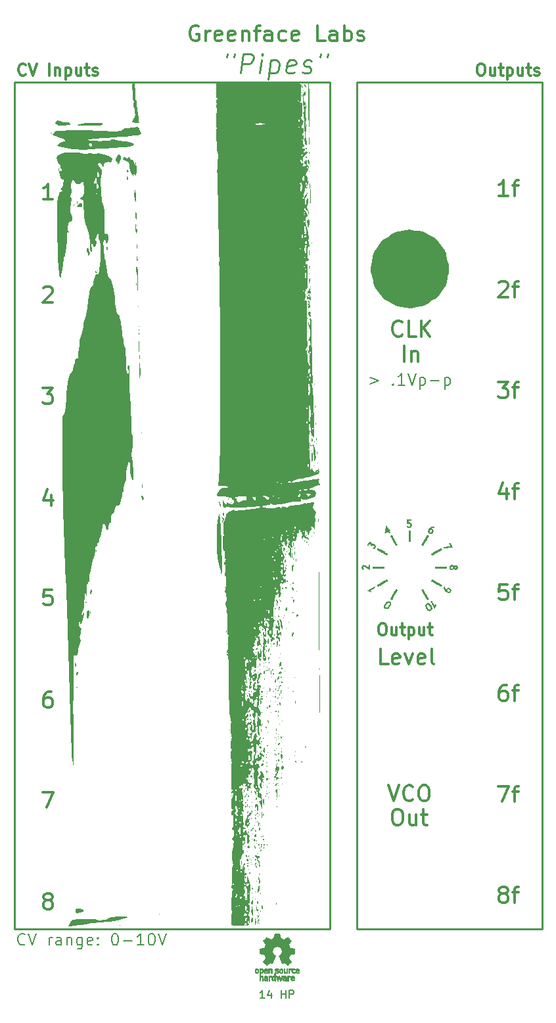
<source format=gbr>
G04 #@! TF.GenerationSoftware,KiCad,Pcbnew,(6.0.1)*
G04 #@! TF.CreationDate,2023-03-03T18:44:20-08:00*
G04 #@! TF.ProjectId,panel,70616e65-6c2e-46b6-9963-61645f706362,2.1*
G04 #@! TF.SameCoordinates,Original*
G04 #@! TF.FileFunction,Legend,Top*
G04 #@! TF.FilePolarity,Positive*
%FSLAX46Y46*%
G04 Gerber Fmt 4.6, Leading zero omitted, Abs format (unit mm)*
G04 Created by KiCad (PCBNEW (6.0.1)) date 2023-03-03 18:44:20*
%MOMM*%
%LPD*%
G01*
G04 APERTURE LIST*
%ADD10C,0.250000*%
%ADD11C,5.060000*%
%ADD12C,0.300000*%
%ADD13C,0.200000*%
%ADD14C,0.150000*%
%ADD15C,0.010000*%
G04 APERTURE END LIST*
D10*
X41550000Y-39990000D02*
X82245000Y-39990000D01*
X82245000Y-39990000D02*
X82245000Y-149000000D01*
X82245000Y-149000000D02*
X41550000Y-149000000D01*
X41550000Y-149000000D02*
X41550000Y-39990000D01*
D11*
X95050000Y-64000000D02*
G75*
G03*
X95050000Y-64000000I-2530000J0D01*
G01*
D10*
X85700000Y-39990000D02*
X109545000Y-39990000D01*
X109545000Y-39990000D02*
X109545000Y-149000000D01*
X109545000Y-149000000D02*
X85700000Y-149000000D01*
X85700000Y-149000000D02*
X85700000Y-39990000D01*
D12*
X88864285Y-109678571D02*
X89150000Y-109678571D01*
X89292857Y-109750000D01*
X89435714Y-109892857D01*
X89507142Y-110178571D01*
X89507142Y-110678571D01*
X89435714Y-110964285D01*
X89292857Y-111107142D01*
X89150000Y-111178571D01*
X88864285Y-111178571D01*
X88721428Y-111107142D01*
X88578571Y-110964285D01*
X88507142Y-110678571D01*
X88507142Y-110178571D01*
X88578571Y-109892857D01*
X88721428Y-109750000D01*
X88864285Y-109678571D01*
X90792857Y-110178571D02*
X90792857Y-111178571D01*
X90150000Y-110178571D02*
X90150000Y-110964285D01*
X90221428Y-111107142D01*
X90364285Y-111178571D01*
X90578571Y-111178571D01*
X90721428Y-111107142D01*
X90792857Y-111035714D01*
X91292857Y-110178571D02*
X91864285Y-110178571D01*
X91507142Y-109678571D02*
X91507142Y-110964285D01*
X91578571Y-111107142D01*
X91721428Y-111178571D01*
X91864285Y-111178571D01*
X92364285Y-110178571D02*
X92364285Y-111678571D01*
X92364285Y-110250000D02*
X92507142Y-110178571D01*
X92792857Y-110178571D01*
X92935714Y-110250000D01*
X93007142Y-110321428D01*
X93078571Y-110464285D01*
X93078571Y-110892857D01*
X93007142Y-111035714D01*
X92935714Y-111107142D01*
X92792857Y-111178571D01*
X92507142Y-111178571D01*
X92364285Y-111107142D01*
X94364285Y-110178571D02*
X94364285Y-111178571D01*
X93721428Y-110178571D02*
X93721428Y-110964285D01*
X93792857Y-111107142D01*
X93935714Y-111178571D01*
X94150000Y-111178571D01*
X94292857Y-111107142D01*
X94364285Y-111035714D01*
X94864285Y-110178571D02*
X95435714Y-110178571D01*
X95078571Y-109678571D02*
X95078571Y-110964285D01*
X95150000Y-111107142D01*
X95292857Y-111178571D01*
X95435714Y-111178571D01*
X46280952Y-93121428D02*
X46280952Y-94454761D01*
X45804761Y-92359523D02*
X45328571Y-93788095D01*
X46566666Y-93788095D01*
X65304761Y-32740000D02*
X65114285Y-32644761D01*
X64828571Y-32644761D01*
X64542857Y-32740000D01*
X64352380Y-32930476D01*
X64257142Y-33120952D01*
X64161904Y-33501904D01*
X64161904Y-33787619D01*
X64257142Y-34168571D01*
X64352380Y-34359047D01*
X64542857Y-34549523D01*
X64828571Y-34644761D01*
X65019047Y-34644761D01*
X65304761Y-34549523D01*
X65400000Y-34454285D01*
X65400000Y-33787619D01*
X65019047Y-33787619D01*
X66257142Y-34644761D02*
X66257142Y-33311428D01*
X66257142Y-33692380D02*
X66352380Y-33501904D01*
X66447619Y-33406666D01*
X66638095Y-33311428D01*
X66828571Y-33311428D01*
X68257142Y-34549523D02*
X68066666Y-34644761D01*
X67685714Y-34644761D01*
X67495238Y-34549523D01*
X67400000Y-34359047D01*
X67400000Y-33597142D01*
X67495238Y-33406666D01*
X67685714Y-33311428D01*
X68066666Y-33311428D01*
X68257142Y-33406666D01*
X68352380Y-33597142D01*
X68352380Y-33787619D01*
X67400000Y-33978095D01*
X69971428Y-34549523D02*
X69780952Y-34644761D01*
X69400000Y-34644761D01*
X69209523Y-34549523D01*
X69114285Y-34359047D01*
X69114285Y-33597142D01*
X69209523Y-33406666D01*
X69400000Y-33311428D01*
X69780952Y-33311428D01*
X69971428Y-33406666D01*
X70066666Y-33597142D01*
X70066666Y-33787619D01*
X69114285Y-33978095D01*
X70923809Y-33311428D02*
X70923809Y-34644761D01*
X70923809Y-33501904D02*
X71019047Y-33406666D01*
X71209523Y-33311428D01*
X71495238Y-33311428D01*
X71685714Y-33406666D01*
X71780952Y-33597142D01*
X71780952Y-34644761D01*
X72447619Y-33311428D02*
X73209523Y-33311428D01*
X72733333Y-34644761D02*
X72733333Y-32930476D01*
X72828571Y-32740000D01*
X73019047Y-32644761D01*
X73209523Y-32644761D01*
X74733333Y-34644761D02*
X74733333Y-33597142D01*
X74638095Y-33406666D01*
X74447619Y-33311428D01*
X74066666Y-33311428D01*
X73876190Y-33406666D01*
X74733333Y-34549523D02*
X74542857Y-34644761D01*
X74066666Y-34644761D01*
X73876190Y-34549523D01*
X73780952Y-34359047D01*
X73780952Y-34168571D01*
X73876190Y-33978095D01*
X74066666Y-33882857D01*
X74542857Y-33882857D01*
X74733333Y-33787619D01*
X76542857Y-34549523D02*
X76352380Y-34644761D01*
X75971428Y-34644761D01*
X75780952Y-34549523D01*
X75685714Y-34454285D01*
X75590476Y-34263809D01*
X75590476Y-33692380D01*
X75685714Y-33501904D01*
X75780952Y-33406666D01*
X75971428Y-33311428D01*
X76352380Y-33311428D01*
X76542857Y-33406666D01*
X78161904Y-34549523D02*
X77971428Y-34644761D01*
X77590476Y-34644761D01*
X77400000Y-34549523D01*
X77304761Y-34359047D01*
X77304761Y-33597142D01*
X77400000Y-33406666D01*
X77590476Y-33311428D01*
X77971428Y-33311428D01*
X78161904Y-33406666D01*
X78257142Y-33597142D01*
X78257142Y-33787619D01*
X77304761Y-33978095D01*
X81590476Y-34644761D02*
X80638095Y-34644761D01*
X80638095Y-32644761D01*
X83114285Y-34644761D02*
X83114285Y-33597142D01*
X83019047Y-33406666D01*
X82828571Y-33311428D01*
X82447619Y-33311428D01*
X82257142Y-33406666D01*
X83114285Y-34549523D02*
X82923809Y-34644761D01*
X82447619Y-34644761D01*
X82257142Y-34549523D01*
X82161904Y-34359047D01*
X82161904Y-34168571D01*
X82257142Y-33978095D01*
X82447619Y-33882857D01*
X82923809Y-33882857D01*
X83114285Y-33787619D01*
X84066666Y-34644761D02*
X84066666Y-32644761D01*
X84066666Y-33406666D02*
X84257142Y-33311428D01*
X84638095Y-33311428D01*
X84828571Y-33406666D01*
X84923809Y-33501904D01*
X85019047Y-33692380D01*
X85019047Y-34263809D01*
X84923809Y-34454285D01*
X84828571Y-34549523D01*
X84638095Y-34644761D01*
X84257142Y-34644761D01*
X84066666Y-34549523D01*
X85780952Y-34549523D02*
X85971428Y-34644761D01*
X86352380Y-34644761D01*
X86542857Y-34549523D01*
X86638095Y-34359047D01*
X86638095Y-34263809D01*
X86542857Y-34073333D01*
X86352380Y-33978095D01*
X86066666Y-33978095D01*
X85876190Y-33882857D01*
X85780952Y-33692380D01*
X85780952Y-33597142D01*
X85876190Y-33406666D01*
X86066666Y-33311428D01*
X86352380Y-33311428D01*
X86542857Y-33406666D01*
X45233333Y-79354761D02*
X46471428Y-79354761D01*
X45804761Y-80116666D01*
X46090476Y-80116666D01*
X46280952Y-80211904D01*
X46376190Y-80307142D01*
X46471428Y-80497619D01*
X46471428Y-80973809D01*
X46376190Y-81164285D01*
X46280952Y-81259523D01*
X46090476Y-81354761D01*
X45519047Y-81354761D01*
X45328571Y-81259523D01*
X45233333Y-81164285D01*
X90733333Y-133604761D02*
X91114285Y-133604761D01*
X91304761Y-133700000D01*
X91495238Y-133890476D01*
X91590476Y-134271428D01*
X91590476Y-134938095D01*
X91495238Y-135319047D01*
X91304761Y-135509523D01*
X91114285Y-135604761D01*
X90733333Y-135604761D01*
X90542857Y-135509523D01*
X90352380Y-135319047D01*
X90257142Y-134938095D01*
X90257142Y-134271428D01*
X90352380Y-133890476D01*
X90542857Y-133700000D01*
X90733333Y-133604761D01*
X93304761Y-134271428D02*
X93304761Y-135604761D01*
X92447619Y-134271428D02*
X92447619Y-135319047D01*
X92542857Y-135509523D01*
X92733333Y-135604761D01*
X93019047Y-135604761D01*
X93209523Y-135509523D01*
X93304761Y-135414285D01*
X93971428Y-134271428D02*
X94733333Y-134271428D01*
X94257142Y-133604761D02*
X94257142Y-135319047D01*
X94352380Y-135509523D01*
X94542857Y-135604761D01*
X94733333Y-135604761D01*
D13*
X87357142Y-77978571D02*
X88500000Y-78407142D01*
X87357142Y-78835714D01*
X90357142Y-78835714D02*
X90428571Y-78907142D01*
X90357142Y-78978571D01*
X90285714Y-78907142D01*
X90357142Y-78835714D01*
X90357142Y-78978571D01*
X91857142Y-78978571D02*
X91000000Y-78978571D01*
X91428571Y-78978571D02*
X91428571Y-77478571D01*
X91285714Y-77692857D01*
X91142857Y-77835714D01*
X91000000Y-77907142D01*
X92285714Y-77478571D02*
X92785714Y-78978571D01*
X93285714Y-77478571D01*
X93785714Y-77978571D02*
X93785714Y-79478571D01*
X93785714Y-78050000D02*
X93928571Y-77978571D01*
X94214285Y-77978571D01*
X94357142Y-78050000D01*
X94428571Y-78121428D01*
X94500000Y-78264285D01*
X94500000Y-78692857D01*
X94428571Y-78835714D01*
X94357142Y-78907142D01*
X94214285Y-78978571D01*
X93928571Y-78978571D01*
X93785714Y-78907142D01*
X95142857Y-78407142D02*
X96285714Y-78407142D01*
X97000000Y-77978571D02*
X97000000Y-79478571D01*
X97000000Y-78050000D02*
X97142857Y-77978571D01*
X97428571Y-77978571D01*
X97571428Y-78050000D01*
X97642857Y-78121428D01*
X97714285Y-78264285D01*
X97714285Y-78692857D01*
X97642857Y-78835714D01*
X97571428Y-78907142D01*
X97428571Y-78978571D01*
X97142857Y-78978571D01*
X97000000Y-78907142D01*
D12*
X101557142Y-37578571D02*
X101842857Y-37578571D01*
X101985714Y-37650000D01*
X102128571Y-37792857D01*
X102200000Y-38078571D01*
X102200000Y-38578571D01*
X102128571Y-38864285D01*
X101985714Y-39007142D01*
X101842857Y-39078571D01*
X101557142Y-39078571D01*
X101414285Y-39007142D01*
X101271428Y-38864285D01*
X101200000Y-38578571D01*
X101200000Y-38078571D01*
X101271428Y-37792857D01*
X101414285Y-37650000D01*
X101557142Y-37578571D01*
X103485714Y-38078571D02*
X103485714Y-39078571D01*
X102842857Y-38078571D02*
X102842857Y-38864285D01*
X102914285Y-39007142D01*
X103057142Y-39078571D01*
X103271428Y-39078571D01*
X103414285Y-39007142D01*
X103485714Y-38935714D01*
X103985714Y-38078571D02*
X104557142Y-38078571D01*
X104200000Y-37578571D02*
X104200000Y-38864285D01*
X104271428Y-39007142D01*
X104414285Y-39078571D01*
X104557142Y-39078571D01*
X105057142Y-38078571D02*
X105057142Y-39578571D01*
X105057142Y-38150000D02*
X105200000Y-38078571D01*
X105485714Y-38078571D01*
X105628571Y-38150000D01*
X105700000Y-38221428D01*
X105771428Y-38364285D01*
X105771428Y-38792857D01*
X105700000Y-38935714D01*
X105628571Y-39007142D01*
X105485714Y-39078571D01*
X105200000Y-39078571D01*
X105057142Y-39007142D01*
X107057142Y-38078571D02*
X107057142Y-39078571D01*
X106414285Y-38078571D02*
X106414285Y-38864285D01*
X106485714Y-39007142D01*
X106628571Y-39078571D01*
X106842857Y-39078571D01*
X106985714Y-39007142D01*
X107057142Y-38935714D01*
X107557142Y-38078571D02*
X108128571Y-38078571D01*
X107771428Y-37578571D02*
X107771428Y-38864285D01*
X107842857Y-39007142D01*
X107985714Y-39078571D01*
X108128571Y-39078571D01*
X108557142Y-39007142D02*
X108700000Y-39078571D01*
X108985714Y-39078571D01*
X109128571Y-39007142D01*
X109200000Y-38864285D01*
X109200000Y-38792857D01*
X109128571Y-38650000D01*
X108985714Y-38578571D01*
X108771428Y-38578571D01*
X108628571Y-38507142D01*
X108557142Y-38364285D01*
X108557142Y-38292857D01*
X108628571Y-38150000D01*
X108771428Y-38078571D01*
X108985714Y-38078571D01*
X109128571Y-38150000D01*
X45328571Y-66495238D02*
X45423809Y-66400000D01*
X45614285Y-66304761D01*
X46090476Y-66304761D01*
X46280952Y-66400000D01*
X46376190Y-66495238D01*
X46471428Y-66685714D01*
X46471428Y-66876190D01*
X46376190Y-67161904D01*
X45233333Y-68304761D01*
X46471428Y-68304761D01*
D13*
X42964285Y-150935714D02*
X42892857Y-151007142D01*
X42678571Y-151078571D01*
X42535714Y-151078571D01*
X42321428Y-151007142D01*
X42178571Y-150864285D01*
X42107142Y-150721428D01*
X42035714Y-150435714D01*
X42035714Y-150221428D01*
X42107142Y-149935714D01*
X42178571Y-149792857D01*
X42321428Y-149650000D01*
X42535714Y-149578571D01*
X42678571Y-149578571D01*
X42892857Y-149650000D01*
X42964285Y-149721428D01*
X43392857Y-149578571D02*
X43892857Y-151078571D01*
X44392857Y-149578571D01*
X46035714Y-151078571D02*
X46035714Y-150078571D01*
X46035714Y-150364285D02*
X46107142Y-150221428D01*
X46178571Y-150150000D01*
X46321428Y-150078571D01*
X46464285Y-150078571D01*
X47607142Y-151078571D02*
X47607142Y-150292857D01*
X47535714Y-150150000D01*
X47392857Y-150078571D01*
X47107142Y-150078571D01*
X46964285Y-150150000D01*
X47607142Y-151007142D02*
X47464285Y-151078571D01*
X47107142Y-151078571D01*
X46964285Y-151007142D01*
X46892857Y-150864285D01*
X46892857Y-150721428D01*
X46964285Y-150578571D01*
X47107142Y-150507142D01*
X47464285Y-150507142D01*
X47607142Y-150435714D01*
X48321428Y-150078571D02*
X48321428Y-151078571D01*
X48321428Y-150221428D02*
X48392857Y-150150000D01*
X48535714Y-150078571D01*
X48750000Y-150078571D01*
X48892857Y-150150000D01*
X48964285Y-150292857D01*
X48964285Y-151078571D01*
X50321428Y-150078571D02*
X50321428Y-151292857D01*
X50250000Y-151435714D01*
X50178571Y-151507142D01*
X50035714Y-151578571D01*
X49821428Y-151578571D01*
X49678571Y-151507142D01*
X50321428Y-151007142D02*
X50178571Y-151078571D01*
X49892857Y-151078571D01*
X49750000Y-151007142D01*
X49678571Y-150935714D01*
X49607142Y-150792857D01*
X49607142Y-150364285D01*
X49678571Y-150221428D01*
X49750000Y-150150000D01*
X49892857Y-150078571D01*
X50178571Y-150078571D01*
X50321428Y-150150000D01*
X51607142Y-151007142D02*
X51464285Y-151078571D01*
X51178571Y-151078571D01*
X51035714Y-151007142D01*
X50964285Y-150864285D01*
X50964285Y-150292857D01*
X51035714Y-150150000D01*
X51178571Y-150078571D01*
X51464285Y-150078571D01*
X51607142Y-150150000D01*
X51678571Y-150292857D01*
X51678571Y-150435714D01*
X50964285Y-150578571D01*
X52321428Y-150935714D02*
X52392857Y-151007142D01*
X52321428Y-151078571D01*
X52250000Y-151007142D01*
X52321428Y-150935714D01*
X52321428Y-151078571D01*
X52321428Y-150150000D02*
X52392857Y-150221428D01*
X52321428Y-150292857D01*
X52250000Y-150221428D01*
X52321428Y-150150000D01*
X52321428Y-150292857D01*
X54464285Y-149578571D02*
X54607142Y-149578571D01*
X54750000Y-149650000D01*
X54821428Y-149721428D01*
X54892857Y-149864285D01*
X54964285Y-150150000D01*
X54964285Y-150507142D01*
X54892857Y-150792857D01*
X54821428Y-150935714D01*
X54750000Y-151007142D01*
X54607142Y-151078571D01*
X54464285Y-151078571D01*
X54321428Y-151007142D01*
X54250000Y-150935714D01*
X54178571Y-150792857D01*
X54107142Y-150507142D01*
X54107142Y-150150000D01*
X54178571Y-149864285D01*
X54250000Y-149721428D01*
X54321428Y-149650000D01*
X54464285Y-149578571D01*
X55607142Y-150507142D02*
X56750000Y-150507142D01*
X58250000Y-151078571D02*
X57392857Y-151078571D01*
X57821428Y-151078571D02*
X57821428Y-149578571D01*
X57678571Y-149792857D01*
X57535714Y-149935714D01*
X57392857Y-150007142D01*
X59178571Y-149578571D02*
X59321428Y-149578571D01*
X59464285Y-149650000D01*
X59535714Y-149721428D01*
X59607142Y-149864285D01*
X59678571Y-150150000D01*
X59678571Y-150507142D01*
X59607142Y-150792857D01*
X59535714Y-150935714D01*
X59464285Y-151007142D01*
X59321428Y-151078571D01*
X59178571Y-151078571D01*
X59035714Y-151007142D01*
X58964285Y-150935714D01*
X58892857Y-150792857D01*
X58821428Y-150507142D01*
X58821428Y-150150000D01*
X58892857Y-149864285D01*
X58964285Y-149721428D01*
X59035714Y-149650000D01*
X59178571Y-149578571D01*
X60107142Y-149578571D02*
X60607142Y-151078571D01*
X61107142Y-149578571D01*
D12*
X45233333Y-131354761D02*
X46566666Y-131354761D01*
X45709523Y-133354761D01*
X46471428Y-55054761D02*
X45328571Y-55054761D01*
X45900000Y-55054761D02*
X45900000Y-53054761D01*
X45709523Y-53340476D01*
X45519047Y-53530952D01*
X45328571Y-53626190D01*
X89719047Y-114904761D02*
X88766666Y-114904761D01*
X88766666Y-112904761D01*
X91147619Y-114809523D02*
X90957142Y-114904761D01*
X90576190Y-114904761D01*
X90385714Y-114809523D01*
X90290476Y-114619047D01*
X90290476Y-113857142D01*
X90385714Y-113666666D01*
X90576190Y-113571428D01*
X90957142Y-113571428D01*
X91147619Y-113666666D01*
X91242857Y-113857142D01*
X91242857Y-114047619D01*
X90290476Y-114238095D01*
X91909523Y-113571428D02*
X92385714Y-114904761D01*
X92861904Y-113571428D01*
X94385714Y-114809523D02*
X94195238Y-114904761D01*
X93814285Y-114904761D01*
X93623809Y-114809523D01*
X93528571Y-114619047D01*
X93528571Y-113857142D01*
X93623809Y-113666666D01*
X93814285Y-113571428D01*
X94195238Y-113571428D01*
X94385714Y-113666666D01*
X94480952Y-113857142D01*
X94480952Y-114047619D01*
X93528571Y-114238095D01*
X95623809Y-114904761D02*
X95433333Y-114809523D01*
X95338095Y-114619047D01*
X95338095Y-112904761D01*
X43021428Y-38935714D02*
X42950000Y-39007142D01*
X42735714Y-39078571D01*
X42592857Y-39078571D01*
X42378571Y-39007142D01*
X42235714Y-38864285D01*
X42164285Y-38721428D01*
X42092857Y-38435714D01*
X42092857Y-38221428D01*
X42164285Y-37935714D01*
X42235714Y-37792857D01*
X42378571Y-37650000D01*
X42592857Y-37578571D01*
X42735714Y-37578571D01*
X42950000Y-37650000D01*
X43021428Y-37721428D01*
X43450000Y-37578571D02*
X43950000Y-39078571D01*
X44450000Y-37578571D01*
X46092857Y-39078571D02*
X46092857Y-37578571D01*
X46807142Y-38078571D02*
X46807142Y-39078571D01*
X46807142Y-38221428D02*
X46878571Y-38150000D01*
X47021428Y-38078571D01*
X47235714Y-38078571D01*
X47378571Y-38150000D01*
X47450000Y-38292857D01*
X47450000Y-39078571D01*
X48164285Y-38078571D02*
X48164285Y-39578571D01*
X48164285Y-38150000D02*
X48307142Y-38078571D01*
X48592857Y-38078571D01*
X48735714Y-38150000D01*
X48807142Y-38221428D01*
X48878571Y-38364285D01*
X48878571Y-38792857D01*
X48807142Y-38935714D01*
X48735714Y-39007142D01*
X48592857Y-39078571D01*
X48307142Y-39078571D01*
X48164285Y-39007142D01*
X50164285Y-38078571D02*
X50164285Y-39078571D01*
X49521428Y-38078571D02*
X49521428Y-38864285D01*
X49592857Y-39007142D01*
X49735714Y-39078571D01*
X49950000Y-39078571D01*
X50092857Y-39007142D01*
X50164285Y-38935714D01*
X50664285Y-38078571D02*
X51235714Y-38078571D01*
X50878571Y-37578571D02*
X50878571Y-38864285D01*
X50950000Y-39007142D01*
X51092857Y-39078571D01*
X51235714Y-39078571D01*
X51664285Y-39007142D02*
X51807142Y-39078571D01*
X52092857Y-39078571D01*
X52235714Y-39007142D01*
X52307142Y-38864285D01*
X52307142Y-38792857D01*
X52235714Y-38650000D01*
X52092857Y-38578571D01*
X51878571Y-38578571D01*
X51735714Y-38507142D01*
X51664285Y-38364285D01*
X51664285Y-38292857D01*
X51735714Y-38150000D01*
X51878571Y-38078571D01*
X52092857Y-38078571D01*
X52235714Y-38150000D01*
X105150000Y-54604761D02*
X104007142Y-54604761D01*
X104578571Y-54604761D02*
X104578571Y-52604761D01*
X104388095Y-52890476D01*
X104197619Y-53080952D01*
X104007142Y-53176190D01*
X105721428Y-53271428D02*
X106483333Y-53271428D01*
X106007142Y-54604761D02*
X106007142Y-52890476D01*
X106102380Y-52700000D01*
X106292857Y-52604761D01*
X106483333Y-52604761D01*
D10*
X68987723Y-36280952D02*
X68928199Y-36757142D01*
X69940104Y-36280952D02*
X69880580Y-36757142D01*
X70699032Y-38780952D02*
X71011532Y-36280952D01*
X71963913Y-36280952D01*
X72187127Y-36400000D01*
X72291294Y-36519047D01*
X72380580Y-36757142D01*
X72335937Y-37114285D01*
X72187127Y-37352380D01*
X72053199Y-37471428D01*
X71800223Y-37590476D01*
X70847842Y-37590476D01*
X73199032Y-38780952D02*
X73407366Y-37114285D01*
X73511532Y-36280952D02*
X73377604Y-36400000D01*
X73481770Y-36519047D01*
X73615699Y-36400000D01*
X73511532Y-36280952D01*
X73481770Y-36519047D01*
X74597842Y-37114285D02*
X74285342Y-39614285D01*
X74582961Y-37233333D02*
X74835937Y-37114285D01*
X75312127Y-37114285D01*
X75535342Y-37233333D01*
X75639508Y-37352380D01*
X75728794Y-37590476D01*
X75639508Y-38304761D01*
X75490699Y-38542857D01*
X75356770Y-38661904D01*
X75103794Y-38780952D01*
X74627604Y-38780952D01*
X74404389Y-38661904D01*
X77618675Y-38661904D02*
X77365699Y-38780952D01*
X76889508Y-38780952D01*
X76666294Y-38661904D01*
X76577008Y-38423809D01*
X76696056Y-37471428D01*
X76844866Y-37233333D01*
X77097842Y-37114285D01*
X77574032Y-37114285D01*
X77797247Y-37233333D01*
X77886532Y-37471428D01*
X77856770Y-37709523D01*
X76636532Y-37947619D01*
X78690104Y-38661904D02*
X78913318Y-38780952D01*
X79389508Y-38780952D01*
X79642485Y-38661904D01*
X79791294Y-38423809D01*
X79806175Y-38304761D01*
X79716889Y-38066666D01*
X79493675Y-37947619D01*
X79136532Y-37947619D01*
X78913318Y-37828571D01*
X78824032Y-37590476D01*
X78838913Y-37471428D01*
X78987723Y-37233333D01*
X79240699Y-37114285D01*
X79597842Y-37114285D01*
X79821056Y-37233333D01*
X81011532Y-36280952D02*
X80952008Y-36757142D01*
X81963913Y-36280952D02*
X81904389Y-36757142D01*
D12*
X45709523Y-145311904D02*
X45519047Y-145216666D01*
X45423809Y-145121428D01*
X45328571Y-144930952D01*
X45328571Y-144835714D01*
X45423809Y-144645238D01*
X45519047Y-144550000D01*
X45709523Y-144454761D01*
X46090476Y-144454761D01*
X46280952Y-144550000D01*
X46376190Y-144645238D01*
X46471428Y-144835714D01*
X46471428Y-144930952D01*
X46376190Y-145121428D01*
X46280952Y-145216666D01*
X46090476Y-145311904D01*
X45709523Y-145311904D01*
X45519047Y-145407142D01*
X45423809Y-145502380D01*
X45328571Y-145692857D01*
X45328571Y-146073809D01*
X45423809Y-146264285D01*
X45519047Y-146359523D01*
X45709523Y-146454761D01*
X46090476Y-146454761D01*
X46280952Y-146359523D01*
X46376190Y-146264285D01*
X46471428Y-146073809D01*
X46471428Y-145692857D01*
X46376190Y-145502380D01*
X46280952Y-145407142D01*
X46090476Y-145311904D01*
X89785714Y-130504761D02*
X90452380Y-132504761D01*
X91119047Y-130504761D01*
X92928571Y-132314285D02*
X92833333Y-132409523D01*
X92547619Y-132504761D01*
X92357142Y-132504761D01*
X92071428Y-132409523D01*
X91880952Y-132219047D01*
X91785714Y-132028571D01*
X91690476Y-131647619D01*
X91690476Y-131361904D01*
X91785714Y-130980952D01*
X91880952Y-130790476D01*
X92071428Y-130600000D01*
X92357142Y-130504761D01*
X92547619Y-130504761D01*
X92833333Y-130600000D01*
X92928571Y-130695238D01*
X94166666Y-130504761D02*
X94547619Y-130504761D01*
X94738095Y-130600000D01*
X94928571Y-130790476D01*
X95023809Y-131171428D01*
X95023809Y-131838095D01*
X94928571Y-132219047D01*
X94738095Y-132409523D01*
X94547619Y-132504761D01*
X94166666Y-132504761D01*
X93976190Y-132409523D01*
X93785714Y-132219047D01*
X93690476Y-131838095D01*
X93690476Y-131171428D01*
X93785714Y-130790476D01*
X93976190Y-130600000D01*
X94166666Y-130504761D01*
X104388095Y-144461904D02*
X104197619Y-144366666D01*
X104102380Y-144271428D01*
X104007142Y-144080952D01*
X104007142Y-143985714D01*
X104102380Y-143795238D01*
X104197619Y-143700000D01*
X104388095Y-143604761D01*
X104769047Y-143604761D01*
X104959523Y-143700000D01*
X105054761Y-143795238D01*
X105150000Y-143985714D01*
X105150000Y-144080952D01*
X105054761Y-144271428D01*
X104959523Y-144366666D01*
X104769047Y-144461904D01*
X104388095Y-144461904D01*
X104197619Y-144557142D01*
X104102380Y-144652380D01*
X104007142Y-144842857D01*
X104007142Y-145223809D01*
X104102380Y-145414285D01*
X104197619Y-145509523D01*
X104388095Y-145604761D01*
X104769047Y-145604761D01*
X104959523Y-145509523D01*
X105054761Y-145414285D01*
X105150000Y-145223809D01*
X105150000Y-144842857D01*
X105054761Y-144652380D01*
X104959523Y-144557142D01*
X104769047Y-144461904D01*
X105721428Y-144271428D02*
X106483333Y-144271428D01*
X106007142Y-145604761D02*
X106007142Y-143890476D01*
X106102380Y-143700000D01*
X106292857Y-143604761D01*
X106483333Y-143604761D01*
X104007142Y-65795238D02*
X104102380Y-65700000D01*
X104292857Y-65604761D01*
X104769047Y-65604761D01*
X104959523Y-65700000D01*
X105054761Y-65795238D01*
X105150000Y-65985714D01*
X105150000Y-66176190D01*
X105054761Y-66461904D01*
X103911904Y-67604761D01*
X105150000Y-67604761D01*
X105721428Y-66271428D02*
X106483333Y-66271428D01*
X106007142Y-67604761D02*
X106007142Y-65890476D01*
X106102380Y-65700000D01*
X106292857Y-65604761D01*
X106483333Y-65604761D01*
X105054761Y-104604761D02*
X104102380Y-104604761D01*
X104007142Y-105557142D01*
X104102380Y-105461904D01*
X104292857Y-105366666D01*
X104769047Y-105366666D01*
X104959523Y-105461904D01*
X105054761Y-105557142D01*
X105150000Y-105747619D01*
X105150000Y-106223809D01*
X105054761Y-106414285D01*
X104959523Y-106509523D01*
X104769047Y-106604761D01*
X104292857Y-106604761D01*
X104102380Y-106509523D01*
X104007142Y-106414285D01*
X105721428Y-105271428D02*
X106483333Y-105271428D01*
X106007142Y-106604761D02*
X106007142Y-104890476D01*
X106102380Y-104700000D01*
X106292857Y-104604761D01*
X106483333Y-104604761D01*
X103911904Y-130604761D02*
X105245238Y-130604761D01*
X104388095Y-132604761D01*
X105721428Y-131271428D02*
X106483333Y-131271428D01*
X106007142Y-132604761D02*
X106007142Y-130890476D01*
X106102380Y-130700000D01*
X106292857Y-130604761D01*
X106483333Y-130604761D01*
X104959523Y-92271428D02*
X104959523Y-93604761D01*
X104483333Y-91509523D02*
X104007142Y-92938095D01*
X105245238Y-92938095D01*
X105721428Y-92271428D02*
X106483333Y-92271428D01*
X106007142Y-93604761D02*
X106007142Y-91890476D01*
X106102380Y-91700000D01*
X106292857Y-91604761D01*
X106483333Y-91604761D01*
X91509523Y-72504285D02*
X91414285Y-72599523D01*
X91128571Y-72694761D01*
X90938095Y-72694761D01*
X90652380Y-72599523D01*
X90461904Y-72409047D01*
X90366666Y-72218571D01*
X90271428Y-71837619D01*
X90271428Y-71551904D01*
X90366666Y-71170952D01*
X90461904Y-70980476D01*
X90652380Y-70790000D01*
X90938095Y-70694761D01*
X91128571Y-70694761D01*
X91414285Y-70790000D01*
X91509523Y-70885238D01*
X93319047Y-72694761D02*
X92366666Y-72694761D01*
X92366666Y-70694761D01*
X93985714Y-72694761D02*
X93985714Y-70694761D01*
X95128571Y-72694761D02*
X94271428Y-71551904D01*
X95128571Y-70694761D02*
X93985714Y-71837619D01*
X91795238Y-75914761D02*
X91795238Y-73914761D01*
X92747619Y-74581428D02*
X92747619Y-75914761D01*
X92747619Y-74771904D02*
X92842857Y-74676666D01*
X93033333Y-74581428D01*
X93319047Y-74581428D01*
X93509523Y-74676666D01*
X93604761Y-74867142D01*
X93604761Y-75914761D01*
X46376190Y-105304761D02*
X45423809Y-105304761D01*
X45328571Y-106257142D01*
X45423809Y-106161904D01*
X45614285Y-106066666D01*
X46090476Y-106066666D01*
X46280952Y-106161904D01*
X46376190Y-106257142D01*
X46471428Y-106447619D01*
X46471428Y-106923809D01*
X46376190Y-107114285D01*
X46280952Y-107209523D01*
X46090476Y-107304761D01*
X45614285Y-107304761D01*
X45423809Y-107209523D01*
X45328571Y-107114285D01*
X46280952Y-118454761D02*
X45900000Y-118454761D01*
X45709523Y-118550000D01*
X45614285Y-118645238D01*
X45423809Y-118930952D01*
X45328571Y-119311904D01*
X45328571Y-120073809D01*
X45423809Y-120264285D01*
X45519047Y-120359523D01*
X45709523Y-120454761D01*
X46090476Y-120454761D01*
X46280952Y-120359523D01*
X46376190Y-120264285D01*
X46471428Y-120073809D01*
X46471428Y-119597619D01*
X46376190Y-119407142D01*
X46280952Y-119311904D01*
X46090476Y-119216666D01*
X45709523Y-119216666D01*
X45519047Y-119311904D01*
X45423809Y-119407142D01*
X45328571Y-119597619D01*
D14*
X73804761Y-157902380D02*
X73233333Y-157902380D01*
X73519047Y-157902380D02*
X73519047Y-156902380D01*
X73423809Y-157045238D01*
X73328571Y-157140476D01*
X73233333Y-157188095D01*
X74661904Y-157235714D02*
X74661904Y-157902380D01*
X74423809Y-156854761D02*
X74185714Y-157569047D01*
X74804761Y-157569047D01*
X75947619Y-157902380D02*
X75947619Y-156902380D01*
X75947619Y-157378571D02*
X76519047Y-157378571D01*
X76519047Y-157902380D02*
X76519047Y-156902380D01*
X76995238Y-157902380D02*
X76995238Y-156902380D01*
X77376190Y-156902380D01*
X77471428Y-156950000D01*
X77519047Y-156997619D01*
X77566666Y-157092857D01*
X77566666Y-157235714D01*
X77519047Y-157330952D01*
X77471428Y-157378571D01*
X77376190Y-157426190D01*
X76995238Y-157426190D01*
D12*
X104959523Y-117604761D02*
X104578571Y-117604761D01*
X104388095Y-117700000D01*
X104292857Y-117795238D01*
X104102380Y-118080952D01*
X104007142Y-118461904D01*
X104007142Y-119223809D01*
X104102380Y-119414285D01*
X104197619Y-119509523D01*
X104388095Y-119604761D01*
X104769047Y-119604761D01*
X104959523Y-119509523D01*
X105054761Y-119414285D01*
X105150000Y-119223809D01*
X105150000Y-118747619D01*
X105054761Y-118557142D01*
X104959523Y-118461904D01*
X104769047Y-118366666D01*
X104388095Y-118366666D01*
X104197619Y-118461904D01*
X104102380Y-118557142D01*
X104007142Y-118747619D01*
X105721428Y-118271428D02*
X106483333Y-118271428D01*
X106007142Y-119604761D02*
X106007142Y-117890476D01*
X106102380Y-117700000D01*
X106292857Y-117604761D01*
X106483333Y-117604761D01*
X103911904Y-78604761D02*
X105150000Y-78604761D01*
X104483333Y-79366666D01*
X104769047Y-79366666D01*
X104959523Y-79461904D01*
X105054761Y-79557142D01*
X105150000Y-79747619D01*
X105150000Y-80223809D01*
X105054761Y-80414285D01*
X104959523Y-80509523D01*
X104769047Y-80604761D01*
X104197619Y-80604761D01*
X104007142Y-80509523D01*
X103911904Y-80414285D01*
X105721428Y-79271428D02*
X106483333Y-79271428D01*
X106007142Y-80604761D02*
X106007142Y-78890476D01*
X106102380Y-78700000D01*
X106292857Y-78604761D01*
X106483333Y-78604761D01*
D15*
X75414017Y-154096452D02*
X75461634Y-154105482D01*
X75461634Y-154105482D02*
X75511034Y-154124370D01*
X75511034Y-154124370D02*
X75516312Y-154126777D01*
X75516312Y-154126777D02*
X75553774Y-154146476D01*
X75553774Y-154146476D02*
X75579717Y-154164781D01*
X75579717Y-154164781D02*
X75588103Y-154176508D01*
X75588103Y-154176508D02*
X75580117Y-154195632D01*
X75580117Y-154195632D02*
X75560720Y-154223850D01*
X75560720Y-154223850D02*
X75552110Y-154234384D01*
X75552110Y-154234384D02*
X75516628Y-154275847D01*
X75516628Y-154275847D02*
X75470885Y-154248858D01*
X75470885Y-154248858D02*
X75427350Y-154230878D01*
X75427350Y-154230878D02*
X75377050Y-154221267D01*
X75377050Y-154221267D02*
X75328812Y-154220660D01*
X75328812Y-154220660D02*
X75291467Y-154229691D01*
X75291467Y-154229691D02*
X75282505Y-154235327D01*
X75282505Y-154235327D02*
X75265437Y-154261171D01*
X75265437Y-154261171D02*
X75263363Y-154290941D01*
X75263363Y-154290941D02*
X75276134Y-154314197D01*
X75276134Y-154314197D02*
X75283688Y-154318708D01*
X75283688Y-154318708D02*
X75306325Y-154324309D01*
X75306325Y-154324309D02*
X75346115Y-154330892D01*
X75346115Y-154330892D02*
X75395166Y-154337183D01*
X75395166Y-154337183D02*
X75404215Y-154338170D01*
X75404215Y-154338170D02*
X75482996Y-154351798D01*
X75482996Y-154351798D02*
X75540136Y-154374946D01*
X75540136Y-154374946D02*
X75578030Y-154409752D01*
X75578030Y-154409752D02*
X75599079Y-154458354D01*
X75599079Y-154458354D02*
X75605635Y-154517718D01*
X75605635Y-154517718D02*
X75596577Y-154585198D01*
X75596577Y-154585198D02*
X75567164Y-154638188D01*
X75567164Y-154638188D02*
X75517278Y-154676783D01*
X75517278Y-154676783D02*
X75446800Y-154701081D01*
X75446800Y-154701081D02*
X75368565Y-154710667D01*
X75368565Y-154710667D02*
X75304766Y-154710552D01*
X75304766Y-154710552D02*
X75253016Y-154701845D01*
X75253016Y-154701845D02*
X75217673Y-154689825D01*
X75217673Y-154689825D02*
X75173017Y-154668880D01*
X75173017Y-154668880D02*
X75131747Y-154644574D01*
X75131747Y-154644574D02*
X75117079Y-154633876D01*
X75117079Y-154633876D02*
X75079357Y-154603084D01*
X75079357Y-154603084D02*
X75124852Y-154557049D01*
X75124852Y-154557049D02*
X75170347Y-154511013D01*
X75170347Y-154511013D02*
X75222072Y-154545243D01*
X75222072Y-154545243D02*
X75273952Y-154570952D01*
X75273952Y-154570952D02*
X75329351Y-154584399D01*
X75329351Y-154584399D02*
X75382605Y-154585818D01*
X75382605Y-154585818D02*
X75428049Y-154575443D01*
X75428049Y-154575443D02*
X75460016Y-154553507D01*
X75460016Y-154553507D02*
X75470338Y-154534998D01*
X75470338Y-154534998D02*
X75468789Y-154505314D01*
X75468789Y-154505314D02*
X75443140Y-154482615D01*
X75443140Y-154482615D02*
X75393460Y-154466940D01*
X75393460Y-154466940D02*
X75339031Y-154459695D01*
X75339031Y-154459695D02*
X75255264Y-154445873D01*
X75255264Y-154445873D02*
X75193033Y-154419796D01*
X75193033Y-154419796D02*
X75151507Y-154380699D01*
X75151507Y-154380699D02*
X75129853Y-154327820D01*
X75129853Y-154327820D02*
X75126853Y-154265126D01*
X75126853Y-154265126D02*
X75141671Y-154199642D01*
X75141671Y-154199642D02*
X75175454Y-154150144D01*
X75175454Y-154150144D02*
X75228505Y-154116408D01*
X75228505Y-154116408D02*
X75301126Y-154098207D01*
X75301126Y-154098207D02*
X75354928Y-154094639D01*
X75354928Y-154094639D02*
X75414017Y-154096452D01*
X75414017Y-154096452D02*
X75414017Y-154096452D01*
G36*
X75414017Y-154096452D02*
G01*
X75461634Y-154105482D01*
X75511034Y-154124370D01*
X75516312Y-154126777D01*
X75553774Y-154146476D01*
X75579717Y-154164781D01*
X75588103Y-154176508D01*
X75580117Y-154195632D01*
X75560720Y-154223850D01*
X75552110Y-154234384D01*
X75516628Y-154275847D01*
X75470885Y-154248858D01*
X75427350Y-154230878D01*
X75377050Y-154221267D01*
X75328812Y-154220660D01*
X75291467Y-154229691D01*
X75282505Y-154235327D01*
X75265437Y-154261171D01*
X75263363Y-154290941D01*
X75276134Y-154314197D01*
X75283688Y-154318708D01*
X75306325Y-154324309D01*
X75346115Y-154330892D01*
X75395166Y-154337183D01*
X75404215Y-154338170D01*
X75482996Y-154351798D01*
X75540136Y-154374946D01*
X75578030Y-154409752D01*
X75599079Y-154458354D01*
X75605635Y-154517718D01*
X75596577Y-154585198D01*
X75567164Y-154638188D01*
X75517278Y-154676783D01*
X75446800Y-154701081D01*
X75368565Y-154710667D01*
X75304766Y-154710552D01*
X75253016Y-154701845D01*
X75217673Y-154689825D01*
X75173017Y-154668880D01*
X75131747Y-154644574D01*
X75117079Y-154633876D01*
X75079357Y-154603084D01*
X75124852Y-154557049D01*
X75170347Y-154511013D01*
X75222072Y-154545243D01*
X75273952Y-154570952D01*
X75329351Y-154584399D01*
X75382605Y-154585818D01*
X75428049Y-154575443D01*
X75460016Y-154553507D01*
X75470338Y-154534998D01*
X75468789Y-154505314D01*
X75443140Y-154482615D01*
X75393460Y-154466940D01*
X75339031Y-154459695D01*
X75255264Y-154445873D01*
X75193033Y-154419796D01*
X75151507Y-154380699D01*
X75129853Y-154327820D01*
X75126853Y-154265126D01*
X75141671Y-154199642D01*
X75175454Y-154150144D01*
X75228505Y-154116408D01*
X75301126Y-154098207D01*
X75354928Y-154094639D01*
X75414017Y-154096452D01*
G37*
X75414017Y-154096452D02*
X75461634Y-154105482D01*
X75511034Y-154124370D01*
X75516312Y-154126777D01*
X75553774Y-154146476D01*
X75579717Y-154164781D01*
X75588103Y-154176508D01*
X75580117Y-154195632D01*
X75560720Y-154223850D01*
X75552110Y-154234384D01*
X75516628Y-154275847D01*
X75470885Y-154248858D01*
X75427350Y-154230878D01*
X75377050Y-154221267D01*
X75328812Y-154220660D01*
X75291467Y-154229691D01*
X75282505Y-154235327D01*
X75265437Y-154261171D01*
X75263363Y-154290941D01*
X75276134Y-154314197D01*
X75283688Y-154318708D01*
X75306325Y-154324309D01*
X75346115Y-154330892D01*
X75395166Y-154337183D01*
X75404215Y-154338170D01*
X75482996Y-154351798D01*
X75540136Y-154374946D01*
X75578030Y-154409752D01*
X75599079Y-154458354D01*
X75605635Y-154517718D01*
X75596577Y-154585198D01*
X75567164Y-154638188D01*
X75517278Y-154676783D01*
X75446800Y-154701081D01*
X75368565Y-154710667D01*
X75304766Y-154710552D01*
X75253016Y-154701845D01*
X75217673Y-154689825D01*
X75173017Y-154668880D01*
X75131747Y-154644574D01*
X75117079Y-154633876D01*
X75079357Y-154603084D01*
X75124852Y-154557049D01*
X75170347Y-154511013D01*
X75222072Y-154545243D01*
X75273952Y-154570952D01*
X75329351Y-154584399D01*
X75382605Y-154585818D01*
X75428049Y-154575443D01*
X75460016Y-154553507D01*
X75470338Y-154534998D01*
X75468789Y-154505314D01*
X75443140Y-154482615D01*
X75393460Y-154466940D01*
X75339031Y-154459695D01*
X75255264Y-154445873D01*
X75193033Y-154419796D01*
X75151507Y-154380699D01*
X75129853Y-154327820D01*
X75126853Y-154265126D01*
X75141671Y-154199642D01*
X75175454Y-154150144D01*
X75228505Y-154116408D01*
X75301126Y-154098207D01*
X75354928Y-154094639D01*
X75414017Y-154096452D01*
X77199460Y-154098030D02*
X77242711Y-154111245D01*
X77242711Y-154111245D02*
X77270558Y-154127941D01*
X77270558Y-154127941D02*
X77279629Y-154141145D01*
X77279629Y-154141145D02*
X77277132Y-154156797D01*
X77277132Y-154156797D02*
X77260931Y-154181385D01*
X77260931Y-154181385D02*
X77247232Y-154198800D01*
X77247232Y-154198800D02*
X77218992Y-154230283D01*
X77218992Y-154230283D02*
X77197775Y-154243529D01*
X77197775Y-154243529D02*
X77179688Y-154242664D01*
X77179688Y-154242664D02*
X77126035Y-154229010D01*
X77126035Y-154229010D02*
X77086630Y-154229630D01*
X77086630Y-154229630D02*
X77054632Y-154245104D01*
X77054632Y-154245104D02*
X77043890Y-154254161D01*
X77043890Y-154254161D02*
X77009505Y-154286027D01*
X77009505Y-154286027D02*
X77009505Y-154702179D01*
X77009505Y-154702179D02*
X76871188Y-154702179D01*
X76871188Y-154702179D02*
X76871188Y-154098614D01*
X76871188Y-154098614D02*
X76940347Y-154098614D01*
X76940347Y-154098614D02*
X76981869Y-154100256D01*
X76981869Y-154100256D02*
X77003291Y-154106087D01*
X77003291Y-154106087D02*
X77009502Y-154117461D01*
X77009502Y-154117461D02*
X77009505Y-154117798D01*
X77009505Y-154117798D02*
X77012439Y-154129713D01*
X77012439Y-154129713D02*
X77025704Y-154128159D01*
X77025704Y-154128159D02*
X77044084Y-154119563D01*
X77044084Y-154119563D02*
X77082046Y-154103568D01*
X77082046Y-154103568D02*
X77112872Y-154093945D01*
X77112872Y-154093945D02*
X77152536Y-154091478D01*
X77152536Y-154091478D02*
X77199460Y-154098030D01*
X77199460Y-154098030D02*
X77199460Y-154098030D01*
G36*
X77199460Y-154098030D02*
G01*
X77242711Y-154111245D01*
X77270558Y-154127941D01*
X77279629Y-154141145D01*
X77277132Y-154156797D01*
X77260931Y-154181385D01*
X77247232Y-154198800D01*
X77218992Y-154230283D01*
X77197775Y-154243529D01*
X77179688Y-154242664D01*
X77126035Y-154229010D01*
X77086630Y-154229630D01*
X77054632Y-154245104D01*
X77043890Y-154254161D01*
X77009505Y-154286027D01*
X77009505Y-154702179D01*
X76871188Y-154702179D01*
X76871188Y-154098614D01*
X76940347Y-154098614D01*
X76981869Y-154100256D01*
X77003291Y-154106087D01*
X77009502Y-154117461D01*
X77009505Y-154117798D01*
X77012439Y-154129713D01*
X77025704Y-154128159D01*
X77044084Y-154119563D01*
X77082046Y-154103568D01*
X77112872Y-154093945D01*
X77152536Y-154091478D01*
X77199460Y-154098030D01*
G37*
X77199460Y-154098030D02*
X77242711Y-154111245D01*
X77270558Y-154127941D01*
X77279629Y-154141145D01*
X77277132Y-154156797D01*
X77260931Y-154181385D01*
X77247232Y-154198800D01*
X77218992Y-154230283D01*
X77197775Y-154243529D01*
X77179688Y-154242664D01*
X77126035Y-154229010D01*
X77086630Y-154229630D01*
X77054632Y-154245104D01*
X77043890Y-154254161D01*
X77009505Y-154286027D01*
X77009505Y-154702179D01*
X76871188Y-154702179D01*
X76871188Y-154098614D01*
X76940347Y-154098614D01*
X76981869Y-154100256D01*
X77003291Y-154106087D01*
X77009502Y-154117461D01*
X77009505Y-154117798D01*
X77012439Y-154129713D01*
X77025704Y-154128159D01*
X77044084Y-154119563D01*
X77082046Y-154103568D01*
X77112872Y-154093945D01*
X77152536Y-154091478D01*
X77199460Y-154098030D01*
X75198812Y-155657822D02*
X75129654Y-155657822D01*
X75129654Y-155657822D02*
X75089512Y-155656645D01*
X75089512Y-155656645D02*
X75068606Y-155651772D01*
X75068606Y-155651772D02*
X75061078Y-155641186D01*
X75061078Y-155641186D02*
X75060495Y-155634029D01*
X75060495Y-155634029D02*
X75059226Y-155619676D01*
X75059226Y-155619676D02*
X75051221Y-155616923D01*
X75051221Y-155616923D02*
X75030185Y-155625771D01*
X75030185Y-155625771D02*
X75013827Y-155634029D01*
X75013827Y-155634029D02*
X74951023Y-155653597D01*
X74951023Y-155653597D02*
X74882752Y-155654729D01*
X74882752Y-155654729D02*
X74827248Y-155640135D01*
X74827248Y-155640135D02*
X74775562Y-155604877D01*
X74775562Y-155604877D02*
X74736162Y-155552835D01*
X74736162Y-155552835D02*
X74714587Y-155491450D01*
X74714587Y-155491450D02*
X74714038Y-155488018D01*
X74714038Y-155488018D02*
X74710833Y-155450571D01*
X74710833Y-155450571D02*
X74709239Y-155396813D01*
X74709239Y-155396813D02*
X74709367Y-155356155D01*
X74709367Y-155356155D02*
X74846721Y-155356155D01*
X74846721Y-155356155D02*
X74849903Y-155410194D01*
X74849903Y-155410194D02*
X74857141Y-155454735D01*
X74857141Y-155454735D02*
X74866940Y-155479888D01*
X74866940Y-155479888D02*
X74904011Y-155514260D01*
X74904011Y-155514260D02*
X74948026Y-155526582D01*
X74948026Y-155526582D02*
X74993416Y-155516618D01*
X74993416Y-155516618D02*
X75032203Y-155486895D01*
X75032203Y-155486895D02*
X75046892Y-155466905D01*
X75046892Y-155466905D02*
X75055481Y-155443050D01*
X75055481Y-155443050D02*
X75059504Y-155408230D01*
X75059504Y-155408230D02*
X75060495Y-155355930D01*
X75060495Y-155355930D02*
X75058722Y-155304139D01*
X75058722Y-155304139D02*
X75054037Y-155258634D01*
X75054037Y-155258634D02*
X75047397Y-155228181D01*
X75047397Y-155228181D02*
X75046290Y-155225452D01*
X75046290Y-155225452D02*
X75019509Y-155193000D01*
X75019509Y-155193000D02*
X74980421Y-155175183D01*
X74980421Y-155175183D02*
X74936685Y-155172306D01*
X74936685Y-155172306D02*
X74895962Y-155184674D01*
X74895962Y-155184674D02*
X74865913Y-155212593D01*
X74865913Y-155212593D02*
X74862796Y-155218148D01*
X74862796Y-155218148D02*
X74853039Y-155252022D01*
X74853039Y-155252022D02*
X74847723Y-155300728D01*
X74847723Y-155300728D02*
X74846721Y-155356155D01*
X74846721Y-155356155D02*
X74709367Y-155356155D01*
X74709367Y-155356155D02*
X74709432Y-155335540D01*
X74709432Y-155335540D02*
X74710336Y-155302563D01*
X74710336Y-155302563D02*
X74716486Y-155220981D01*
X74716486Y-155220981D02*
X74729267Y-155159730D01*
X74729267Y-155159730D02*
X74750529Y-155114449D01*
X74750529Y-155114449D02*
X74782122Y-155080779D01*
X74782122Y-155080779D02*
X74812793Y-155061014D01*
X74812793Y-155061014D02*
X74855646Y-155047120D01*
X74855646Y-155047120D02*
X74908944Y-155042354D01*
X74908944Y-155042354D02*
X74963520Y-155046236D01*
X74963520Y-155046236D02*
X75010208Y-155058282D01*
X75010208Y-155058282D02*
X75034876Y-155072693D01*
X75034876Y-155072693D02*
X75060495Y-155095878D01*
X75060495Y-155095878D02*
X75060495Y-154802773D01*
X75060495Y-154802773D02*
X75198812Y-154802773D01*
X75198812Y-154802773D02*
X75198812Y-155657822D01*
X75198812Y-155657822D02*
X75198812Y-155657822D01*
G36*
X74710336Y-155302563D02*
G01*
X74716486Y-155220981D01*
X74729267Y-155159730D01*
X74750529Y-155114449D01*
X74782122Y-155080779D01*
X74812793Y-155061014D01*
X74855646Y-155047120D01*
X74908944Y-155042354D01*
X74963520Y-155046236D01*
X75010208Y-155058282D01*
X75034876Y-155072693D01*
X75060495Y-155095878D01*
X75060495Y-154802773D01*
X75198812Y-154802773D01*
X75198812Y-155657822D01*
X75129654Y-155657822D01*
X75089512Y-155656645D01*
X75068606Y-155651772D01*
X75061078Y-155641186D01*
X75060495Y-155634029D01*
X75059226Y-155619676D01*
X75051221Y-155616923D01*
X75030185Y-155625771D01*
X75013827Y-155634029D01*
X74951023Y-155653597D01*
X74882752Y-155654729D01*
X74827248Y-155640135D01*
X74775562Y-155604877D01*
X74736162Y-155552835D01*
X74714587Y-155491450D01*
X74714038Y-155488018D01*
X74710833Y-155450571D01*
X74709239Y-155396813D01*
X74709367Y-155356155D01*
X74846721Y-155356155D01*
X74849903Y-155410194D01*
X74857141Y-155454735D01*
X74866940Y-155479888D01*
X74904011Y-155514260D01*
X74948026Y-155526582D01*
X74993416Y-155516618D01*
X75032203Y-155486895D01*
X75046892Y-155466905D01*
X75055481Y-155443050D01*
X75059504Y-155408230D01*
X75060495Y-155355930D01*
X75058722Y-155304139D01*
X75054037Y-155258634D01*
X75047397Y-155228181D01*
X75046290Y-155225452D01*
X75019509Y-155193000D01*
X74980421Y-155175183D01*
X74936685Y-155172306D01*
X74895962Y-155184674D01*
X74865913Y-155212593D01*
X74862796Y-155218148D01*
X74853039Y-155252022D01*
X74847723Y-155300728D01*
X74846721Y-155356155D01*
X74709367Y-155356155D01*
X74709432Y-155335540D01*
X74710336Y-155302563D01*
G37*
X74710336Y-155302563D02*
X74716486Y-155220981D01*
X74729267Y-155159730D01*
X74750529Y-155114449D01*
X74782122Y-155080779D01*
X74812793Y-155061014D01*
X74855646Y-155047120D01*
X74908944Y-155042354D01*
X74963520Y-155046236D01*
X75010208Y-155058282D01*
X75034876Y-155072693D01*
X75060495Y-155095878D01*
X75060495Y-154802773D01*
X75198812Y-154802773D01*
X75198812Y-155657822D01*
X75129654Y-155657822D01*
X75089512Y-155656645D01*
X75068606Y-155651772D01*
X75061078Y-155641186D01*
X75060495Y-155634029D01*
X75059226Y-155619676D01*
X75051221Y-155616923D01*
X75030185Y-155625771D01*
X75013827Y-155634029D01*
X74951023Y-155653597D01*
X74882752Y-155654729D01*
X74827248Y-155640135D01*
X74775562Y-155604877D01*
X74736162Y-155552835D01*
X74714587Y-155491450D01*
X74714038Y-155488018D01*
X74710833Y-155450571D01*
X74709239Y-155396813D01*
X74709367Y-155356155D01*
X74846721Y-155356155D01*
X74849903Y-155410194D01*
X74857141Y-155454735D01*
X74866940Y-155479888D01*
X74904011Y-155514260D01*
X74948026Y-155526582D01*
X74993416Y-155516618D01*
X75032203Y-155486895D01*
X75046892Y-155466905D01*
X75055481Y-155443050D01*
X75059504Y-155408230D01*
X75060495Y-155355930D01*
X75058722Y-155304139D01*
X75054037Y-155258634D01*
X75047397Y-155228181D01*
X75046290Y-155225452D01*
X75019509Y-155193000D01*
X74980421Y-155175183D01*
X74936685Y-155172306D01*
X74895962Y-155184674D01*
X74865913Y-155212593D01*
X74862796Y-155218148D01*
X74853039Y-155252022D01*
X74847723Y-155300728D01*
X74846721Y-155356155D01*
X74709367Y-155356155D01*
X74709432Y-155335540D01*
X74710336Y-155302563D01*
X77617226Y-154103880D02*
X77690080Y-154134830D01*
X77690080Y-154134830D02*
X77713027Y-154149895D01*
X77713027Y-154149895D02*
X77742354Y-154173048D01*
X77742354Y-154173048D02*
X77760764Y-154191253D01*
X77760764Y-154191253D02*
X77763961Y-154197183D01*
X77763961Y-154197183D02*
X77754935Y-154210340D01*
X77754935Y-154210340D02*
X77731837Y-154232667D01*
X77731837Y-154232667D02*
X77713344Y-154248250D01*
X77713344Y-154248250D02*
X77662728Y-154288926D01*
X77662728Y-154288926D02*
X77622760Y-154255295D01*
X77622760Y-154255295D02*
X77591874Y-154233584D01*
X77591874Y-154233584D02*
X77561759Y-154226090D01*
X77561759Y-154226090D02*
X77527292Y-154227920D01*
X77527292Y-154227920D02*
X77472561Y-154241528D01*
X77472561Y-154241528D02*
X77434886Y-154269772D01*
X77434886Y-154269772D02*
X77411991Y-154315433D01*
X77411991Y-154315433D02*
X77401597Y-154381289D01*
X77401597Y-154381289D02*
X77401595Y-154381331D01*
X77401595Y-154381331D02*
X77402494Y-154454939D01*
X77402494Y-154454939D02*
X77416463Y-154508946D01*
X77416463Y-154508946D02*
X77444328Y-154545716D01*
X77444328Y-154545716D02*
X77463325Y-154558168D01*
X77463325Y-154558168D02*
X77513776Y-154573673D01*
X77513776Y-154573673D02*
X77567663Y-154573683D01*
X77567663Y-154573683D02*
X77614546Y-154558638D01*
X77614546Y-154558638D02*
X77625644Y-154551287D01*
X77625644Y-154551287D02*
X77653476Y-154532511D01*
X77653476Y-154532511D02*
X77675236Y-154529434D01*
X77675236Y-154529434D02*
X77698704Y-154543409D01*
X77698704Y-154543409D02*
X77724649Y-154568510D01*
X77724649Y-154568510D02*
X77765716Y-154610880D01*
X77765716Y-154610880D02*
X77720121Y-154648464D01*
X77720121Y-154648464D02*
X77649674Y-154690882D01*
X77649674Y-154690882D02*
X77570233Y-154711785D01*
X77570233Y-154711785D02*
X77487215Y-154710272D01*
X77487215Y-154710272D02*
X77432694Y-154696411D01*
X77432694Y-154696411D02*
X77368970Y-154662135D01*
X77368970Y-154662135D02*
X77318005Y-154608212D01*
X77318005Y-154608212D02*
X77294851Y-154570149D01*
X77294851Y-154570149D02*
X77276099Y-154515536D01*
X77276099Y-154515536D02*
X77266715Y-154446369D01*
X77266715Y-154446369D02*
X77266643Y-154371407D01*
X77266643Y-154371407D02*
X77275824Y-154299409D01*
X77275824Y-154299409D02*
X77294199Y-154239137D01*
X77294199Y-154239137D02*
X77297093Y-154232958D01*
X77297093Y-154232958D02*
X77339952Y-154172351D01*
X77339952Y-154172351D02*
X77397979Y-154128224D01*
X77397979Y-154128224D02*
X77466591Y-154101493D01*
X77466591Y-154101493D02*
X77541201Y-154093073D01*
X77541201Y-154093073D02*
X77617226Y-154103880D01*
X77617226Y-154103880D02*
X77617226Y-154103880D01*
G36*
X77617226Y-154103880D02*
G01*
X77690080Y-154134830D01*
X77713027Y-154149895D01*
X77742354Y-154173048D01*
X77760764Y-154191253D01*
X77763961Y-154197183D01*
X77754935Y-154210340D01*
X77731837Y-154232667D01*
X77713344Y-154248250D01*
X77662728Y-154288926D01*
X77622760Y-154255295D01*
X77591874Y-154233584D01*
X77561759Y-154226090D01*
X77527292Y-154227920D01*
X77472561Y-154241528D01*
X77434886Y-154269772D01*
X77411991Y-154315433D01*
X77401597Y-154381289D01*
X77401595Y-154381331D01*
X77402494Y-154454939D01*
X77416463Y-154508946D01*
X77444328Y-154545716D01*
X77463325Y-154558168D01*
X77513776Y-154573673D01*
X77567663Y-154573683D01*
X77614546Y-154558638D01*
X77625644Y-154551287D01*
X77653476Y-154532511D01*
X77675236Y-154529434D01*
X77698704Y-154543409D01*
X77724649Y-154568510D01*
X77765716Y-154610880D01*
X77720121Y-154648464D01*
X77649674Y-154690882D01*
X77570233Y-154711785D01*
X77487215Y-154710272D01*
X77432694Y-154696411D01*
X77368970Y-154662135D01*
X77318005Y-154608212D01*
X77294851Y-154570149D01*
X77276099Y-154515536D01*
X77266715Y-154446369D01*
X77266643Y-154371407D01*
X77275824Y-154299409D01*
X77294199Y-154239137D01*
X77297093Y-154232958D01*
X77339952Y-154172351D01*
X77397979Y-154128224D01*
X77466591Y-154101493D01*
X77541201Y-154093073D01*
X77617226Y-154103880D01*
G37*
X77617226Y-154103880D02*
X77690080Y-154134830D01*
X77713027Y-154149895D01*
X77742354Y-154173048D01*
X77760764Y-154191253D01*
X77763961Y-154197183D01*
X77754935Y-154210340D01*
X77731837Y-154232667D01*
X77713344Y-154248250D01*
X77662728Y-154288926D01*
X77622760Y-154255295D01*
X77591874Y-154233584D01*
X77561759Y-154226090D01*
X77527292Y-154227920D01*
X77472561Y-154241528D01*
X77434886Y-154269772D01*
X77411991Y-154315433D01*
X77401597Y-154381289D01*
X77401595Y-154381331D01*
X77402494Y-154454939D01*
X77416463Y-154508946D01*
X77444328Y-154545716D01*
X77463325Y-154558168D01*
X77513776Y-154573673D01*
X77567663Y-154573683D01*
X77614546Y-154558638D01*
X77625644Y-154551287D01*
X77653476Y-154532511D01*
X77675236Y-154529434D01*
X77698704Y-154543409D01*
X77724649Y-154568510D01*
X77765716Y-154610880D01*
X77720121Y-154648464D01*
X77649674Y-154690882D01*
X77570233Y-154711785D01*
X77487215Y-154710272D01*
X77432694Y-154696411D01*
X77368970Y-154662135D01*
X77318005Y-154608212D01*
X77294851Y-154570149D01*
X77276099Y-154515536D01*
X77266715Y-154446369D01*
X77266643Y-154371407D01*
X77275824Y-154299409D01*
X77294199Y-154239137D01*
X77297093Y-154232958D01*
X77339952Y-154172351D01*
X77397979Y-154128224D01*
X77466591Y-154101493D01*
X77541201Y-154093073D01*
X77617226Y-154103880D01*
X74043301Y-154112614D02*
X74055832Y-154118514D01*
X74055832Y-154118514D02*
X74099201Y-154150283D01*
X74099201Y-154150283D02*
X74140210Y-154196646D01*
X74140210Y-154196646D02*
X74170832Y-154247696D01*
X74170832Y-154247696D02*
X74179541Y-154271166D01*
X74179541Y-154271166D02*
X74187488Y-154313091D01*
X74187488Y-154313091D02*
X74192226Y-154363757D01*
X74192226Y-154363757D02*
X74192801Y-154384679D01*
X74192801Y-154384679D02*
X74192871Y-154450693D01*
X74192871Y-154450693D02*
X73812917Y-154450693D01*
X73812917Y-154450693D02*
X73821017Y-154485273D01*
X73821017Y-154485273D02*
X73840896Y-154526170D01*
X73840896Y-154526170D02*
X73875653Y-154561514D01*
X73875653Y-154561514D02*
X73917002Y-154584282D01*
X73917002Y-154584282D02*
X73943351Y-154589010D01*
X73943351Y-154589010D02*
X73979084Y-154583273D01*
X73979084Y-154583273D02*
X74021718Y-154568882D01*
X74021718Y-154568882D02*
X74036201Y-154562262D01*
X74036201Y-154562262D02*
X74089760Y-154535513D01*
X74089760Y-154535513D02*
X74135467Y-154570376D01*
X74135467Y-154570376D02*
X74161842Y-154593955D01*
X74161842Y-154593955D02*
X74175876Y-154613417D01*
X74175876Y-154613417D02*
X74176586Y-154619129D01*
X74176586Y-154619129D02*
X74164049Y-154632973D01*
X74164049Y-154632973D02*
X74136572Y-154654012D01*
X74136572Y-154654012D02*
X74111634Y-154670425D01*
X74111634Y-154670425D02*
X74044336Y-154699930D01*
X74044336Y-154699930D02*
X73968890Y-154713284D01*
X73968890Y-154713284D02*
X73894112Y-154709812D01*
X73894112Y-154709812D02*
X73834505Y-154691663D01*
X73834505Y-154691663D02*
X73773059Y-154652784D01*
X73773059Y-154652784D02*
X73729392Y-154601595D01*
X73729392Y-154601595D02*
X73702074Y-154535367D01*
X73702074Y-154535367D02*
X73689678Y-154451371D01*
X73689678Y-154451371D02*
X73688579Y-154412936D01*
X73688579Y-154412936D02*
X73692978Y-154324861D01*
X73692978Y-154324861D02*
X73693518Y-154322299D01*
X73693518Y-154322299D02*
X73819418Y-154322299D01*
X73819418Y-154322299D02*
X73822885Y-154330558D01*
X73822885Y-154330558D02*
X73837137Y-154335113D01*
X73837137Y-154335113D02*
X73866530Y-154337065D01*
X73866530Y-154337065D02*
X73915425Y-154337517D01*
X73915425Y-154337517D02*
X73934252Y-154337525D01*
X73934252Y-154337525D02*
X73991533Y-154336843D01*
X73991533Y-154336843D02*
X74027859Y-154334364D01*
X74027859Y-154334364D02*
X74047396Y-154329443D01*
X74047396Y-154329443D02*
X74054310Y-154321434D01*
X74054310Y-154321434D02*
X74054555Y-154318862D01*
X74054555Y-154318862D02*
X74046664Y-154298423D01*
X74046664Y-154298423D02*
X74026915Y-154269789D01*
X74026915Y-154269789D02*
X74018425Y-154259763D01*
X74018425Y-154259763D02*
X73986906Y-154231408D01*
X73986906Y-154231408D02*
X73954051Y-154220259D01*
X73954051Y-154220259D02*
X73936349Y-154219327D01*
X73936349Y-154219327D02*
X73888461Y-154230981D01*
X73888461Y-154230981D02*
X73848301Y-154262285D01*
X73848301Y-154262285D02*
X73822827Y-154307752D01*
X73822827Y-154307752D02*
X73822375Y-154309233D01*
X73822375Y-154309233D02*
X73819418Y-154322299D01*
X73819418Y-154322299D02*
X73693518Y-154322299D01*
X73693518Y-154322299D02*
X73707608Y-154255510D01*
X73707608Y-154255510D02*
X73733962Y-154200025D01*
X73733962Y-154200025D02*
X73766193Y-154160639D01*
X73766193Y-154160639D02*
X73825783Y-154117931D01*
X73825783Y-154117931D02*
X73895832Y-154095109D01*
X73895832Y-154095109D02*
X73970339Y-154093046D01*
X73970339Y-154093046D02*
X74043301Y-154112614D01*
X74043301Y-154112614D02*
X74043301Y-154112614D01*
G36*
X73733962Y-154200025D02*
G01*
X73766193Y-154160639D01*
X73825783Y-154117931D01*
X73895832Y-154095109D01*
X73970339Y-154093046D01*
X74043301Y-154112614D01*
X74055832Y-154118514D01*
X74099201Y-154150283D01*
X74140210Y-154196646D01*
X74170832Y-154247696D01*
X74179541Y-154271166D01*
X74187488Y-154313091D01*
X74192226Y-154363757D01*
X74192801Y-154384679D01*
X74192871Y-154450693D01*
X73812917Y-154450693D01*
X73821017Y-154485273D01*
X73840896Y-154526170D01*
X73875653Y-154561514D01*
X73917002Y-154584282D01*
X73943351Y-154589010D01*
X73979084Y-154583273D01*
X74021718Y-154568882D01*
X74036201Y-154562262D01*
X74089760Y-154535513D01*
X74135467Y-154570376D01*
X74161842Y-154593955D01*
X74175876Y-154613417D01*
X74176586Y-154619129D01*
X74164049Y-154632973D01*
X74136572Y-154654012D01*
X74111634Y-154670425D01*
X74044336Y-154699930D01*
X73968890Y-154713284D01*
X73894112Y-154709812D01*
X73834505Y-154691663D01*
X73773059Y-154652784D01*
X73729392Y-154601595D01*
X73702074Y-154535367D01*
X73689678Y-154451371D01*
X73688579Y-154412936D01*
X73692978Y-154324861D01*
X73693518Y-154322299D01*
X73819418Y-154322299D01*
X73822885Y-154330558D01*
X73837137Y-154335113D01*
X73866530Y-154337065D01*
X73915425Y-154337517D01*
X73934252Y-154337525D01*
X73991533Y-154336843D01*
X74027859Y-154334364D01*
X74047396Y-154329443D01*
X74054310Y-154321434D01*
X74054555Y-154318862D01*
X74046664Y-154298423D01*
X74026915Y-154269789D01*
X74018425Y-154259763D01*
X73986906Y-154231408D01*
X73954051Y-154220259D01*
X73936349Y-154219327D01*
X73888461Y-154230981D01*
X73848301Y-154262285D01*
X73822827Y-154307752D01*
X73822375Y-154309233D01*
X73819418Y-154322299D01*
X73693518Y-154322299D01*
X73707608Y-154255510D01*
X73733962Y-154200025D01*
G37*
X73733962Y-154200025D02*
X73766193Y-154160639D01*
X73825783Y-154117931D01*
X73895832Y-154095109D01*
X73970339Y-154093046D01*
X74043301Y-154112614D01*
X74055832Y-154118514D01*
X74099201Y-154150283D01*
X74140210Y-154196646D01*
X74170832Y-154247696D01*
X74179541Y-154271166D01*
X74187488Y-154313091D01*
X74192226Y-154363757D01*
X74192801Y-154384679D01*
X74192871Y-154450693D01*
X73812917Y-154450693D01*
X73821017Y-154485273D01*
X73840896Y-154526170D01*
X73875653Y-154561514D01*
X73917002Y-154584282D01*
X73943351Y-154589010D01*
X73979084Y-154583273D01*
X74021718Y-154568882D01*
X74036201Y-154562262D01*
X74089760Y-154535513D01*
X74135467Y-154570376D01*
X74161842Y-154593955D01*
X74175876Y-154613417D01*
X74176586Y-154619129D01*
X74164049Y-154632973D01*
X74136572Y-154654012D01*
X74111634Y-154670425D01*
X74044336Y-154699930D01*
X73968890Y-154713284D01*
X73894112Y-154709812D01*
X73834505Y-154691663D01*
X73773059Y-154652784D01*
X73729392Y-154601595D01*
X73702074Y-154535367D01*
X73689678Y-154451371D01*
X73688579Y-154412936D01*
X73692978Y-154324861D01*
X73693518Y-154322299D01*
X73819418Y-154322299D01*
X73822885Y-154330558D01*
X73837137Y-154335113D01*
X73866530Y-154337065D01*
X73915425Y-154337517D01*
X73934252Y-154337525D01*
X73991533Y-154336843D01*
X74027859Y-154334364D01*
X74047396Y-154329443D01*
X74054310Y-154321434D01*
X74054555Y-154318862D01*
X74046664Y-154298423D01*
X74026915Y-154269789D01*
X74018425Y-154259763D01*
X73986906Y-154231408D01*
X73954051Y-154220259D01*
X73936349Y-154219327D01*
X73888461Y-154230981D01*
X73848301Y-154262285D01*
X73822827Y-154307752D01*
X73822375Y-154309233D01*
X73819418Y-154322299D01*
X73693518Y-154322299D01*
X73707608Y-154255510D01*
X73733962Y-154200025D01*
X77432581Y-155044970D02*
X77492685Y-155060597D01*
X77492685Y-155060597D02*
X77543021Y-155092848D01*
X77543021Y-155092848D02*
X77567393Y-155116940D01*
X77567393Y-155116940D02*
X77607345Y-155173895D01*
X77607345Y-155173895D02*
X77630242Y-155239965D01*
X77630242Y-155239965D02*
X77638108Y-155321182D01*
X77638108Y-155321182D02*
X77638148Y-155327748D01*
X77638148Y-155327748D02*
X77638218Y-155393763D01*
X77638218Y-155393763D02*
X77258264Y-155393763D01*
X77258264Y-155393763D02*
X77266363Y-155428342D01*
X77266363Y-155428342D02*
X77280987Y-155459659D01*
X77280987Y-155459659D02*
X77306581Y-155492291D01*
X77306581Y-155492291D02*
X77311935Y-155497500D01*
X77311935Y-155497500D02*
X77357943Y-155525694D01*
X77357943Y-155525694D02*
X77410410Y-155530475D01*
X77410410Y-155530475D02*
X77470803Y-155511926D01*
X77470803Y-155511926D02*
X77481040Y-155506931D01*
X77481040Y-155506931D02*
X77512439Y-155491745D01*
X77512439Y-155491745D02*
X77533470Y-155483094D01*
X77533470Y-155483094D02*
X77537139Y-155482293D01*
X77537139Y-155482293D02*
X77549948Y-155490063D01*
X77549948Y-155490063D02*
X77574378Y-155509072D01*
X77574378Y-155509072D02*
X77586779Y-155519460D01*
X77586779Y-155519460D02*
X77612476Y-155543321D01*
X77612476Y-155543321D02*
X77620915Y-155559077D01*
X77620915Y-155559077D02*
X77615058Y-155573571D01*
X77615058Y-155573571D02*
X77611928Y-155577534D01*
X77611928Y-155577534D02*
X77590725Y-155594879D01*
X77590725Y-155594879D02*
X77555738Y-155615959D01*
X77555738Y-155615959D02*
X77531337Y-155628265D01*
X77531337Y-155628265D02*
X77462072Y-155649946D01*
X77462072Y-155649946D02*
X77385388Y-155656971D01*
X77385388Y-155656971D02*
X77312765Y-155648647D01*
X77312765Y-155648647D02*
X77292426Y-155642686D01*
X77292426Y-155642686D02*
X77229476Y-155608952D01*
X77229476Y-155608952D02*
X77182815Y-155557045D01*
X77182815Y-155557045D02*
X77152173Y-155486459D01*
X77152173Y-155486459D02*
X77137282Y-155396692D01*
X77137282Y-155396692D02*
X77135647Y-155349753D01*
X77135647Y-155349753D02*
X77140421Y-155281413D01*
X77140421Y-155281413D02*
X77260990Y-155281413D01*
X77260990Y-155281413D02*
X77272652Y-155286465D01*
X77272652Y-155286465D02*
X77303998Y-155290429D01*
X77303998Y-155290429D02*
X77349571Y-155292768D01*
X77349571Y-155292768D02*
X77380446Y-155293169D01*
X77380446Y-155293169D02*
X77435981Y-155292783D01*
X77435981Y-155292783D02*
X77471033Y-155290975D01*
X77471033Y-155290975D02*
X77490262Y-155286773D01*
X77490262Y-155286773D02*
X77498330Y-155279203D01*
X77498330Y-155279203D02*
X77499901Y-155268218D01*
X77499901Y-155268218D02*
X77489121Y-155234381D01*
X77489121Y-155234381D02*
X77461980Y-155200940D01*
X77461980Y-155200940D02*
X77426277Y-155175272D01*
X77426277Y-155175272D02*
X77390560Y-155164772D01*
X77390560Y-155164772D02*
X77342048Y-155174086D01*
X77342048Y-155174086D02*
X77300053Y-155201013D01*
X77300053Y-155201013D02*
X77270936Y-155239827D01*
X77270936Y-155239827D02*
X77260990Y-155281413D01*
X77260990Y-155281413D02*
X77140421Y-155281413D01*
X77140421Y-155281413D02*
X77142599Y-155250236D01*
X77142599Y-155250236D02*
X77164055Y-155170949D01*
X77164055Y-155170949D02*
X77200470Y-155111263D01*
X77200470Y-155111263D02*
X77252297Y-155070549D01*
X77252297Y-155070549D02*
X77319990Y-155048179D01*
X77319990Y-155048179D02*
X77356662Y-155043871D01*
X77356662Y-155043871D02*
X77432581Y-155044970D01*
X77432581Y-155044970D02*
X77432581Y-155044970D01*
G36*
X77164055Y-155170949D02*
G01*
X77200470Y-155111263D01*
X77252297Y-155070549D01*
X77319990Y-155048179D01*
X77356662Y-155043871D01*
X77432581Y-155044970D01*
X77492685Y-155060597D01*
X77543021Y-155092848D01*
X77567393Y-155116940D01*
X77607345Y-155173895D01*
X77630242Y-155239965D01*
X77638108Y-155321182D01*
X77638148Y-155327748D01*
X77638218Y-155393763D01*
X77258264Y-155393763D01*
X77266363Y-155428342D01*
X77280987Y-155459659D01*
X77306581Y-155492291D01*
X77311935Y-155497500D01*
X77357943Y-155525694D01*
X77410410Y-155530475D01*
X77470803Y-155511926D01*
X77481040Y-155506931D01*
X77512439Y-155491745D01*
X77533470Y-155483094D01*
X77537139Y-155482293D01*
X77549948Y-155490063D01*
X77574378Y-155509072D01*
X77586779Y-155519460D01*
X77612476Y-155543321D01*
X77620915Y-155559077D01*
X77615058Y-155573571D01*
X77611928Y-155577534D01*
X77590725Y-155594879D01*
X77555738Y-155615959D01*
X77531337Y-155628265D01*
X77462072Y-155649946D01*
X77385388Y-155656971D01*
X77312765Y-155648647D01*
X77292426Y-155642686D01*
X77229476Y-155608952D01*
X77182815Y-155557045D01*
X77152173Y-155486459D01*
X77137282Y-155396692D01*
X77135647Y-155349753D01*
X77140421Y-155281413D01*
X77260990Y-155281413D01*
X77272652Y-155286465D01*
X77303998Y-155290429D01*
X77349571Y-155292768D01*
X77380446Y-155293169D01*
X77435981Y-155292783D01*
X77471033Y-155290975D01*
X77490262Y-155286773D01*
X77498330Y-155279203D01*
X77499901Y-155268218D01*
X77489121Y-155234381D01*
X77461980Y-155200940D01*
X77426277Y-155175272D01*
X77390560Y-155164772D01*
X77342048Y-155174086D01*
X77300053Y-155201013D01*
X77270936Y-155239827D01*
X77260990Y-155281413D01*
X77140421Y-155281413D01*
X77142599Y-155250236D01*
X77164055Y-155170949D01*
G37*
X77164055Y-155170949D02*
X77200470Y-155111263D01*
X77252297Y-155070549D01*
X77319990Y-155048179D01*
X77356662Y-155043871D01*
X77432581Y-155044970D01*
X77492685Y-155060597D01*
X77543021Y-155092848D01*
X77567393Y-155116940D01*
X77607345Y-155173895D01*
X77630242Y-155239965D01*
X77638108Y-155321182D01*
X77638148Y-155327748D01*
X77638218Y-155393763D01*
X77258264Y-155393763D01*
X77266363Y-155428342D01*
X77280987Y-155459659D01*
X77306581Y-155492291D01*
X77311935Y-155497500D01*
X77357943Y-155525694D01*
X77410410Y-155530475D01*
X77470803Y-155511926D01*
X77481040Y-155506931D01*
X77512439Y-155491745D01*
X77533470Y-155483094D01*
X77537139Y-155482293D01*
X77549948Y-155490063D01*
X77574378Y-155509072D01*
X77586779Y-155519460D01*
X77612476Y-155543321D01*
X77620915Y-155559077D01*
X77615058Y-155573571D01*
X77611928Y-155577534D01*
X77590725Y-155594879D01*
X77555738Y-155615959D01*
X77531337Y-155628265D01*
X77462072Y-155649946D01*
X77385388Y-155656971D01*
X77312765Y-155648647D01*
X77292426Y-155642686D01*
X77229476Y-155608952D01*
X77182815Y-155557045D01*
X77152173Y-155486459D01*
X77137282Y-155396692D01*
X77135647Y-155349753D01*
X77140421Y-155281413D01*
X77260990Y-155281413D01*
X77272652Y-155286465D01*
X77303998Y-155290429D01*
X77349571Y-155292768D01*
X77380446Y-155293169D01*
X77435981Y-155292783D01*
X77471033Y-155290975D01*
X77490262Y-155286773D01*
X77498330Y-155279203D01*
X77499901Y-155268218D01*
X77489121Y-155234381D01*
X77461980Y-155200940D01*
X77426277Y-155175272D01*
X77390560Y-155164772D01*
X77342048Y-155174086D01*
X77300053Y-155201013D01*
X77270936Y-155239827D01*
X77260990Y-155281413D01*
X77140421Y-155281413D01*
X77142599Y-155250236D01*
X77164055Y-155170949D01*
X74015790Y-155046555D02*
X74074945Y-155062339D01*
X74074945Y-155062339D02*
X74119977Y-155090948D01*
X74119977Y-155090948D02*
X74151754Y-155128419D01*
X74151754Y-155128419D02*
X74161634Y-155144411D01*
X74161634Y-155144411D02*
X74168927Y-155161163D01*
X74168927Y-155161163D02*
X74174026Y-155182592D01*
X74174026Y-155182592D02*
X74177321Y-155212616D01*
X74177321Y-155212616D02*
X74179203Y-155255154D01*
X74179203Y-155255154D02*
X74180063Y-155314122D01*
X74180063Y-155314122D02*
X74180293Y-155393440D01*
X74180293Y-155393440D02*
X74180297Y-155414484D01*
X74180297Y-155414484D02*
X74180297Y-155657822D01*
X74180297Y-155657822D02*
X74119941Y-155657822D01*
X74119941Y-155657822D02*
X74081443Y-155655126D01*
X74081443Y-155655126D02*
X74052977Y-155648295D01*
X74052977Y-155648295D02*
X74045845Y-155644083D01*
X74045845Y-155644083D02*
X74026348Y-155636813D01*
X74026348Y-155636813D02*
X74006434Y-155644083D01*
X74006434Y-155644083D02*
X73973647Y-155653160D01*
X73973647Y-155653160D02*
X73926022Y-155656813D01*
X73926022Y-155656813D02*
X73873236Y-155655228D01*
X73873236Y-155655228D02*
X73824964Y-155648589D01*
X73824964Y-155648589D02*
X73796782Y-155640072D01*
X73796782Y-155640072D02*
X73742247Y-155605063D01*
X73742247Y-155605063D02*
X73708165Y-155556479D01*
X73708165Y-155556479D02*
X73692843Y-155491882D01*
X73692843Y-155491882D02*
X73692701Y-155490223D01*
X73692701Y-155490223D02*
X73694045Y-155461566D01*
X73694045Y-155461566D02*
X73815644Y-155461566D01*
X73815644Y-155461566D02*
X73826274Y-155494161D01*
X73826274Y-155494161D02*
X73843590Y-155512505D01*
X73843590Y-155512505D02*
X73878348Y-155526379D01*
X73878348Y-155526379D02*
X73924227Y-155531917D01*
X73924227Y-155531917D02*
X73971012Y-155529191D01*
X73971012Y-155529191D02*
X74008486Y-155518274D01*
X74008486Y-155518274D02*
X74018985Y-155511269D01*
X74018985Y-155511269D02*
X74037332Y-155478904D01*
X74037332Y-155478904D02*
X74041980Y-155442111D01*
X74041980Y-155442111D02*
X74041980Y-155393763D01*
X74041980Y-155393763D02*
X73972418Y-155393763D01*
X73972418Y-155393763D02*
X73906333Y-155398850D01*
X73906333Y-155398850D02*
X73856236Y-155413263D01*
X73856236Y-155413263D02*
X73825071Y-155435729D01*
X73825071Y-155435729D02*
X73815644Y-155461566D01*
X73815644Y-155461566D02*
X73694045Y-155461566D01*
X73694045Y-155461566D02*
X73696013Y-155419647D01*
X73696013Y-155419647D02*
X73719290Y-155363845D01*
X73719290Y-155363845D02*
X73763052Y-155321647D01*
X73763052Y-155321647D02*
X73769101Y-155317808D01*
X73769101Y-155317808D02*
X73795093Y-155305309D01*
X73795093Y-155305309D02*
X73827265Y-155297740D01*
X73827265Y-155297740D02*
X73872240Y-155294061D01*
X73872240Y-155294061D02*
X73925669Y-155293216D01*
X73925669Y-155293216D02*
X74041980Y-155293169D01*
X74041980Y-155293169D02*
X74041980Y-155244411D01*
X74041980Y-155244411D02*
X74037047Y-155206581D01*
X74037047Y-155206581D02*
X74024457Y-155181236D01*
X74024457Y-155181236D02*
X74022983Y-155179887D01*
X74022983Y-155179887D02*
X73994966Y-155168800D01*
X73994966Y-155168800D02*
X73952674Y-155164503D01*
X73952674Y-155164503D02*
X73905936Y-155166615D01*
X73905936Y-155166615D02*
X73864582Y-155174756D01*
X73864582Y-155174756D02*
X73840043Y-155186965D01*
X73840043Y-155186965D02*
X73826747Y-155196746D01*
X73826747Y-155196746D02*
X73812706Y-155198613D01*
X73812706Y-155198613D02*
X73793329Y-155190600D01*
X73793329Y-155190600D02*
X73764024Y-155170739D01*
X73764024Y-155170739D02*
X73720197Y-155137063D01*
X73720197Y-155137063D02*
X73716175Y-155133909D01*
X73716175Y-155133909D02*
X73718236Y-155122236D01*
X73718236Y-155122236D02*
X73735432Y-155102822D01*
X73735432Y-155102822D02*
X73761567Y-155081248D01*
X73761567Y-155081248D02*
X73790448Y-155063096D01*
X73790448Y-155063096D02*
X73799522Y-155058809D01*
X73799522Y-155058809D02*
X73832620Y-155050256D01*
X73832620Y-155050256D02*
X73881120Y-155044155D01*
X73881120Y-155044155D02*
X73935305Y-155041708D01*
X73935305Y-155041708D02*
X73937839Y-155041703D01*
X73937839Y-155041703D02*
X74015790Y-155046555D01*
X74015790Y-155046555D02*
X74015790Y-155046555D01*
G36*
X73719290Y-155363845D02*
G01*
X73763052Y-155321647D01*
X73769101Y-155317808D01*
X73795093Y-155305309D01*
X73827265Y-155297740D01*
X73872240Y-155294061D01*
X73925669Y-155293216D01*
X74041980Y-155293169D01*
X74041980Y-155244411D01*
X74037047Y-155206581D01*
X74024457Y-155181236D01*
X74022983Y-155179887D01*
X73994966Y-155168800D01*
X73952674Y-155164503D01*
X73905936Y-155166615D01*
X73864582Y-155174756D01*
X73840043Y-155186965D01*
X73826747Y-155196746D01*
X73812706Y-155198613D01*
X73793329Y-155190600D01*
X73764024Y-155170739D01*
X73720197Y-155137063D01*
X73716175Y-155133909D01*
X73718236Y-155122236D01*
X73735432Y-155102822D01*
X73761567Y-155081248D01*
X73790448Y-155063096D01*
X73799522Y-155058809D01*
X73832620Y-155050256D01*
X73881120Y-155044155D01*
X73935305Y-155041708D01*
X73937839Y-155041703D01*
X74015790Y-155046555D01*
X74074945Y-155062339D01*
X74119977Y-155090948D01*
X74151754Y-155128419D01*
X74161634Y-155144411D01*
X74168927Y-155161163D01*
X74174026Y-155182592D01*
X74177321Y-155212616D01*
X74179203Y-155255154D01*
X74180063Y-155314122D01*
X74180293Y-155393440D01*
X74180297Y-155414484D01*
X74180297Y-155657822D01*
X74119941Y-155657822D01*
X74081443Y-155655126D01*
X74052977Y-155648295D01*
X74045845Y-155644083D01*
X74026348Y-155636813D01*
X74006434Y-155644083D01*
X73973647Y-155653160D01*
X73926022Y-155656813D01*
X73873236Y-155655228D01*
X73824964Y-155648589D01*
X73796782Y-155640072D01*
X73742247Y-155605063D01*
X73708165Y-155556479D01*
X73692843Y-155491882D01*
X73692701Y-155490223D01*
X73694045Y-155461566D01*
X73815644Y-155461566D01*
X73826274Y-155494161D01*
X73843590Y-155512505D01*
X73878348Y-155526379D01*
X73924227Y-155531917D01*
X73971012Y-155529191D01*
X74008486Y-155518274D01*
X74018985Y-155511269D01*
X74037332Y-155478904D01*
X74041980Y-155442111D01*
X74041980Y-155393763D01*
X73972418Y-155393763D01*
X73906333Y-155398850D01*
X73856236Y-155413263D01*
X73825071Y-155435729D01*
X73815644Y-155461566D01*
X73694045Y-155461566D01*
X73696013Y-155419647D01*
X73719290Y-155363845D01*
G37*
X73719290Y-155363845D02*
X73763052Y-155321647D01*
X73769101Y-155317808D01*
X73795093Y-155305309D01*
X73827265Y-155297740D01*
X73872240Y-155294061D01*
X73925669Y-155293216D01*
X74041980Y-155293169D01*
X74041980Y-155244411D01*
X74037047Y-155206581D01*
X74024457Y-155181236D01*
X74022983Y-155179887D01*
X73994966Y-155168800D01*
X73952674Y-155164503D01*
X73905936Y-155166615D01*
X73864582Y-155174756D01*
X73840043Y-155186965D01*
X73826747Y-155196746D01*
X73812706Y-155198613D01*
X73793329Y-155190600D01*
X73764024Y-155170739D01*
X73720197Y-155137063D01*
X73716175Y-155133909D01*
X73718236Y-155122236D01*
X73735432Y-155102822D01*
X73761567Y-155081248D01*
X73790448Y-155063096D01*
X73799522Y-155058809D01*
X73832620Y-155050256D01*
X73881120Y-155044155D01*
X73935305Y-155041708D01*
X73937839Y-155041703D01*
X74015790Y-155046555D01*
X74074945Y-155062339D01*
X74119977Y-155090948D01*
X74151754Y-155128419D01*
X74161634Y-155144411D01*
X74168927Y-155161163D01*
X74174026Y-155182592D01*
X74177321Y-155212616D01*
X74179203Y-155255154D01*
X74180063Y-155314122D01*
X74180293Y-155393440D01*
X74180297Y-155414484D01*
X74180297Y-155657822D01*
X74119941Y-155657822D01*
X74081443Y-155655126D01*
X74052977Y-155648295D01*
X74045845Y-155644083D01*
X74026348Y-155636813D01*
X74006434Y-155644083D01*
X73973647Y-155653160D01*
X73926022Y-155656813D01*
X73873236Y-155655228D01*
X73824964Y-155648589D01*
X73796782Y-155640072D01*
X73742247Y-155605063D01*
X73708165Y-155556479D01*
X73692843Y-155491882D01*
X73692701Y-155490223D01*
X73694045Y-155461566D01*
X73815644Y-155461566D01*
X73826274Y-155494161D01*
X73843590Y-155512505D01*
X73878348Y-155526379D01*
X73924227Y-155531917D01*
X73971012Y-155529191D01*
X74008486Y-155518274D01*
X74018985Y-155511269D01*
X74037332Y-155478904D01*
X74041980Y-155442111D01*
X74041980Y-155393763D01*
X73972418Y-155393763D01*
X73906333Y-155398850D01*
X73856236Y-155413263D01*
X73825071Y-155435729D01*
X73815644Y-155461566D01*
X73694045Y-155461566D01*
X73696013Y-155419647D01*
X73719290Y-155363845D01*
X76393367Y-154294342D02*
X76394555Y-154386563D01*
X76394555Y-154386563D02*
X76398897Y-154456610D01*
X76398897Y-154456610D02*
X76407558Y-154507381D01*
X76407558Y-154507381D02*
X76421704Y-154541772D01*
X76421704Y-154541772D02*
X76442500Y-154562679D01*
X76442500Y-154562679D02*
X76471110Y-154573000D01*
X76471110Y-154573000D02*
X76506535Y-154575636D01*
X76506535Y-154575636D02*
X76543636Y-154572682D01*
X76543636Y-154572682D02*
X76571818Y-154561889D01*
X76571818Y-154561889D02*
X76592243Y-154540360D01*
X76592243Y-154540360D02*
X76606079Y-154505199D01*
X76606079Y-154505199D02*
X76614491Y-154453510D01*
X76614491Y-154453510D02*
X76618643Y-154382394D01*
X76618643Y-154382394D02*
X76619703Y-154294342D01*
X76619703Y-154294342D02*
X76619703Y-154098614D01*
X76619703Y-154098614D02*
X76758020Y-154098614D01*
X76758020Y-154098614D02*
X76758020Y-154702179D01*
X76758020Y-154702179D02*
X76688862Y-154702179D01*
X76688862Y-154702179D02*
X76647170Y-154700489D01*
X76647170Y-154700489D02*
X76625701Y-154694556D01*
X76625701Y-154694556D02*
X76619703Y-154683293D01*
X76619703Y-154683293D02*
X76616091Y-154673261D01*
X76616091Y-154673261D02*
X76601714Y-154675383D01*
X76601714Y-154675383D02*
X76572736Y-154689580D01*
X76572736Y-154689580D02*
X76506319Y-154711480D01*
X76506319Y-154711480D02*
X76435875Y-154709928D01*
X76435875Y-154709928D02*
X76368377Y-154686147D01*
X76368377Y-154686147D02*
X76336233Y-154667362D01*
X76336233Y-154667362D02*
X76311715Y-154647022D01*
X76311715Y-154647022D02*
X76293804Y-154621573D01*
X76293804Y-154621573D02*
X76281479Y-154587458D01*
X76281479Y-154587458D02*
X76273723Y-154541121D01*
X76273723Y-154541121D02*
X76269516Y-154479007D01*
X76269516Y-154479007D02*
X76267840Y-154397561D01*
X76267840Y-154397561D02*
X76267624Y-154334578D01*
X76267624Y-154334578D02*
X76267624Y-154098614D01*
X76267624Y-154098614D02*
X76393367Y-154098614D01*
X76393367Y-154098614D02*
X76393367Y-154294342D01*
X76393367Y-154294342D02*
X76393367Y-154294342D01*
G36*
X76393367Y-154294342D02*
G01*
X76394555Y-154386563D01*
X76398897Y-154456610D01*
X76407558Y-154507381D01*
X76421704Y-154541772D01*
X76442500Y-154562679D01*
X76471110Y-154573000D01*
X76506535Y-154575636D01*
X76543636Y-154572682D01*
X76571818Y-154561889D01*
X76592243Y-154540360D01*
X76606079Y-154505199D01*
X76614491Y-154453510D01*
X76618643Y-154382394D01*
X76619703Y-154294342D01*
X76619703Y-154098614D01*
X76758020Y-154098614D01*
X76758020Y-154702179D01*
X76688862Y-154702179D01*
X76647170Y-154700489D01*
X76625701Y-154694556D01*
X76619703Y-154683293D01*
X76616091Y-154673261D01*
X76601714Y-154675383D01*
X76572736Y-154689580D01*
X76506319Y-154711480D01*
X76435875Y-154709928D01*
X76368377Y-154686147D01*
X76336233Y-154667362D01*
X76311715Y-154647022D01*
X76293804Y-154621573D01*
X76281479Y-154587458D01*
X76273723Y-154541121D01*
X76269516Y-154479007D01*
X76267840Y-154397561D01*
X76267624Y-154334578D01*
X76267624Y-154098614D01*
X76393367Y-154098614D01*
X76393367Y-154294342D01*
G37*
X76393367Y-154294342D02*
X76394555Y-154386563D01*
X76398897Y-154456610D01*
X76407558Y-154507381D01*
X76421704Y-154541772D01*
X76442500Y-154562679D01*
X76471110Y-154573000D01*
X76506535Y-154575636D01*
X76543636Y-154572682D01*
X76571818Y-154561889D01*
X76592243Y-154540360D01*
X76606079Y-154505199D01*
X76614491Y-154453510D01*
X76618643Y-154382394D01*
X76619703Y-154294342D01*
X76619703Y-154098614D01*
X76758020Y-154098614D01*
X76758020Y-154702179D01*
X76688862Y-154702179D01*
X76647170Y-154700489D01*
X76625701Y-154694556D01*
X76619703Y-154683293D01*
X76616091Y-154673261D01*
X76601714Y-154675383D01*
X76572736Y-154689580D01*
X76506319Y-154711480D01*
X76435875Y-154709928D01*
X76368377Y-154686147D01*
X76336233Y-154667362D01*
X76311715Y-154647022D01*
X76293804Y-154621573D01*
X76281479Y-154587458D01*
X76273723Y-154541121D01*
X76269516Y-154479007D01*
X76267840Y-154397561D01*
X76267624Y-154334578D01*
X76267624Y-154098614D01*
X76393367Y-154098614D01*
X76393367Y-154294342D01*
X74406644Y-155043020D02*
X74425461Y-155048660D01*
X74425461Y-155048660D02*
X74431527Y-155061053D01*
X74431527Y-155061053D02*
X74431782Y-155066647D01*
X74431782Y-155066647D02*
X74432871Y-155082230D01*
X74432871Y-155082230D02*
X74440368Y-155084676D01*
X74440368Y-155084676D02*
X74460619Y-155073993D01*
X74460619Y-155073993D02*
X74472649Y-155066694D01*
X74472649Y-155066694D02*
X74510600Y-155051063D01*
X74510600Y-155051063D02*
X74555928Y-155043334D01*
X74555928Y-155043334D02*
X74603456Y-155042740D01*
X74603456Y-155042740D02*
X74648005Y-155048513D01*
X74648005Y-155048513D02*
X74684398Y-155059884D01*
X74684398Y-155059884D02*
X74707457Y-155076088D01*
X74707457Y-155076088D02*
X74712004Y-155096355D01*
X74712004Y-155096355D02*
X74709709Y-155101843D01*
X74709709Y-155101843D02*
X74692980Y-155124626D01*
X74692980Y-155124626D02*
X74667037Y-155152647D01*
X74667037Y-155152647D02*
X74662345Y-155157177D01*
X74662345Y-155157177D02*
X74637617Y-155178005D01*
X74637617Y-155178005D02*
X74616282Y-155184735D01*
X74616282Y-155184735D02*
X74586445Y-155180038D01*
X74586445Y-155180038D02*
X74574492Y-155176917D01*
X74574492Y-155176917D02*
X74537295Y-155169421D01*
X74537295Y-155169421D02*
X74511141Y-155172792D01*
X74511141Y-155172792D02*
X74489054Y-155184681D01*
X74489054Y-155184681D02*
X74468822Y-155200635D01*
X74468822Y-155200635D02*
X74453921Y-155220700D01*
X74453921Y-155220700D02*
X74443566Y-155248702D01*
X74443566Y-155248702D02*
X74436971Y-155288467D01*
X74436971Y-155288467D02*
X74433351Y-155343823D01*
X74433351Y-155343823D02*
X74431922Y-155418594D01*
X74431922Y-155418594D02*
X74431782Y-155463740D01*
X74431782Y-155463740D02*
X74431782Y-155657822D01*
X74431782Y-155657822D02*
X74306040Y-155657822D01*
X74306040Y-155657822D02*
X74306040Y-155041683D01*
X74306040Y-155041683D02*
X74368911Y-155041683D01*
X74368911Y-155041683D02*
X74406644Y-155043020D01*
X74406644Y-155043020D02*
X74406644Y-155043020D01*
G36*
X74406644Y-155043020D02*
G01*
X74425461Y-155048660D01*
X74431527Y-155061053D01*
X74431782Y-155066647D01*
X74432871Y-155082230D01*
X74440368Y-155084676D01*
X74460619Y-155073993D01*
X74472649Y-155066694D01*
X74510600Y-155051063D01*
X74555928Y-155043334D01*
X74603456Y-155042740D01*
X74648005Y-155048513D01*
X74684398Y-155059884D01*
X74707457Y-155076088D01*
X74712004Y-155096355D01*
X74709709Y-155101843D01*
X74692980Y-155124626D01*
X74667037Y-155152647D01*
X74662345Y-155157177D01*
X74637617Y-155178005D01*
X74616282Y-155184735D01*
X74586445Y-155180038D01*
X74574492Y-155176917D01*
X74537295Y-155169421D01*
X74511141Y-155172792D01*
X74489054Y-155184681D01*
X74468822Y-155200635D01*
X74453921Y-155220700D01*
X74443566Y-155248702D01*
X74436971Y-155288467D01*
X74433351Y-155343823D01*
X74431922Y-155418594D01*
X74431782Y-155463740D01*
X74431782Y-155657822D01*
X74306040Y-155657822D01*
X74306040Y-155041683D01*
X74368911Y-155041683D01*
X74406644Y-155043020D01*
G37*
X74406644Y-155043020D02*
X74425461Y-155048660D01*
X74431527Y-155061053D01*
X74431782Y-155066647D01*
X74432871Y-155082230D01*
X74440368Y-155084676D01*
X74460619Y-155073993D01*
X74472649Y-155066694D01*
X74510600Y-155051063D01*
X74555928Y-155043334D01*
X74603456Y-155042740D01*
X74648005Y-155048513D01*
X74684398Y-155059884D01*
X74707457Y-155076088D01*
X74712004Y-155096355D01*
X74709709Y-155101843D01*
X74692980Y-155124626D01*
X74667037Y-155152647D01*
X74662345Y-155157177D01*
X74637617Y-155178005D01*
X74616282Y-155184735D01*
X74586445Y-155180038D01*
X74574492Y-155176917D01*
X74537295Y-155169421D01*
X74511141Y-155172792D01*
X74489054Y-155184681D01*
X74468822Y-155200635D01*
X74453921Y-155220700D01*
X74443566Y-155248702D01*
X74436971Y-155288467D01*
X74433351Y-155343823D01*
X74431922Y-155418594D01*
X74431782Y-155463740D01*
X74431782Y-155657822D01*
X74306040Y-155657822D01*
X74306040Y-155041683D01*
X74368911Y-155041683D01*
X74406644Y-155043020D01*
X77035255Y-155041486D02*
X77083595Y-155051015D01*
X77083595Y-155051015D02*
X77111114Y-155065125D01*
X77111114Y-155065125D02*
X77140064Y-155088568D01*
X77140064Y-155088568D02*
X77098876Y-155140571D01*
X77098876Y-155140571D02*
X77073482Y-155172064D01*
X77073482Y-155172064D02*
X77056238Y-155187428D01*
X77056238Y-155187428D02*
X77039102Y-155189776D01*
X77039102Y-155189776D02*
X77014027Y-155182217D01*
X77014027Y-155182217D02*
X77002257Y-155177941D01*
X77002257Y-155177941D02*
X76954270Y-155171631D01*
X76954270Y-155171631D02*
X76910324Y-155185156D01*
X76910324Y-155185156D02*
X76878060Y-155215710D01*
X76878060Y-155215710D02*
X76872819Y-155225452D01*
X76872819Y-155225452D02*
X76867112Y-155251258D01*
X76867112Y-155251258D02*
X76862706Y-155298817D01*
X76862706Y-155298817D02*
X76859811Y-155364758D01*
X76859811Y-155364758D02*
X76858631Y-155445710D01*
X76858631Y-155445710D02*
X76858614Y-155457226D01*
X76858614Y-155457226D02*
X76858614Y-155657822D01*
X76858614Y-155657822D02*
X76720297Y-155657822D01*
X76720297Y-155657822D02*
X76720297Y-155041683D01*
X76720297Y-155041683D02*
X76789456Y-155041683D01*
X76789456Y-155041683D02*
X76829333Y-155042725D01*
X76829333Y-155042725D02*
X76850107Y-155047358D01*
X76850107Y-155047358D02*
X76857789Y-155057849D01*
X76857789Y-155057849D02*
X76858614Y-155067745D01*
X76858614Y-155067745D02*
X76858614Y-155093806D01*
X76858614Y-155093806D02*
X76891745Y-155067745D01*
X76891745Y-155067745D02*
X76929735Y-155049965D01*
X76929735Y-155049965D02*
X76980770Y-155041174D01*
X76980770Y-155041174D02*
X77035255Y-155041486D01*
X77035255Y-155041486D02*
X77035255Y-155041486D01*
G36*
X77035255Y-155041486D02*
G01*
X77083595Y-155051015D01*
X77111114Y-155065125D01*
X77140064Y-155088568D01*
X77098876Y-155140571D01*
X77073482Y-155172064D01*
X77056238Y-155187428D01*
X77039102Y-155189776D01*
X77014027Y-155182217D01*
X77002257Y-155177941D01*
X76954270Y-155171631D01*
X76910324Y-155185156D01*
X76878060Y-155215710D01*
X76872819Y-155225452D01*
X76867112Y-155251258D01*
X76862706Y-155298817D01*
X76859811Y-155364758D01*
X76858631Y-155445710D01*
X76858614Y-155457226D01*
X76858614Y-155657822D01*
X76720297Y-155657822D01*
X76720297Y-155041683D01*
X76789456Y-155041683D01*
X76829333Y-155042725D01*
X76850107Y-155047358D01*
X76857789Y-155057849D01*
X76858614Y-155067745D01*
X76858614Y-155093806D01*
X76891745Y-155067745D01*
X76929735Y-155049965D01*
X76980770Y-155041174D01*
X77035255Y-155041486D01*
G37*
X77035255Y-155041486D02*
X77083595Y-155051015D01*
X77111114Y-155065125D01*
X77140064Y-155088568D01*
X77098876Y-155140571D01*
X77073482Y-155172064D01*
X77056238Y-155187428D01*
X77039102Y-155189776D01*
X77014027Y-155182217D01*
X77002257Y-155177941D01*
X76954270Y-155171631D01*
X76910324Y-155185156D01*
X76878060Y-155215710D01*
X76872819Y-155225452D01*
X76867112Y-155251258D01*
X76862706Y-155298817D01*
X76859811Y-155364758D01*
X76858631Y-155445710D01*
X76858614Y-155457226D01*
X76858614Y-155657822D01*
X76720297Y-155657822D01*
X76720297Y-155041683D01*
X76789456Y-155041683D01*
X76829333Y-155042725D01*
X76850107Y-155047358D01*
X76857789Y-155057849D01*
X76858614Y-155067745D01*
X76858614Y-155093806D01*
X76891745Y-155067745D01*
X76929735Y-155049965D01*
X76980770Y-155041174D01*
X77035255Y-155041486D01*
X73491241Y-154109184D02*
X73517753Y-154122282D01*
X73517753Y-154122282D02*
X73550447Y-154145106D01*
X73550447Y-154145106D02*
X73574275Y-154169996D01*
X73574275Y-154169996D02*
X73590594Y-154201249D01*
X73590594Y-154201249D02*
X73600760Y-154243166D01*
X73600760Y-154243166D02*
X73606128Y-154300044D01*
X73606128Y-154300044D02*
X73608056Y-154376184D01*
X73608056Y-154376184D02*
X73608169Y-154408917D01*
X73608169Y-154408917D02*
X73607839Y-154480656D01*
X73607839Y-154480656D02*
X73606473Y-154531927D01*
X73606473Y-154531927D02*
X73603500Y-154567404D01*
X73603500Y-154567404D02*
X73598351Y-154591763D01*
X73598351Y-154591763D02*
X73590457Y-154609680D01*
X73590457Y-154609680D02*
X73582243Y-154621902D01*
X73582243Y-154621902D02*
X73529813Y-154673905D01*
X73529813Y-154673905D02*
X73468070Y-154705184D01*
X73468070Y-154705184D02*
X73401464Y-154714592D01*
X73401464Y-154714592D02*
X73334442Y-154700980D01*
X73334442Y-154700980D02*
X73313208Y-154691354D01*
X73313208Y-154691354D02*
X73262376Y-154664859D01*
X73262376Y-154664859D02*
X73262376Y-155080052D01*
X73262376Y-155080052D02*
X73299475Y-155060868D01*
X73299475Y-155060868D02*
X73348357Y-155046025D01*
X73348357Y-155046025D02*
X73408439Y-155042222D01*
X73408439Y-155042222D02*
X73468436Y-155049243D01*
X73468436Y-155049243D02*
X73513744Y-155065013D01*
X73513744Y-155065013D02*
X73551325Y-155095047D01*
X73551325Y-155095047D02*
X73583436Y-155138024D01*
X73583436Y-155138024D02*
X73585850Y-155142436D01*
X73585850Y-155142436D02*
X73596033Y-155163221D01*
X73596033Y-155163221D02*
X73603470Y-155184170D01*
X73603470Y-155184170D02*
X73608589Y-155209548D01*
X73608589Y-155209548D02*
X73611819Y-155243618D01*
X73611819Y-155243618D02*
X73613587Y-155290641D01*
X73613587Y-155290641D02*
X73614323Y-155354882D01*
X73614323Y-155354882D02*
X73614456Y-155427176D01*
X73614456Y-155427176D02*
X73614456Y-155657822D01*
X73614456Y-155657822D02*
X73476139Y-155657822D01*
X73476139Y-155657822D02*
X73476139Y-155232533D01*
X73476139Y-155232533D02*
X73437451Y-155199979D01*
X73437451Y-155199979D02*
X73397262Y-155173940D01*
X73397262Y-155173940D02*
X73359203Y-155169205D01*
X73359203Y-155169205D02*
X73320934Y-155181389D01*
X73320934Y-155181389D02*
X73300538Y-155193320D01*
X73300538Y-155193320D02*
X73285358Y-155210313D01*
X73285358Y-155210313D02*
X73274562Y-155235995D01*
X73274562Y-155235995D02*
X73267317Y-155273991D01*
X73267317Y-155273991D02*
X73262792Y-155327926D01*
X73262792Y-155327926D02*
X73260156Y-155401425D01*
X73260156Y-155401425D02*
X73259228Y-155450347D01*
X73259228Y-155450347D02*
X73256089Y-155651535D01*
X73256089Y-155651535D02*
X73190074Y-155655336D01*
X73190074Y-155655336D02*
X73124060Y-155659136D01*
X73124060Y-155659136D02*
X73124060Y-154410650D01*
X73124060Y-154410650D02*
X73262376Y-154410650D01*
X73262376Y-154410650D02*
X73265903Y-154480254D01*
X73265903Y-154480254D02*
X73277785Y-154528569D01*
X73277785Y-154528569D02*
X73299980Y-154558631D01*
X73299980Y-154558631D02*
X73334441Y-154573471D01*
X73334441Y-154573471D02*
X73369258Y-154576436D01*
X73369258Y-154576436D02*
X73408671Y-154573028D01*
X73408671Y-154573028D02*
X73434829Y-154559617D01*
X73434829Y-154559617D02*
X73451186Y-154541896D01*
X73451186Y-154541896D02*
X73464063Y-154522835D01*
X73464063Y-154522835D02*
X73471728Y-154501601D01*
X73471728Y-154501601D02*
X73475139Y-154471849D01*
X73475139Y-154471849D02*
X73475251Y-154427236D01*
X73475251Y-154427236D02*
X73474103Y-154389880D01*
X73474103Y-154389880D02*
X73471468Y-154333604D01*
X73471468Y-154333604D02*
X73467544Y-154296658D01*
X73467544Y-154296658D02*
X73460937Y-154273223D01*
X73460937Y-154273223D02*
X73450251Y-154257480D01*
X73450251Y-154257480D02*
X73440167Y-154248380D01*
X73440167Y-154248380D02*
X73398030Y-154228537D01*
X73398030Y-154228537D02*
X73348160Y-154225332D01*
X73348160Y-154225332D02*
X73319524Y-154232168D01*
X73319524Y-154232168D02*
X73291172Y-154256464D01*
X73291172Y-154256464D02*
X73272391Y-154303728D01*
X73272391Y-154303728D02*
X73263288Y-154373624D01*
X73263288Y-154373624D02*
X73262376Y-154410650D01*
X73262376Y-154410650D02*
X73124060Y-154410650D01*
X73124060Y-154410650D02*
X73124060Y-154098614D01*
X73124060Y-154098614D02*
X73193218Y-154098614D01*
X73193218Y-154098614D02*
X73234740Y-154100256D01*
X73234740Y-154100256D02*
X73256162Y-154106087D01*
X73256162Y-154106087D02*
X73262374Y-154117461D01*
X73262374Y-154117461D02*
X73262376Y-154117798D01*
X73262376Y-154117798D02*
X73265258Y-154128938D01*
X73265258Y-154128938D02*
X73277970Y-154127673D01*
X73277970Y-154127673D02*
X73303243Y-154115433D01*
X73303243Y-154115433D02*
X73362131Y-154096707D01*
X73362131Y-154096707D02*
X73428385Y-154094739D01*
X73428385Y-154094739D02*
X73491241Y-154109184D01*
X73491241Y-154109184D02*
X73491241Y-154109184D01*
G36*
X73193218Y-154098614D02*
G01*
X73234740Y-154100256D01*
X73256162Y-154106087D01*
X73262374Y-154117461D01*
X73262376Y-154117798D01*
X73265258Y-154128938D01*
X73277970Y-154127673D01*
X73303243Y-154115433D01*
X73362131Y-154096707D01*
X73428385Y-154094739D01*
X73491241Y-154109184D01*
X73517753Y-154122282D01*
X73550447Y-154145106D01*
X73574275Y-154169996D01*
X73590594Y-154201249D01*
X73600760Y-154243166D01*
X73606128Y-154300044D01*
X73608056Y-154376184D01*
X73608169Y-154408917D01*
X73607839Y-154480656D01*
X73606473Y-154531927D01*
X73603500Y-154567404D01*
X73598351Y-154591763D01*
X73590457Y-154609680D01*
X73582243Y-154621902D01*
X73529813Y-154673905D01*
X73468070Y-154705184D01*
X73401464Y-154714592D01*
X73334442Y-154700980D01*
X73313208Y-154691354D01*
X73262376Y-154664859D01*
X73262376Y-155080052D01*
X73299475Y-155060868D01*
X73348357Y-155046025D01*
X73408439Y-155042222D01*
X73468436Y-155049243D01*
X73513744Y-155065013D01*
X73551325Y-155095047D01*
X73583436Y-155138024D01*
X73585850Y-155142436D01*
X73596033Y-155163221D01*
X73603470Y-155184170D01*
X73608589Y-155209548D01*
X73611819Y-155243618D01*
X73613587Y-155290641D01*
X73614323Y-155354882D01*
X73614456Y-155427176D01*
X73614456Y-155657822D01*
X73476139Y-155657822D01*
X73476139Y-155232533D01*
X73437451Y-155199979D01*
X73397262Y-155173940D01*
X73359203Y-155169205D01*
X73320934Y-155181389D01*
X73300538Y-155193320D01*
X73285358Y-155210313D01*
X73274562Y-155235995D01*
X73267317Y-155273991D01*
X73262792Y-155327926D01*
X73260156Y-155401425D01*
X73259228Y-155450347D01*
X73256089Y-155651535D01*
X73190074Y-155655336D01*
X73124060Y-155659136D01*
X73124060Y-154410650D01*
X73262376Y-154410650D01*
X73265903Y-154480254D01*
X73277785Y-154528569D01*
X73299980Y-154558631D01*
X73334441Y-154573471D01*
X73369258Y-154576436D01*
X73408671Y-154573028D01*
X73434829Y-154559617D01*
X73451186Y-154541896D01*
X73464063Y-154522835D01*
X73471728Y-154501601D01*
X73475139Y-154471849D01*
X73475251Y-154427236D01*
X73474103Y-154389880D01*
X73471468Y-154333604D01*
X73467544Y-154296658D01*
X73460937Y-154273223D01*
X73450251Y-154257480D01*
X73440167Y-154248380D01*
X73398030Y-154228537D01*
X73348160Y-154225332D01*
X73319524Y-154232168D01*
X73291172Y-154256464D01*
X73272391Y-154303728D01*
X73263288Y-154373624D01*
X73262376Y-154410650D01*
X73124060Y-154410650D01*
X73124060Y-154098614D01*
X73193218Y-154098614D01*
G37*
X73193218Y-154098614D02*
X73234740Y-154100256D01*
X73256162Y-154106087D01*
X73262374Y-154117461D01*
X73262376Y-154117798D01*
X73265258Y-154128938D01*
X73277970Y-154127673D01*
X73303243Y-154115433D01*
X73362131Y-154096707D01*
X73428385Y-154094739D01*
X73491241Y-154109184D01*
X73517753Y-154122282D01*
X73550447Y-154145106D01*
X73574275Y-154169996D01*
X73590594Y-154201249D01*
X73600760Y-154243166D01*
X73606128Y-154300044D01*
X73608056Y-154376184D01*
X73608169Y-154408917D01*
X73607839Y-154480656D01*
X73606473Y-154531927D01*
X73603500Y-154567404D01*
X73598351Y-154591763D01*
X73590457Y-154609680D01*
X73582243Y-154621902D01*
X73529813Y-154673905D01*
X73468070Y-154705184D01*
X73401464Y-154714592D01*
X73334442Y-154700980D01*
X73313208Y-154691354D01*
X73262376Y-154664859D01*
X73262376Y-155080052D01*
X73299475Y-155060868D01*
X73348357Y-155046025D01*
X73408439Y-155042222D01*
X73468436Y-155049243D01*
X73513744Y-155065013D01*
X73551325Y-155095047D01*
X73583436Y-155138024D01*
X73585850Y-155142436D01*
X73596033Y-155163221D01*
X73603470Y-155184170D01*
X73608589Y-155209548D01*
X73611819Y-155243618D01*
X73613587Y-155290641D01*
X73614323Y-155354882D01*
X73614456Y-155427176D01*
X73614456Y-155657822D01*
X73476139Y-155657822D01*
X73476139Y-155232533D01*
X73437451Y-155199979D01*
X73397262Y-155173940D01*
X73359203Y-155169205D01*
X73320934Y-155181389D01*
X73300538Y-155193320D01*
X73285358Y-155210313D01*
X73274562Y-155235995D01*
X73267317Y-155273991D01*
X73262792Y-155327926D01*
X73260156Y-155401425D01*
X73259228Y-155450347D01*
X73256089Y-155651535D01*
X73190074Y-155655336D01*
X73124060Y-155659136D01*
X73124060Y-154410650D01*
X73262376Y-154410650D01*
X73265903Y-154480254D01*
X73277785Y-154528569D01*
X73299980Y-154558631D01*
X73334441Y-154573471D01*
X73369258Y-154576436D01*
X73408671Y-154573028D01*
X73434829Y-154559617D01*
X73451186Y-154541896D01*
X73464063Y-154522835D01*
X73471728Y-154501601D01*
X73475139Y-154471849D01*
X73475251Y-154427236D01*
X73474103Y-154389880D01*
X73471468Y-154333604D01*
X73467544Y-154296658D01*
X73460937Y-154273223D01*
X73450251Y-154257480D01*
X73440167Y-154248380D01*
X73398030Y-154228537D01*
X73348160Y-154225332D01*
X73319524Y-154232168D01*
X73291172Y-154256464D01*
X73272391Y-154303728D01*
X73263288Y-154373624D01*
X73262376Y-154410650D01*
X73124060Y-154410650D01*
X73124060Y-154098614D01*
X73193218Y-154098614D01*
X74645988Y-154109002D02*
X74677283Y-154123950D01*
X74677283Y-154123950D02*
X74707591Y-154145541D01*
X74707591Y-154145541D02*
X74730682Y-154170391D01*
X74730682Y-154170391D02*
X74747500Y-154202087D01*
X74747500Y-154202087D02*
X74758994Y-154244214D01*
X74758994Y-154244214D02*
X74766109Y-154300358D01*
X74766109Y-154300358D02*
X74769793Y-154374106D01*
X74769793Y-154374106D02*
X74770992Y-154469044D01*
X74770992Y-154469044D02*
X74771011Y-154478985D01*
X74771011Y-154478985D02*
X74771287Y-154702179D01*
X74771287Y-154702179D02*
X74632970Y-154702179D01*
X74632970Y-154702179D02*
X74632970Y-154496418D01*
X74632970Y-154496418D02*
X74632872Y-154420189D01*
X74632872Y-154420189D02*
X74632191Y-154364939D01*
X74632191Y-154364939D02*
X74630349Y-154326501D01*
X74630349Y-154326501D02*
X74626767Y-154300706D01*
X74626767Y-154300706D02*
X74620868Y-154283384D01*
X74620868Y-154283384D02*
X74612073Y-154270368D01*
X74612073Y-154270368D02*
X74599820Y-154257507D01*
X74599820Y-154257507D02*
X74556953Y-154229873D01*
X74556953Y-154229873D02*
X74510157Y-154224745D01*
X74510157Y-154224745D02*
X74465576Y-154242217D01*
X74465576Y-154242217D02*
X74450072Y-154255221D01*
X74450072Y-154255221D02*
X74438690Y-154267447D01*
X74438690Y-154267447D02*
X74430519Y-154280540D01*
X74430519Y-154280540D02*
X74425026Y-154298615D01*
X74425026Y-154298615D02*
X74421680Y-154325787D01*
X74421680Y-154325787D02*
X74419949Y-154366170D01*
X74419949Y-154366170D02*
X74419303Y-154423879D01*
X74419303Y-154423879D02*
X74419208Y-154494132D01*
X74419208Y-154494132D02*
X74419208Y-154702179D01*
X74419208Y-154702179D02*
X74280891Y-154702179D01*
X74280891Y-154702179D02*
X74280891Y-154098614D01*
X74280891Y-154098614D02*
X74350050Y-154098614D01*
X74350050Y-154098614D02*
X74391572Y-154100256D01*
X74391572Y-154100256D02*
X74412994Y-154106087D01*
X74412994Y-154106087D02*
X74419205Y-154117461D01*
X74419205Y-154117461D02*
X74419208Y-154117798D01*
X74419208Y-154117798D02*
X74422090Y-154128938D01*
X74422090Y-154128938D02*
X74434801Y-154127674D01*
X74434801Y-154127674D02*
X74460074Y-154115434D01*
X74460074Y-154115434D02*
X74517395Y-154097424D01*
X74517395Y-154097424D02*
X74582963Y-154095421D01*
X74582963Y-154095421D02*
X74645988Y-154109002D01*
X74645988Y-154109002D02*
X74645988Y-154109002D01*
G36*
X74645988Y-154109002D02*
G01*
X74677283Y-154123950D01*
X74707591Y-154145541D01*
X74730682Y-154170391D01*
X74747500Y-154202087D01*
X74758994Y-154244214D01*
X74766109Y-154300358D01*
X74769793Y-154374106D01*
X74770992Y-154469044D01*
X74771011Y-154478985D01*
X74771287Y-154702179D01*
X74632970Y-154702179D01*
X74632970Y-154496418D01*
X74632872Y-154420189D01*
X74632191Y-154364939D01*
X74630349Y-154326501D01*
X74626767Y-154300706D01*
X74620868Y-154283384D01*
X74612073Y-154270368D01*
X74599820Y-154257507D01*
X74556953Y-154229873D01*
X74510157Y-154224745D01*
X74465576Y-154242217D01*
X74450072Y-154255221D01*
X74438690Y-154267447D01*
X74430519Y-154280540D01*
X74425026Y-154298615D01*
X74421680Y-154325787D01*
X74419949Y-154366170D01*
X74419303Y-154423879D01*
X74419208Y-154494132D01*
X74419208Y-154702179D01*
X74280891Y-154702179D01*
X74280891Y-154098614D01*
X74350050Y-154098614D01*
X74391572Y-154100256D01*
X74412994Y-154106087D01*
X74419205Y-154117461D01*
X74419208Y-154117798D01*
X74422090Y-154128938D01*
X74434801Y-154127674D01*
X74460074Y-154115434D01*
X74517395Y-154097424D01*
X74582963Y-154095421D01*
X74645988Y-154109002D01*
G37*
X74645988Y-154109002D02*
X74677283Y-154123950D01*
X74707591Y-154145541D01*
X74730682Y-154170391D01*
X74747500Y-154202087D01*
X74758994Y-154244214D01*
X74766109Y-154300358D01*
X74769793Y-154374106D01*
X74770992Y-154469044D01*
X74771011Y-154478985D01*
X74771287Y-154702179D01*
X74632970Y-154702179D01*
X74632970Y-154496418D01*
X74632872Y-154420189D01*
X74632191Y-154364939D01*
X74630349Y-154326501D01*
X74626767Y-154300706D01*
X74620868Y-154283384D01*
X74612073Y-154270368D01*
X74599820Y-154257507D01*
X74556953Y-154229873D01*
X74510157Y-154224745D01*
X74465576Y-154242217D01*
X74450072Y-154255221D01*
X74438690Y-154267447D01*
X74430519Y-154280540D01*
X74425026Y-154298615D01*
X74421680Y-154325787D01*
X74419949Y-154366170D01*
X74419303Y-154423879D01*
X74419208Y-154494132D01*
X74419208Y-154702179D01*
X74280891Y-154702179D01*
X74280891Y-154098614D01*
X74350050Y-154098614D01*
X74391572Y-154100256D01*
X74412994Y-154106087D01*
X74419205Y-154117461D01*
X74419208Y-154117798D01*
X74422090Y-154128938D01*
X74434801Y-154127674D01*
X74460074Y-154115434D01*
X74517395Y-154097424D01*
X74582963Y-154095421D01*
X74645988Y-154109002D01*
X75776964Y-149930018D02*
X75833812Y-150231570D01*
X75833812Y-150231570D02*
X76253338Y-150404512D01*
X76253338Y-150404512D02*
X76504984Y-150233395D01*
X76504984Y-150233395D02*
X76575458Y-150185750D01*
X76575458Y-150185750D02*
X76639163Y-150143210D01*
X76639163Y-150143210D02*
X76693126Y-150107715D01*
X76693126Y-150107715D02*
X76734373Y-150081210D01*
X76734373Y-150081210D02*
X76759934Y-150065636D01*
X76759934Y-150065636D02*
X76766895Y-150062278D01*
X76766895Y-150062278D02*
X76779435Y-150070914D01*
X76779435Y-150070914D02*
X76806231Y-150094792D01*
X76806231Y-150094792D02*
X76844280Y-150130859D01*
X76844280Y-150130859D02*
X76890579Y-150176067D01*
X76890579Y-150176067D02*
X76942123Y-150227364D01*
X76942123Y-150227364D02*
X76995909Y-150281701D01*
X76995909Y-150281701D02*
X77048935Y-150336028D01*
X77048935Y-150336028D02*
X77098195Y-150387295D01*
X77098195Y-150387295D02*
X77140687Y-150432451D01*
X77140687Y-150432451D02*
X77173407Y-150468446D01*
X77173407Y-150468446D02*
X77193351Y-150492230D01*
X77193351Y-150492230D02*
X77198119Y-150500190D01*
X77198119Y-150500190D02*
X77191257Y-150514865D01*
X77191257Y-150514865D02*
X77172020Y-150547014D01*
X77172020Y-150547014D02*
X77142430Y-150593492D01*
X77142430Y-150593492D02*
X77104510Y-150651156D01*
X77104510Y-150651156D02*
X77060282Y-150716860D01*
X77060282Y-150716860D02*
X77034654Y-150754336D01*
X77034654Y-150754336D02*
X76987941Y-150822768D01*
X76987941Y-150822768D02*
X76946432Y-150884520D01*
X76946432Y-150884520D02*
X76912140Y-150936519D01*
X76912140Y-150936519D02*
X76887080Y-150975692D01*
X76887080Y-150975692D02*
X76873264Y-150998965D01*
X76873264Y-150998965D02*
X76871188Y-151003855D01*
X76871188Y-151003855D02*
X76875895Y-151017755D01*
X76875895Y-151017755D02*
X76888723Y-151050150D01*
X76888723Y-151050150D02*
X76907738Y-151096485D01*
X76907738Y-151096485D02*
X76931003Y-151152206D01*
X76931003Y-151152206D02*
X76956584Y-151212758D01*
X76956584Y-151212758D02*
X76982545Y-151273586D01*
X76982545Y-151273586D02*
X77006950Y-151330136D01*
X77006950Y-151330136D02*
X77027863Y-151377852D01*
X77027863Y-151377852D02*
X77043349Y-151412181D01*
X77043349Y-151412181D02*
X77051472Y-151428568D01*
X77051472Y-151428568D02*
X77051952Y-151429212D01*
X77051952Y-151429212D02*
X77064707Y-151432341D01*
X77064707Y-151432341D02*
X77098677Y-151439321D01*
X77098677Y-151439321D02*
X77150340Y-151449467D01*
X77150340Y-151449467D02*
X77216176Y-151462092D01*
X77216176Y-151462092D02*
X77292664Y-151476509D01*
X77292664Y-151476509D02*
X77337290Y-151484823D01*
X77337290Y-151484823D02*
X77419021Y-151500384D01*
X77419021Y-151500384D02*
X77492843Y-151515192D01*
X77492843Y-151515192D02*
X77555021Y-151528436D01*
X77555021Y-151528436D02*
X77601822Y-151539305D01*
X77601822Y-151539305D02*
X77629509Y-151546989D01*
X77629509Y-151546989D02*
X77635074Y-151549427D01*
X77635074Y-151549427D02*
X77640526Y-151565930D01*
X77640526Y-151565930D02*
X77644924Y-151603200D01*
X77644924Y-151603200D02*
X77648272Y-151656880D01*
X77648272Y-151656880D02*
X77650574Y-151722612D01*
X77650574Y-151722612D02*
X77651832Y-151796037D01*
X77651832Y-151796037D02*
X77652048Y-151872796D01*
X77652048Y-151872796D02*
X77651227Y-151948532D01*
X77651227Y-151948532D02*
X77649371Y-152018886D01*
X77649371Y-152018886D02*
X77646482Y-152079500D01*
X77646482Y-152079500D02*
X77642565Y-152126016D01*
X77642565Y-152126016D02*
X77637622Y-152154075D01*
X77637622Y-152154075D02*
X77634657Y-152159916D01*
X77634657Y-152159916D02*
X77616934Y-152166917D01*
X77616934Y-152166917D02*
X77579381Y-152176927D01*
X77579381Y-152176927D02*
X77526964Y-152188769D01*
X77526964Y-152188769D02*
X77464652Y-152201267D01*
X77464652Y-152201267D02*
X77442900Y-152205310D01*
X77442900Y-152205310D02*
X77338024Y-152224520D01*
X77338024Y-152224520D02*
X77255180Y-152239991D01*
X77255180Y-152239991D02*
X77191630Y-152252337D01*
X77191630Y-152252337D02*
X77144637Y-152262173D01*
X77144637Y-152262173D02*
X77111463Y-152270114D01*
X77111463Y-152270114D02*
X77089371Y-152276776D01*
X77089371Y-152276776D02*
X77075624Y-152282773D01*
X77075624Y-152282773D02*
X77067484Y-152288719D01*
X77067484Y-152288719D02*
X77066345Y-152289894D01*
X77066345Y-152289894D02*
X77054977Y-152308826D01*
X77054977Y-152308826D02*
X77037635Y-152345669D01*
X77037635Y-152345669D02*
X77016050Y-152395913D01*
X77016050Y-152395913D02*
X76991954Y-152455046D01*
X76991954Y-152455046D02*
X76967079Y-152518556D01*
X76967079Y-152518556D02*
X76943157Y-152581932D01*
X76943157Y-152581932D02*
X76921919Y-152640662D01*
X76921919Y-152640662D02*
X76905097Y-152690235D01*
X76905097Y-152690235D02*
X76894422Y-152726139D01*
X76894422Y-152726139D02*
X76891627Y-152743862D01*
X76891627Y-152743862D02*
X76891860Y-152744483D01*
X76891860Y-152744483D02*
X76901331Y-152758970D01*
X76901331Y-152758970D02*
X76922818Y-152790844D01*
X76922818Y-152790844D02*
X76954063Y-152836789D01*
X76954063Y-152836789D02*
X76992807Y-152893485D01*
X76992807Y-152893485D02*
X77036793Y-152957617D01*
X77036793Y-152957617D02*
X77049319Y-152975842D01*
X77049319Y-152975842D02*
X77093984Y-153041914D01*
X77093984Y-153041914D02*
X77133288Y-153102200D01*
X77133288Y-153102200D02*
X77165088Y-153153235D01*
X77165088Y-153153235D02*
X77187245Y-153191560D01*
X77187245Y-153191560D02*
X77197617Y-153213711D01*
X77197617Y-153213711D02*
X77198119Y-153216432D01*
X77198119Y-153216432D02*
X77189405Y-153230736D01*
X77189405Y-153230736D02*
X77165325Y-153259072D01*
X77165325Y-153259072D02*
X77128976Y-153298396D01*
X77128976Y-153298396D02*
X77083453Y-153345661D01*
X77083453Y-153345661D02*
X77031852Y-153397823D01*
X77031852Y-153397823D02*
X76977267Y-153451835D01*
X76977267Y-153451835D02*
X76922794Y-153504653D01*
X76922794Y-153504653D02*
X76871529Y-153553231D01*
X76871529Y-153553231D02*
X76826567Y-153594523D01*
X76826567Y-153594523D02*
X76791004Y-153625485D01*
X76791004Y-153625485D02*
X76767935Y-153643070D01*
X76767935Y-153643070D02*
X76761554Y-153645941D01*
X76761554Y-153645941D02*
X76746699Y-153639178D01*
X76746699Y-153639178D02*
X76716286Y-153620939D01*
X76716286Y-153620939D02*
X76675268Y-153594297D01*
X76675268Y-153594297D02*
X76643709Y-153572852D01*
X76643709Y-153572852D02*
X76586525Y-153533503D01*
X76586525Y-153533503D02*
X76518806Y-153487171D01*
X76518806Y-153487171D02*
X76450880Y-153440913D01*
X76450880Y-153440913D02*
X76414361Y-153416155D01*
X76414361Y-153416155D02*
X76290752Y-153332547D01*
X76290752Y-153332547D02*
X76186991Y-153388650D01*
X76186991Y-153388650D02*
X76139720Y-153413228D01*
X76139720Y-153413228D02*
X76099523Y-153432331D01*
X76099523Y-153432331D02*
X76072326Y-153443227D01*
X76072326Y-153443227D02*
X76065402Y-153444743D01*
X76065402Y-153444743D02*
X76057077Y-153433549D01*
X76057077Y-153433549D02*
X76040654Y-153401917D01*
X76040654Y-153401917D02*
X76017357Y-153352765D01*
X76017357Y-153352765D02*
X75988414Y-153289010D01*
X75988414Y-153289010D02*
X75955050Y-153213571D01*
X75955050Y-153213571D02*
X75918491Y-153129364D01*
X75918491Y-153129364D02*
X75879964Y-153039308D01*
X75879964Y-153039308D02*
X75840694Y-152946321D01*
X75840694Y-152946321D02*
X75801908Y-152853320D01*
X75801908Y-152853320D02*
X75764830Y-152763223D01*
X75764830Y-152763223D02*
X75730689Y-152678948D01*
X75730689Y-152678948D02*
X75700708Y-152603413D01*
X75700708Y-152603413D02*
X75676116Y-152539534D01*
X75676116Y-152539534D02*
X75658136Y-152490231D01*
X75658136Y-152490231D02*
X75647997Y-152458421D01*
X75647997Y-152458421D02*
X75646366Y-152447496D01*
X75646366Y-152447496D02*
X75659291Y-152433561D01*
X75659291Y-152433561D02*
X75687589Y-152410940D01*
X75687589Y-152410940D02*
X75725346Y-152384333D01*
X75725346Y-152384333D02*
X75728515Y-152382228D01*
X75728515Y-152382228D02*
X75826100Y-152304114D01*
X75826100Y-152304114D02*
X75904786Y-152212982D01*
X75904786Y-152212982D02*
X75963891Y-152111745D01*
X75963891Y-152111745D02*
X76002732Y-152003318D01*
X76002732Y-152003318D02*
X76020628Y-151890614D01*
X76020628Y-151890614D02*
X76016897Y-151776548D01*
X76016897Y-151776548D02*
X75990857Y-151664034D01*
X75990857Y-151664034D02*
X75941825Y-151555985D01*
X75941825Y-151555985D02*
X75927400Y-151532345D01*
X75927400Y-151532345D02*
X75852369Y-151436887D01*
X75852369Y-151436887D02*
X75763730Y-151360232D01*
X75763730Y-151360232D02*
X75664549Y-151302780D01*
X75664549Y-151302780D02*
X75557895Y-151264929D01*
X75557895Y-151264929D02*
X75446836Y-151247078D01*
X75446836Y-151247078D02*
X75334439Y-151249625D01*
X75334439Y-151249625D02*
X75223773Y-151272970D01*
X75223773Y-151272970D02*
X75117906Y-151317510D01*
X75117906Y-151317510D02*
X75019905Y-151383645D01*
X75019905Y-151383645D02*
X74989590Y-151410487D01*
X74989590Y-151410487D02*
X74912438Y-151494512D01*
X74912438Y-151494512D02*
X74856218Y-151582966D01*
X74856218Y-151582966D02*
X74817653Y-151682115D01*
X74817653Y-151682115D02*
X74796174Y-151780303D01*
X74796174Y-151780303D02*
X74790872Y-151890697D01*
X74790872Y-151890697D02*
X74808552Y-152001640D01*
X74808552Y-152001640D02*
X74847419Y-152109381D01*
X74847419Y-152109381D02*
X74905677Y-152210169D01*
X74905677Y-152210169D02*
X74981531Y-152300256D01*
X74981531Y-152300256D02*
X75073183Y-152375892D01*
X75073183Y-152375892D02*
X75085228Y-152383864D01*
X75085228Y-152383864D02*
X75123389Y-152409974D01*
X75123389Y-152409974D02*
X75152399Y-152432595D01*
X75152399Y-152432595D02*
X75166268Y-152447039D01*
X75166268Y-152447039D02*
X75166469Y-152447496D01*
X75166469Y-152447496D02*
X75163492Y-152463121D01*
X75163492Y-152463121D02*
X75151689Y-152498582D01*
X75151689Y-152498582D02*
X75132286Y-152550962D01*
X75132286Y-152550962D02*
X75106512Y-152617345D01*
X75106512Y-152617345D02*
X75075591Y-152694814D01*
X75075591Y-152694814D02*
X75040751Y-152780450D01*
X75040751Y-152780450D02*
X75003217Y-152871337D01*
X75003217Y-152871337D02*
X74964217Y-152964559D01*
X74964217Y-152964559D02*
X74924977Y-153057197D01*
X74924977Y-153057197D02*
X74886724Y-153146335D01*
X74886724Y-153146335D02*
X74850683Y-153229055D01*
X74850683Y-153229055D02*
X74818083Y-153302441D01*
X74818083Y-153302441D02*
X74790148Y-153363575D01*
X74790148Y-153363575D02*
X74768105Y-153409541D01*
X74768105Y-153409541D02*
X74753182Y-153437421D01*
X74753182Y-153437421D02*
X74747172Y-153444743D01*
X74747172Y-153444743D02*
X74728809Y-153439041D01*
X74728809Y-153439041D02*
X74694448Y-153423749D01*
X74694448Y-153423749D02*
X74650016Y-153401599D01*
X74650016Y-153401599D02*
X74625583Y-153388650D01*
X74625583Y-153388650D02*
X74521822Y-153332547D01*
X74521822Y-153332547D02*
X74398213Y-153416155D01*
X74398213Y-153416155D02*
X74335114Y-153458987D01*
X74335114Y-153458987D02*
X74266030Y-153506122D01*
X74266030Y-153506122D02*
X74201293Y-153550503D01*
X74201293Y-153550503D02*
X74168866Y-153572852D01*
X74168866Y-153572852D02*
X74123259Y-153603477D01*
X74123259Y-153603477D02*
X74084640Y-153627747D01*
X74084640Y-153627747D02*
X74058048Y-153642587D01*
X74058048Y-153642587D02*
X74049410Y-153645724D01*
X74049410Y-153645724D02*
X74036839Y-153637261D01*
X74036839Y-153637261D02*
X74009016Y-153613636D01*
X74009016Y-153613636D02*
X73968639Y-153577302D01*
X73968639Y-153577302D02*
X73918405Y-153530711D01*
X73918405Y-153530711D02*
X73861012Y-153476317D01*
X73861012Y-153476317D02*
X73824714Y-153441392D01*
X73824714Y-153441392D02*
X73761210Y-153378996D01*
X73761210Y-153378996D02*
X73706327Y-153323188D01*
X73706327Y-153323188D02*
X73662286Y-153276354D01*
X73662286Y-153276354D02*
X73631305Y-153240882D01*
X73631305Y-153240882D02*
X73615602Y-153219161D01*
X73615602Y-153219161D02*
X73614095Y-153214752D01*
X73614095Y-153214752D02*
X73621086Y-153197985D01*
X73621086Y-153197985D02*
X73640406Y-153164082D01*
X73640406Y-153164082D02*
X73669909Y-153116476D01*
X73669909Y-153116476D02*
X73707455Y-153058599D01*
X73707455Y-153058599D02*
X73750900Y-152993884D01*
X73750900Y-152993884D02*
X73763255Y-152975842D01*
X73763255Y-152975842D02*
X73808273Y-152910267D01*
X73808273Y-152910267D02*
X73848660Y-152851228D01*
X73848660Y-152851228D02*
X73882160Y-152802042D01*
X73882160Y-152802042D02*
X73906514Y-152766028D01*
X73906514Y-152766028D02*
X73919464Y-152746502D01*
X73919464Y-152746502D02*
X73920715Y-152744483D01*
X73920715Y-152744483D02*
X73918844Y-152728922D01*
X73918844Y-152728922D02*
X73908913Y-152694709D01*
X73908913Y-152694709D02*
X73892653Y-152646355D01*
X73892653Y-152646355D02*
X73871795Y-152588371D01*
X73871795Y-152588371D02*
X73848073Y-152525270D01*
X73848073Y-152525270D02*
X73823216Y-152461563D01*
X73823216Y-152461563D02*
X73798958Y-152401761D01*
X73798958Y-152401761D02*
X73777029Y-152350376D01*
X73777029Y-152350376D02*
X73759162Y-152311919D01*
X73759162Y-152311919D02*
X73747087Y-152290902D01*
X73747087Y-152290902D02*
X73746229Y-152289894D01*
X73746229Y-152289894D02*
X73738846Y-152283888D01*
X73738846Y-152283888D02*
X73726375Y-152277948D01*
X73726375Y-152277948D02*
X73706080Y-152271460D01*
X73706080Y-152271460D02*
X73675222Y-152263809D01*
X73675222Y-152263809D02*
X73631066Y-152254380D01*
X73631066Y-152254380D02*
X73570874Y-152242559D01*
X73570874Y-152242559D02*
X73491907Y-152227729D01*
X73491907Y-152227729D02*
X73391430Y-152209277D01*
X73391430Y-152209277D02*
X73369675Y-152205310D01*
X73369675Y-152205310D02*
X73305198Y-152192853D01*
X73305198Y-152192853D02*
X73248989Y-152180666D01*
X73248989Y-152180666D02*
X73206013Y-152169926D01*
X73206013Y-152169926D02*
X73181240Y-152161809D01*
X73181240Y-152161809D02*
X73177918Y-152159916D01*
X73177918Y-152159916D02*
X73172444Y-152143138D01*
X73172444Y-152143138D02*
X73167994Y-152105645D01*
X73167994Y-152105645D02*
X73164572Y-152051794D01*
X73164572Y-152051794D02*
X73162181Y-151985944D01*
X73162181Y-151985944D02*
X73160823Y-151912453D01*
X73160823Y-151912453D02*
X73160501Y-151835680D01*
X73160501Y-151835680D02*
X73161219Y-151759983D01*
X73161219Y-151759983D02*
X73162979Y-151689720D01*
X73162979Y-151689720D02*
X73165784Y-151629250D01*
X73165784Y-151629250D02*
X73169638Y-151582930D01*
X73169638Y-151582930D02*
X73174543Y-151555119D01*
X73174543Y-151555119D02*
X73177500Y-151549427D01*
X73177500Y-151549427D02*
X73193963Y-151543686D01*
X73193963Y-151543686D02*
X73231449Y-151534345D01*
X73231449Y-151534345D02*
X73286225Y-151522215D01*
X73286225Y-151522215D02*
X73354555Y-151508107D01*
X73354555Y-151508107D02*
X73432706Y-151492830D01*
X73432706Y-151492830D02*
X73475284Y-151484823D01*
X73475284Y-151484823D02*
X73556071Y-151469721D01*
X73556071Y-151469721D02*
X73628113Y-151456040D01*
X73628113Y-151456040D02*
X73687889Y-151444467D01*
X73687889Y-151444467D02*
X73731879Y-151435687D01*
X73731879Y-151435687D02*
X73756561Y-151430387D01*
X73756561Y-151430387D02*
X73760623Y-151429212D01*
X73760623Y-151429212D02*
X73767489Y-151415965D01*
X73767489Y-151415965D02*
X73782002Y-151384057D01*
X73782002Y-151384057D02*
X73802229Y-151338047D01*
X73802229Y-151338047D02*
X73826234Y-151282492D01*
X73826234Y-151282492D02*
X73852082Y-151221953D01*
X73852082Y-151221953D02*
X73877840Y-151160986D01*
X73877840Y-151160986D02*
X73901573Y-151104151D01*
X73901573Y-151104151D02*
X73921346Y-151056006D01*
X73921346Y-151056006D02*
X73935224Y-151021110D01*
X73935224Y-151021110D02*
X73941274Y-151004021D01*
X73941274Y-151004021D02*
X73941386Y-151003274D01*
X73941386Y-151003274D02*
X73934528Y-150989793D01*
X73934528Y-150989793D02*
X73915302Y-150958770D01*
X73915302Y-150958770D02*
X73885728Y-150913289D01*
X73885728Y-150913289D02*
X73847827Y-150856432D01*
X73847827Y-150856432D02*
X73803620Y-150791283D01*
X73803620Y-150791283D02*
X73777921Y-150753862D01*
X73777921Y-150753862D02*
X73731093Y-150685247D01*
X73731093Y-150685247D02*
X73689501Y-150622952D01*
X73689501Y-150622952D02*
X73655175Y-150570129D01*
X73655175Y-150570129D02*
X73630143Y-150529927D01*
X73630143Y-150529927D02*
X73616435Y-150505500D01*
X73616435Y-150505500D02*
X73614456Y-150500024D01*
X73614456Y-150500024D02*
X73622966Y-150487278D01*
X73622966Y-150487278D02*
X73646493Y-150460063D01*
X73646493Y-150460063D02*
X73682032Y-150421428D01*
X73682032Y-150421428D02*
X73726577Y-150374423D01*
X73726577Y-150374423D02*
X73777123Y-150322095D01*
X73777123Y-150322095D02*
X73830664Y-150267495D01*
X73830664Y-150267495D02*
X73884195Y-150213670D01*
X73884195Y-150213670D02*
X73934711Y-150163670D01*
X73934711Y-150163670D02*
X73979206Y-150120543D01*
X73979206Y-150120543D02*
X74014675Y-150087339D01*
X74014675Y-150087339D02*
X74038113Y-150067106D01*
X74038113Y-150067106D02*
X74045954Y-150062278D01*
X74045954Y-150062278D02*
X74058720Y-150069067D01*
X74058720Y-150069067D02*
X74089256Y-150088142D01*
X74089256Y-150088142D02*
X74134590Y-150117561D01*
X74134590Y-150117561D02*
X74191756Y-150155381D01*
X74191756Y-150155381D02*
X74257784Y-150199661D01*
X74257784Y-150199661D02*
X74307590Y-150233395D01*
X74307590Y-150233395D02*
X74559236Y-150404512D01*
X74559236Y-150404512D02*
X74768999Y-150318041D01*
X74768999Y-150318041D02*
X74978763Y-150231570D01*
X74978763Y-150231570D02*
X75035611Y-149930018D01*
X75035611Y-149930018D02*
X75092460Y-149628466D01*
X75092460Y-149628466D02*
X75720115Y-149628466D01*
X75720115Y-149628466D02*
X75776964Y-149930018D01*
X75776964Y-149930018D02*
X75776964Y-149930018D01*
G36*
X75776964Y-149930018D02*
G01*
X75833812Y-150231570D01*
X76253338Y-150404512D01*
X76504984Y-150233395D01*
X76575458Y-150185750D01*
X76639163Y-150143210D01*
X76693126Y-150107715D01*
X76734373Y-150081210D01*
X76759934Y-150065636D01*
X76766895Y-150062278D01*
X76779435Y-150070914D01*
X76806231Y-150094792D01*
X76844280Y-150130859D01*
X76890579Y-150176067D01*
X76942123Y-150227364D01*
X76995909Y-150281701D01*
X77048935Y-150336028D01*
X77098195Y-150387295D01*
X77140687Y-150432451D01*
X77173407Y-150468446D01*
X77193351Y-150492230D01*
X77198119Y-150500190D01*
X77191257Y-150514865D01*
X77172020Y-150547014D01*
X77142430Y-150593492D01*
X77104510Y-150651156D01*
X77060282Y-150716860D01*
X77034654Y-150754336D01*
X76987941Y-150822768D01*
X76946432Y-150884520D01*
X76912140Y-150936519D01*
X76887080Y-150975692D01*
X76873264Y-150998965D01*
X76871188Y-151003855D01*
X76875895Y-151017755D01*
X76888723Y-151050150D01*
X76907738Y-151096485D01*
X76931003Y-151152206D01*
X76956584Y-151212758D01*
X76982545Y-151273586D01*
X77006950Y-151330136D01*
X77027863Y-151377852D01*
X77043349Y-151412181D01*
X77051472Y-151428568D01*
X77051952Y-151429212D01*
X77064707Y-151432341D01*
X77098677Y-151439321D01*
X77150340Y-151449467D01*
X77216176Y-151462092D01*
X77292664Y-151476509D01*
X77337290Y-151484823D01*
X77419021Y-151500384D01*
X77492843Y-151515192D01*
X77555021Y-151528436D01*
X77601822Y-151539305D01*
X77629509Y-151546989D01*
X77635074Y-151549427D01*
X77640526Y-151565930D01*
X77644924Y-151603200D01*
X77648272Y-151656880D01*
X77650574Y-151722612D01*
X77651832Y-151796037D01*
X77652048Y-151872796D01*
X77651227Y-151948532D01*
X77649371Y-152018886D01*
X77646482Y-152079500D01*
X77642565Y-152126016D01*
X77637622Y-152154075D01*
X77634657Y-152159916D01*
X77616934Y-152166917D01*
X77579381Y-152176927D01*
X77526964Y-152188769D01*
X77464652Y-152201267D01*
X77442900Y-152205310D01*
X77338024Y-152224520D01*
X77255180Y-152239991D01*
X77191630Y-152252337D01*
X77144637Y-152262173D01*
X77111463Y-152270114D01*
X77089371Y-152276776D01*
X77075624Y-152282773D01*
X77067484Y-152288719D01*
X77066345Y-152289894D01*
X77054977Y-152308826D01*
X77037635Y-152345669D01*
X77016050Y-152395913D01*
X76991954Y-152455046D01*
X76967079Y-152518556D01*
X76943157Y-152581932D01*
X76921919Y-152640662D01*
X76905097Y-152690235D01*
X76894422Y-152726139D01*
X76891627Y-152743862D01*
X76891860Y-152744483D01*
X76901331Y-152758970D01*
X76922818Y-152790844D01*
X76954063Y-152836789D01*
X76992807Y-152893485D01*
X77036793Y-152957617D01*
X77049319Y-152975842D01*
X77093984Y-153041914D01*
X77133288Y-153102200D01*
X77165088Y-153153235D01*
X77187245Y-153191560D01*
X77197617Y-153213711D01*
X77198119Y-153216432D01*
X77189405Y-153230736D01*
X77165325Y-153259072D01*
X77128976Y-153298396D01*
X77083453Y-153345661D01*
X77031852Y-153397823D01*
X76977267Y-153451835D01*
X76922794Y-153504653D01*
X76871529Y-153553231D01*
X76826567Y-153594523D01*
X76791004Y-153625485D01*
X76767935Y-153643070D01*
X76761554Y-153645941D01*
X76746699Y-153639178D01*
X76716286Y-153620939D01*
X76675268Y-153594297D01*
X76643709Y-153572852D01*
X76586525Y-153533503D01*
X76518806Y-153487171D01*
X76450880Y-153440913D01*
X76414361Y-153416155D01*
X76290752Y-153332547D01*
X76186991Y-153388650D01*
X76139720Y-153413228D01*
X76099523Y-153432331D01*
X76072326Y-153443227D01*
X76065402Y-153444743D01*
X76057077Y-153433549D01*
X76040654Y-153401917D01*
X76017357Y-153352765D01*
X75988414Y-153289010D01*
X75955050Y-153213571D01*
X75918491Y-153129364D01*
X75879964Y-153039308D01*
X75840694Y-152946321D01*
X75801908Y-152853320D01*
X75764830Y-152763223D01*
X75730689Y-152678948D01*
X75700708Y-152603413D01*
X75676116Y-152539534D01*
X75658136Y-152490231D01*
X75647997Y-152458421D01*
X75646366Y-152447496D01*
X75659291Y-152433561D01*
X75687589Y-152410940D01*
X75725346Y-152384333D01*
X75728515Y-152382228D01*
X75826100Y-152304114D01*
X75904786Y-152212982D01*
X75963891Y-152111745D01*
X76002732Y-152003318D01*
X76020628Y-151890614D01*
X76016897Y-151776548D01*
X75990857Y-151664034D01*
X75941825Y-151555985D01*
X75927400Y-151532345D01*
X75852369Y-151436887D01*
X75763730Y-151360232D01*
X75664549Y-151302780D01*
X75557895Y-151264929D01*
X75446836Y-151247078D01*
X75334439Y-151249625D01*
X75223773Y-151272970D01*
X75117906Y-151317510D01*
X75019905Y-151383645D01*
X74989590Y-151410487D01*
X74912438Y-151494512D01*
X74856218Y-151582966D01*
X74817653Y-151682115D01*
X74796174Y-151780303D01*
X74790872Y-151890697D01*
X74808552Y-152001640D01*
X74847419Y-152109381D01*
X74905677Y-152210169D01*
X74981531Y-152300256D01*
X75073183Y-152375892D01*
X75085228Y-152383864D01*
X75123389Y-152409974D01*
X75152399Y-152432595D01*
X75166268Y-152447039D01*
X75166469Y-152447496D01*
X75163492Y-152463121D01*
X75151689Y-152498582D01*
X75132286Y-152550962D01*
X75106512Y-152617345D01*
X75075591Y-152694814D01*
X75040751Y-152780450D01*
X75003217Y-152871337D01*
X74964217Y-152964559D01*
X74924977Y-153057197D01*
X74886724Y-153146335D01*
X74850683Y-153229055D01*
X74818083Y-153302441D01*
X74790148Y-153363575D01*
X74768105Y-153409541D01*
X74753182Y-153437421D01*
X74747172Y-153444743D01*
X74728809Y-153439041D01*
X74694448Y-153423749D01*
X74650016Y-153401599D01*
X74625583Y-153388650D01*
X74521822Y-153332547D01*
X74398213Y-153416155D01*
X74335114Y-153458987D01*
X74266030Y-153506122D01*
X74201293Y-153550503D01*
X74168866Y-153572852D01*
X74123259Y-153603477D01*
X74084640Y-153627747D01*
X74058048Y-153642587D01*
X74049410Y-153645724D01*
X74036839Y-153637261D01*
X74009016Y-153613636D01*
X73968639Y-153577302D01*
X73918405Y-153530711D01*
X73861012Y-153476317D01*
X73824714Y-153441392D01*
X73761210Y-153378996D01*
X73706327Y-153323188D01*
X73662286Y-153276354D01*
X73631305Y-153240882D01*
X73615602Y-153219161D01*
X73614095Y-153214752D01*
X73621086Y-153197985D01*
X73640406Y-153164082D01*
X73669909Y-153116476D01*
X73707455Y-153058599D01*
X73750900Y-152993884D01*
X73763255Y-152975842D01*
X73808273Y-152910267D01*
X73848660Y-152851228D01*
X73882160Y-152802042D01*
X73906514Y-152766028D01*
X73919464Y-152746502D01*
X73920715Y-152744483D01*
X73918844Y-152728922D01*
X73908913Y-152694709D01*
X73892653Y-152646355D01*
X73871795Y-152588371D01*
X73848073Y-152525270D01*
X73823216Y-152461563D01*
X73798958Y-152401761D01*
X73777029Y-152350376D01*
X73759162Y-152311919D01*
X73747087Y-152290902D01*
X73746229Y-152289894D01*
X73738846Y-152283888D01*
X73726375Y-152277948D01*
X73706080Y-152271460D01*
X73675222Y-152263809D01*
X73631066Y-152254380D01*
X73570874Y-152242559D01*
X73491907Y-152227729D01*
X73391430Y-152209277D01*
X73369675Y-152205310D01*
X73305198Y-152192853D01*
X73248989Y-152180666D01*
X73206013Y-152169926D01*
X73181240Y-152161809D01*
X73177918Y-152159916D01*
X73172444Y-152143138D01*
X73167994Y-152105645D01*
X73164572Y-152051794D01*
X73162181Y-151985944D01*
X73160823Y-151912453D01*
X73160501Y-151835680D01*
X73161219Y-151759983D01*
X73162979Y-151689720D01*
X73165784Y-151629250D01*
X73169638Y-151582930D01*
X73174543Y-151555119D01*
X73177500Y-151549427D01*
X73193963Y-151543686D01*
X73231449Y-151534345D01*
X73286225Y-151522215D01*
X73354555Y-151508107D01*
X73432706Y-151492830D01*
X73475284Y-151484823D01*
X73556071Y-151469721D01*
X73628113Y-151456040D01*
X73687889Y-151444467D01*
X73731879Y-151435687D01*
X73756561Y-151430387D01*
X73760623Y-151429212D01*
X73767489Y-151415965D01*
X73782002Y-151384057D01*
X73802229Y-151338047D01*
X73826234Y-151282492D01*
X73852082Y-151221953D01*
X73877840Y-151160986D01*
X73901573Y-151104151D01*
X73921346Y-151056006D01*
X73935224Y-151021110D01*
X73941274Y-151004021D01*
X73941386Y-151003274D01*
X73934528Y-150989793D01*
X73915302Y-150958770D01*
X73885728Y-150913289D01*
X73847827Y-150856432D01*
X73803620Y-150791283D01*
X73777921Y-150753862D01*
X73731093Y-150685247D01*
X73689501Y-150622952D01*
X73655175Y-150570129D01*
X73630143Y-150529927D01*
X73616435Y-150505500D01*
X73614456Y-150500024D01*
X73622966Y-150487278D01*
X73646493Y-150460063D01*
X73682032Y-150421428D01*
X73726577Y-150374423D01*
X73777123Y-150322095D01*
X73830664Y-150267495D01*
X73884195Y-150213670D01*
X73934711Y-150163670D01*
X73979206Y-150120543D01*
X74014675Y-150087339D01*
X74038113Y-150067106D01*
X74045954Y-150062278D01*
X74058720Y-150069067D01*
X74089256Y-150088142D01*
X74134590Y-150117561D01*
X74191756Y-150155381D01*
X74257784Y-150199661D01*
X74307590Y-150233395D01*
X74559236Y-150404512D01*
X74768999Y-150318041D01*
X74978763Y-150231570D01*
X75035611Y-149930018D01*
X75092460Y-149628466D01*
X75720115Y-149628466D01*
X75776964Y-149930018D01*
G37*
X75776964Y-149930018D02*
X75833812Y-150231570D01*
X76253338Y-150404512D01*
X76504984Y-150233395D01*
X76575458Y-150185750D01*
X76639163Y-150143210D01*
X76693126Y-150107715D01*
X76734373Y-150081210D01*
X76759934Y-150065636D01*
X76766895Y-150062278D01*
X76779435Y-150070914D01*
X76806231Y-150094792D01*
X76844280Y-150130859D01*
X76890579Y-150176067D01*
X76942123Y-150227364D01*
X76995909Y-150281701D01*
X77048935Y-150336028D01*
X77098195Y-150387295D01*
X77140687Y-150432451D01*
X77173407Y-150468446D01*
X77193351Y-150492230D01*
X77198119Y-150500190D01*
X77191257Y-150514865D01*
X77172020Y-150547014D01*
X77142430Y-150593492D01*
X77104510Y-150651156D01*
X77060282Y-150716860D01*
X77034654Y-150754336D01*
X76987941Y-150822768D01*
X76946432Y-150884520D01*
X76912140Y-150936519D01*
X76887080Y-150975692D01*
X76873264Y-150998965D01*
X76871188Y-151003855D01*
X76875895Y-151017755D01*
X76888723Y-151050150D01*
X76907738Y-151096485D01*
X76931003Y-151152206D01*
X76956584Y-151212758D01*
X76982545Y-151273586D01*
X77006950Y-151330136D01*
X77027863Y-151377852D01*
X77043349Y-151412181D01*
X77051472Y-151428568D01*
X77051952Y-151429212D01*
X77064707Y-151432341D01*
X77098677Y-151439321D01*
X77150340Y-151449467D01*
X77216176Y-151462092D01*
X77292664Y-151476509D01*
X77337290Y-151484823D01*
X77419021Y-151500384D01*
X77492843Y-151515192D01*
X77555021Y-151528436D01*
X77601822Y-151539305D01*
X77629509Y-151546989D01*
X77635074Y-151549427D01*
X77640526Y-151565930D01*
X77644924Y-151603200D01*
X77648272Y-151656880D01*
X77650574Y-151722612D01*
X77651832Y-151796037D01*
X77652048Y-151872796D01*
X77651227Y-151948532D01*
X77649371Y-152018886D01*
X77646482Y-152079500D01*
X77642565Y-152126016D01*
X77637622Y-152154075D01*
X77634657Y-152159916D01*
X77616934Y-152166917D01*
X77579381Y-152176927D01*
X77526964Y-152188769D01*
X77464652Y-152201267D01*
X77442900Y-152205310D01*
X77338024Y-152224520D01*
X77255180Y-152239991D01*
X77191630Y-152252337D01*
X77144637Y-152262173D01*
X77111463Y-152270114D01*
X77089371Y-152276776D01*
X77075624Y-152282773D01*
X77067484Y-152288719D01*
X77066345Y-152289894D01*
X77054977Y-152308826D01*
X77037635Y-152345669D01*
X77016050Y-152395913D01*
X76991954Y-152455046D01*
X76967079Y-152518556D01*
X76943157Y-152581932D01*
X76921919Y-152640662D01*
X76905097Y-152690235D01*
X76894422Y-152726139D01*
X76891627Y-152743862D01*
X76891860Y-152744483D01*
X76901331Y-152758970D01*
X76922818Y-152790844D01*
X76954063Y-152836789D01*
X76992807Y-152893485D01*
X77036793Y-152957617D01*
X77049319Y-152975842D01*
X77093984Y-153041914D01*
X77133288Y-153102200D01*
X77165088Y-153153235D01*
X77187245Y-153191560D01*
X77197617Y-153213711D01*
X77198119Y-153216432D01*
X77189405Y-153230736D01*
X77165325Y-153259072D01*
X77128976Y-153298396D01*
X77083453Y-153345661D01*
X77031852Y-153397823D01*
X76977267Y-153451835D01*
X76922794Y-153504653D01*
X76871529Y-153553231D01*
X76826567Y-153594523D01*
X76791004Y-153625485D01*
X76767935Y-153643070D01*
X76761554Y-153645941D01*
X76746699Y-153639178D01*
X76716286Y-153620939D01*
X76675268Y-153594297D01*
X76643709Y-153572852D01*
X76586525Y-153533503D01*
X76518806Y-153487171D01*
X76450880Y-153440913D01*
X76414361Y-153416155D01*
X76290752Y-153332547D01*
X76186991Y-153388650D01*
X76139720Y-153413228D01*
X76099523Y-153432331D01*
X76072326Y-153443227D01*
X76065402Y-153444743D01*
X76057077Y-153433549D01*
X76040654Y-153401917D01*
X76017357Y-153352765D01*
X75988414Y-153289010D01*
X75955050Y-153213571D01*
X75918491Y-153129364D01*
X75879964Y-153039308D01*
X75840694Y-152946321D01*
X75801908Y-152853320D01*
X75764830Y-152763223D01*
X75730689Y-152678948D01*
X75700708Y-152603413D01*
X75676116Y-152539534D01*
X75658136Y-152490231D01*
X75647997Y-152458421D01*
X75646366Y-152447496D01*
X75659291Y-152433561D01*
X75687589Y-152410940D01*
X75725346Y-152384333D01*
X75728515Y-152382228D01*
X75826100Y-152304114D01*
X75904786Y-152212982D01*
X75963891Y-152111745D01*
X76002732Y-152003318D01*
X76020628Y-151890614D01*
X76016897Y-151776548D01*
X75990857Y-151664034D01*
X75941825Y-151555985D01*
X75927400Y-151532345D01*
X75852369Y-151436887D01*
X75763730Y-151360232D01*
X75664549Y-151302780D01*
X75557895Y-151264929D01*
X75446836Y-151247078D01*
X75334439Y-151249625D01*
X75223773Y-151272970D01*
X75117906Y-151317510D01*
X75019905Y-151383645D01*
X74989590Y-151410487D01*
X74912438Y-151494512D01*
X74856218Y-151582966D01*
X74817653Y-151682115D01*
X74796174Y-151780303D01*
X74790872Y-151890697D01*
X74808552Y-152001640D01*
X74847419Y-152109381D01*
X74905677Y-152210169D01*
X74981531Y-152300256D01*
X75073183Y-152375892D01*
X75085228Y-152383864D01*
X75123389Y-152409974D01*
X75152399Y-152432595D01*
X75166268Y-152447039D01*
X75166469Y-152447496D01*
X75163492Y-152463121D01*
X75151689Y-152498582D01*
X75132286Y-152550962D01*
X75106512Y-152617345D01*
X75075591Y-152694814D01*
X75040751Y-152780450D01*
X75003217Y-152871337D01*
X74964217Y-152964559D01*
X74924977Y-153057197D01*
X74886724Y-153146335D01*
X74850683Y-153229055D01*
X74818083Y-153302441D01*
X74790148Y-153363575D01*
X74768105Y-153409541D01*
X74753182Y-153437421D01*
X74747172Y-153444743D01*
X74728809Y-153439041D01*
X74694448Y-153423749D01*
X74650016Y-153401599D01*
X74625583Y-153388650D01*
X74521822Y-153332547D01*
X74398213Y-153416155D01*
X74335114Y-153458987D01*
X74266030Y-153506122D01*
X74201293Y-153550503D01*
X74168866Y-153572852D01*
X74123259Y-153603477D01*
X74084640Y-153627747D01*
X74058048Y-153642587D01*
X74049410Y-153645724D01*
X74036839Y-153637261D01*
X74009016Y-153613636D01*
X73968639Y-153577302D01*
X73918405Y-153530711D01*
X73861012Y-153476317D01*
X73824714Y-153441392D01*
X73761210Y-153378996D01*
X73706327Y-153323188D01*
X73662286Y-153276354D01*
X73631305Y-153240882D01*
X73615602Y-153219161D01*
X73614095Y-153214752D01*
X73621086Y-153197985D01*
X73640406Y-153164082D01*
X73669909Y-153116476D01*
X73707455Y-153058599D01*
X73750900Y-152993884D01*
X73763255Y-152975842D01*
X73808273Y-152910267D01*
X73848660Y-152851228D01*
X73882160Y-152802042D01*
X73906514Y-152766028D01*
X73919464Y-152746502D01*
X73920715Y-152744483D01*
X73918844Y-152728922D01*
X73908913Y-152694709D01*
X73892653Y-152646355D01*
X73871795Y-152588371D01*
X73848073Y-152525270D01*
X73823216Y-152461563D01*
X73798958Y-152401761D01*
X73777029Y-152350376D01*
X73759162Y-152311919D01*
X73747087Y-152290902D01*
X73746229Y-152289894D01*
X73738846Y-152283888D01*
X73726375Y-152277948D01*
X73706080Y-152271460D01*
X73675222Y-152263809D01*
X73631066Y-152254380D01*
X73570874Y-152242559D01*
X73491907Y-152227729D01*
X73391430Y-152209277D01*
X73369675Y-152205310D01*
X73305198Y-152192853D01*
X73248989Y-152180666D01*
X73206013Y-152169926D01*
X73181240Y-152161809D01*
X73177918Y-152159916D01*
X73172444Y-152143138D01*
X73167994Y-152105645D01*
X73164572Y-152051794D01*
X73162181Y-151985944D01*
X73160823Y-151912453D01*
X73160501Y-151835680D01*
X73161219Y-151759983D01*
X73162979Y-151689720D01*
X73165784Y-151629250D01*
X73169638Y-151582930D01*
X73174543Y-151555119D01*
X73177500Y-151549427D01*
X73193963Y-151543686D01*
X73231449Y-151534345D01*
X73286225Y-151522215D01*
X73354555Y-151508107D01*
X73432706Y-151492830D01*
X73475284Y-151484823D01*
X73556071Y-151469721D01*
X73628113Y-151456040D01*
X73687889Y-151444467D01*
X73731879Y-151435687D01*
X73756561Y-151430387D01*
X73760623Y-151429212D01*
X73767489Y-151415965D01*
X73782002Y-151384057D01*
X73802229Y-151338047D01*
X73826234Y-151282492D01*
X73852082Y-151221953D01*
X73877840Y-151160986D01*
X73901573Y-151104151D01*
X73921346Y-151056006D01*
X73935224Y-151021110D01*
X73941274Y-151004021D01*
X73941386Y-151003274D01*
X73934528Y-150989793D01*
X73915302Y-150958770D01*
X73885728Y-150913289D01*
X73847827Y-150856432D01*
X73803620Y-150791283D01*
X73777921Y-150753862D01*
X73731093Y-150685247D01*
X73689501Y-150622952D01*
X73655175Y-150570129D01*
X73630143Y-150529927D01*
X73616435Y-150505500D01*
X73614456Y-150500024D01*
X73622966Y-150487278D01*
X73646493Y-150460063D01*
X73682032Y-150421428D01*
X73726577Y-150374423D01*
X73777123Y-150322095D01*
X73830664Y-150267495D01*
X73884195Y-150213670D01*
X73934711Y-150163670D01*
X73979206Y-150120543D01*
X74014675Y-150087339D01*
X74038113Y-150067106D01*
X74045954Y-150062278D01*
X74058720Y-150069067D01*
X74089256Y-150088142D01*
X74134590Y-150117561D01*
X74191756Y-150155381D01*
X74257784Y-150199661D01*
X74307590Y-150233395D01*
X74559236Y-150404512D01*
X74768999Y-150318041D01*
X74978763Y-150231570D01*
X75035611Y-149930018D01*
X75092460Y-149628466D01*
X75720115Y-149628466D01*
X75776964Y-149930018D01*
X72861739Y-154105148D02*
X72927521Y-154134231D01*
X72927521Y-154134231D02*
X72977460Y-154182793D01*
X72977460Y-154182793D02*
X73011626Y-154250908D01*
X73011626Y-154250908D02*
X73030093Y-154338651D01*
X73030093Y-154338651D02*
X73031417Y-154352351D01*
X73031417Y-154352351D02*
X73032454Y-154448939D01*
X73032454Y-154448939D02*
X73019007Y-154533602D01*
X73019007Y-154533602D02*
X72991892Y-154602221D01*
X72991892Y-154602221D02*
X72977373Y-154624294D01*
X72977373Y-154624294D02*
X72926799Y-154671011D01*
X72926799Y-154671011D02*
X72862391Y-154701268D01*
X72862391Y-154701268D02*
X72790334Y-154713824D01*
X72790334Y-154713824D02*
X72716815Y-154707439D01*
X72716815Y-154707439D02*
X72660928Y-154687772D01*
X72660928Y-154687772D02*
X72612868Y-154654629D01*
X72612868Y-154654629D02*
X72573588Y-154611175D01*
X72573588Y-154611175D02*
X72572908Y-154610158D01*
X72572908Y-154610158D02*
X72556956Y-154583338D01*
X72556956Y-154583338D02*
X72546590Y-154556368D01*
X72546590Y-154556368D02*
X72540312Y-154522332D01*
X72540312Y-154522332D02*
X72536627Y-154474310D01*
X72536627Y-154474310D02*
X72535003Y-154434931D01*
X72535003Y-154434931D02*
X72534328Y-154399219D01*
X72534328Y-154399219D02*
X72660045Y-154399219D01*
X72660045Y-154399219D02*
X72661274Y-154434770D01*
X72661274Y-154434770D02*
X72665734Y-154482094D01*
X72665734Y-154482094D02*
X72673603Y-154512465D01*
X72673603Y-154512465D02*
X72687793Y-154534072D01*
X72687793Y-154534072D02*
X72701083Y-154546694D01*
X72701083Y-154546694D02*
X72748198Y-154573122D01*
X72748198Y-154573122D02*
X72797495Y-154576653D01*
X72797495Y-154576653D02*
X72843407Y-154557639D01*
X72843407Y-154557639D02*
X72866362Y-154536331D01*
X72866362Y-154536331D02*
X72882904Y-154514859D01*
X72882904Y-154514859D02*
X72892579Y-154494313D01*
X72892579Y-154494313D02*
X72896826Y-154467574D01*
X72896826Y-154467574D02*
X72897080Y-154427523D01*
X72897080Y-154427523D02*
X72895772Y-154390638D01*
X72895772Y-154390638D02*
X72892957Y-154337947D01*
X72892957Y-154337947D02*
X72888495Y-154303772D01*
X72888495Y-154303772D02*
X72880452Y-154281480D01*
X72880452Y-154281480D02*
X72866897Y-154264442D01*
X72866897Y-154264442D02*
X72856155Y-154254703D01*
X72856155Y-154254703D02*
X72811223Y-154229123D01*
X72811223Y-154229123D02*
X72762751Y-154227847D01*
X72762751Y-154227847D02*
X72722106Y-154242999D01*
X72722106Y-154242999D02*
X72687433Y-154274642D01*
X72687433Y-154274642D02*
X72666776Y-154326620D01*
X72666776Y-154326620D02*
X72660045Y-154399219D01*
X72660045Y-154399219D02*
X72534328Y-154399219D01*
X72534328Y-154399219D02*
X72533521Y-154356621D01*
X72533521Y-154356621D02*
X72536052Y-154298056D01*
X72536052Y-154298056D02*
X72543638Y-154254007D01*
X72543638Y-154254007D02*
X72557319Y-154219248D01*
X72557319Y-154219248D02*
X72578135Y-154188551D01*
X72578135Y-154188551D02*
X72585853Y-154179436D01*
X72585853Y-154179436D02*
X72634111Y-154134021D01*
X72634111Y-154134021D02*
X72685872Y-154107493D01*
X72685872Y-154107493D02*
X72749172Y-154096379D01*
X72749172Y-154096379D02*
X72780039Y-154095471D01*
X72780039Y-154095471D02*
X72861739Y-154105148D01*
X72861739Y-154105148D02*
X72861739Y-154105148D01*
G36*
X72536052Y-154298056D02*
G01*
X72543638Y-154254007D01*
X72557319Y-154219248D01*
X72578135Y-154188551D01*
X72585853Y-154179436D01*
X72634111Y-154134021D01*
X72685872Y-154107493D01*
X72749172Y-154096379D01*
X72780039Y-154095471D01*
X72861739Y-154105148D01*
X72927521Y-154134231D01*
X72977460Y-154182793D01*
X73011626Y-154250908D01*
X73030093Y-154338651D01*
X73031417Y-154352351D01*
X73032454Y-154448939D01*
X73019007Y-154533602D01*
X72991892Y-154602221D01*
X72977373Y-154624294D01*
X72926799Y-154671011D01*
X72862391Y-154701268D01*
X72790334Y-154713824D01*
X72716815Y-154707439D01*
X72660928Y-154687772D01*
X72612868Y-154654629D01*
X72573588Y-154611175D01*
X72572908Y-154610158D01*
X72556956Y-154583338D01*
X72546590Y-154556368D01*
X72540312Y-154522332D01*
X72536627Y-154474310D01*
X72535003Y-154434931D01*
X72534328Y-154399219D01*
X72660045Y-154399219D01*
X72661274Y-154434770D01*
X72665734Y-154482094D01*
X72673603Y-154512465D01*
X72687793Y-154534072D01*
X72701083Y-154546694D01*
X72748198Y-154573122D01*
X72797495Y-154576653D01*
X72843407Y-154557639D01*
X72866362Y-154536331D01*
X72882904Y-154514859D01*
X72892579Y-154494313D01*
X72896826Y-154467574D01*
X72897080Y-154427523D01*
X72895772Y-154390638D01*
X72892957Y-154337947D01*
X72888495Y-154303772D01*
X72880452Y-154281480D01*
X72866897Y-154264442D01*
X72856155Y-154254703D01*
X72811223Y-154229123D01*
X72762751Y-154227847D01*
X72722106Y-154242999D01*
X72687433Y-154274642D01*
X72666776Y-154326620D01*
X72660045Y-154399219D01*
X72534328Y-154399219D01*
X72533521Y-154356621D01*
X72536052Y-154298056D01*
G37*
X72536052Y-154298056D02*
X72543638Y-154254007D01*
X72557319Y-154219248D01*
X72578135Y-154188551D01*
X72585853Y-154179436D01*
X72634111Y-154134021D01*
X72685872Y-154107493D01*
X72749172Y-154096379D01*
X72780039Y-154095471D01*
X72861739Y-154105148D01*
X72927521Y-154134231D01*
X72977460Y-154182793D01*
X73011626Y-154250908D01*
X73030093Y-154338651D01*
X73031417Y-154352351D01*
X73032454Y-154448939D01*
X73019007Y-154533602D01*
X72991892Y-154602221D01*
X72977373Y-154624294D01*
X72926799Y-154671011D01*
X72862391Y-154701268D01*
X72790334Y-154713824D01*
X72716815Y-154707439D01*
X72660928Y-154687772D01*
X72612868Y-154654629D01*
X72573588Y-154611175D01*
X72572908Y-154610158D01*
X72556956Y-154583338D01*
X72546590Y-154556368D01*
X72540312Y-154522332D01*
X72536627Y-154474310D01*
X72535003Y-154434931D01*
X72534328Y-154399219D01*
X72660045Y-154399219D01*
X72661274Y-154434770D01*
X72665734Y-154482094D01*
X72673603Y-154512465D01*
X72687793Y-154534072D01*
X72701083Y-154546694D01*
X72748198Y-154573122D01*
X72797495Y-154576653D01*
X72843407Y-154557639D01*
X72866362Y-154536331D01*
X72882904Y-154514859D01*
X72892579Y-154494313D01*
X72896826Y-154467574D01*
X72897080Y-154427523D01*
X72895772Y-154390638D01*
X72892957Y-154337947D01*
X72888495Y-154303772D01*
X72880452Y-154281480D01*
X72866897Y-154264442D01*
X72856155Y-154254703D01*
X72811223Y-154229123D01*
X72762751Y-154227847D01*
X72722106Y-154242999D01*
X72687433Y-154274642D01*
X72666776Y-154326620D01*
X72660045Y-154399219D01*
X72534328Y-154399219D01*
X72533521Y-154356621D01*
X72536052Y-154298056D01*
X76010762Y-154106055D02*
X76074363Y-154140692D01*
X76074363Y-154140692D02*
X76124123Y-154195372D01*
X76124123Y-154195372D02*
X76147568Y-154239842D01*
X76147568Y-154239842D02*
X76157634Y-154279121D01*
X76157634Y-154279121D02*
X76164156Y-154335116D01*
X76164156Y-154335116D02*
X76166951Y-154399621D01*
X76166951Y-154399621D02*
X76165836Y-154464429D01*
X76165836Y-154464429D02*
X76160626Y-154521334D01*
X76160626Y-154521334D02*
X76154541Y-154551727D01*
X76154541Y-154551727D02*
X76134014Y-154593306D01*
X76134014Y-154593306D02*
X76098463Y-154637468D01*
X76098463Y-154637468D02*
X76055619Y-154676087D01*
X76055619Y-154676087D02*
X76013211Y-154701034D01*
X76013211Y-154701034D02*
X76012177Y-154701430D01*
X76012177Y-154701430D02*
X75959553Y-154712331D01*
X75959553Y-154712331D02*
X75897188Y-154712601D01*
X75897188Y-154712601D02*
X75837924Y-154702676D01*
X75837924Y-154702676D02*
X75815040Y-154694722D01*
X75815040Y-154694722D02*
X75756102Y-154661300D01*
X75756102Y-154661300D02*
X75713890Y-154617511D01*
X75713890Y-154617511D02*
X75686156Y-154559538D01*
X75686156Y-154559538D02*
X75670651Y-154483565D01*
X75670651Y-154483565D02*
X75667143Y-154443771D01*
X75667143Y-154443771D02*
X75667590Y-154393766D01*
X75667590Y-154393766D02*
X75802376Y-154393766D01*
X75802376Y-154393766D02*
X75806917Y-154466732D01*
X75806917Y-154466732D02*
X75819986Y-154522334D01*
X75819986Y-154522334D02*
X75840756Y-154557861D01*
X75840756Y-154557861D02*
X75855552Y-154568020D01*
X75855552Y-154568020D02*
X75893464Y-154575104D01*
X75893464Y-154575104D02*
X75938527Y-154573007D01*
X75938527Y-154573007D02*
X75977487Y-154562812D01*
X75977487Y-154562812D02*
X75987704Y-154557204D01*
X75987704Y-154557204D02*
X76014659Y-154524538D01*
X76014659Y-154524538D02*
X76032451Y-154474545D01*
X76032451Y-154474545D02*
X76040024Y-154413705D01*
X76040024Y-154413705D02*
X76036325Y-154348497D01*
X76036325Y-154348497D02*
X76028057Y-154309253D01*
X76028057Y-154309253D02*
X76004320Y-154263805D01*
X76004320Y-154263805D02*
X75966849Y-154235396D01*
X75966849Y-154235396D02*
X75921720Y-154225573D01*
X75921720Y-154225573D02*
X75875011Y-154235887D01*
X75875011Y-154235887D02*
X75839132Y-154261112D01*
X75839132Y-154261112D02*
X75820277Y-154281925D01*
X75820277Y-154281925D02*
X75809272Y-154302439D01*
X75809272Y-154302439D02*
X75804026Y-154330203D01*
X75804026Y-154330203D02*
X75802449Y-154372762D01*
X75802449Y-154372762D02*
X75802376Y-154393766D01*
X75802376Y-154393766D02*
X75667590Y-154393766D01*
X75667590Y-154393766D02*
X75668094Y-154337580D01*
X75668094Y-154337580D02*
X75685388Y-154250501D01*
X75685388Y-154250501D02*
X75719029Y-154182530D01*
X75719029Y-154182530D02*
X75769018Y-154133664D01*
X75769018Y-154133664D02*
X75835356Y-154103899D01*
X75835356Y-154103899D02*
X75849601Y-154100448D01*
X75849601Y-154100448D02*
X75935210Y-154092345D01*
X75935210Y-154092345D02*
X76010762Y-154106055D01*
X76010762Y-154106055D02*
X76010762Y-154106055D01*
G36*
X75685388Y-154250501D02*
G01*
X75719029Y-154182530D01*
X75769018Y-154133664D01*
X75835356Y-154103899D01*
X75849601Y-154100448D01*
X75935210Y-154092345D01*
X76010762Y-154106055D01*
X76074363Y-154140692D01*
X76124123Y-154195372D01*
X76147568Y-154239842D01*
X76157634Y-154279121D01*
X76164156Y-154335116D01*
X76166951Y-154399621D01*
X76165836Y-154464429D01*
X76160626Y-154521334D01*
X76154541Y-154551727D01*
X76134014Y-154593306D01*
X76098463Y-154637468D01*
X76055619Y-154676087D01*
X76013211Y-154701034D01*
X76012177Y-154701430D01*
X75959553Y-154712331D01*
X75897188Y-154712601D01*
X75837924Y-154702676D01*
X75815040Y-154694722D01*
X75756102Y-154661300D01*
X75713890Y-154617511D01*
X75686156Y-154559538D01*
X75670651Y-154483565D01*
X75667143Y-154443771D01*
X75667590Y-154393766D01*
X75802376Y-154393766D01*
X75806917Y-154466732D01*
X75819986Y-154522334D01*
X75840756Y-154557861D01*
X75855552Y-154568020D01*
X75893464Y-154575104D01*
X75938527Y-154573007D01*
X75977487Y-154562812D01*
X75987704Y-154557204D01*
X76014659Y-154524538D01*
X76032451Y-154474545D01*
X76040024Y-154413705D01*
X76036325Y-154348497D01*
X76028057Y-154309253D01*
X76004320Y-154263805D01*
X75966849Y-154235396D01*
X75921720Y-154225573D01*
X75875011Y-154235887D01*
X75839132Y-154261112D01*
X75820277Y-154281925D01*
X75809272Y-154302439D01*
X75804026Y-154330203D01*
X75802449Y-154372762D01*
X75802376Y-154393766D01*
X75667590Y-154393766D01*
X75668094Y-154337580D01*
X75685388Y-154250501D01*
G37*
X75685388Y-154250501D02*
X75719029Y-154182530D01*
X75769018Y-154133664D01*
X75835356Y-154103899D01*
X75849601Y-154100448D01*
X75935210Y-154092345D01*
X76010762Y-154106055D01*
X76074363Y-154140692D01*
X76124123Y-154195372D01*
X76147568Y-154239842D01*
X76157634Y-154279121D01*
X76164156Y-154335116D01*
X76166951Y-154399621D01*
X76165836Y-154464429D01*
X76160626Y-154521334D01*
X76154541Y-154551727D01*
X76134014Y-154593306D01*
X76098463Y-154637468D01*
X76055619Y-154676087D01*
X76013211Y-154701034D01*
X76012177Y-154701430D01*
X75959553Y-154712331D01*
X75897188Y-154712601D01*
X75837924Y-154702676D01*
X75815040Y-154694722D01*
X75756102Y-154661300D01*
X75713890Y-154617511D01*
X75686156Y-154559538D01*
X75670651Y-154483565D01*
X75667143Y-154443771D01*
X75667590Y-154393766D01*
X75802376Y-154393766D01*
X75806917Y-154466732D01*
X75819986Y-154522334D01*
X75840756Y-154557861D01*
X75855552Y-154568020D01*
X75893464Y-154575104D01*
X75938527Y-154573007D01*
X75977487Y-154562812D01*
X75987704Y-154557204D01*
X76014659Y-154524538D01*
X76032451Y-154474545D01*
X76040024Y-154413705D01*
X76036325Y-154348497D01*
X76028057Y-154309253D01*
X76004320Y-154263805D01*
X75966849Y-154235396D01*
X75921720Y-154225573D01*
X75875011Y-154235887D01*
X75839132Y-154261112D01*
X75820277Y-154281925D01*
X75809272Y-154302439D01*
X75804026Y-154330203D01*
X75802449Y-154372762D01*
X75802376Y-154393766D01*
X75667590Y-154393766D01*
X75668094Y-154337580D01*
X75685388Y-154250501D01*
X78077898Y-154096457D02*
X78110096Y-154104279D01*
X78110096Y-154104279D02*
X78171825Y-154132921D01*
X78171825Y-154132921D02*
X78224610Y-154176667D01*
X78224610Y-154176667D02*
X78261141Y-154229117D01*
X78261141Y-154229117D02*
X78266160Y-154240893D01*
X78266160Y-154240893D02*
X78273045Y-154271740D01*
X78273045Y-154271740D02*
X78277864Y-154317371D01*
X78277864Y-154317371D02*
X78279505Y-154363492D01*
X78279505Y-154363492D02*
X78279505Y-154450693D01*
X78279505Y-154450693D02*
X78097178Y-154450693D01*
X78097178Y-154450693D02*
X78021979Y-154450978D01*
X78021979Y-154450978D02*
X77969003Y-154452704D01*
X77969003Y-154452704D02*
X77935325Y-154457181D01*
X77935325Y-154457181D02*
X77918020Y-154465720D01*
X77918020Y-154465720D02*
X77914163Y-154479630D01*
X77914163Y-154479630D02*
X77920829Y-154500222D01*
X77920829Y-154500222D02*
X77932770Y-154524315D01*
X77932770Y-154524315D02*
X77966080Y-154564525D01*
X77966080Y-154564525D02*
X78012368Y-154584558D01*
X78012368Y-154584558D02*
X78068944Y-154583905D01*
X78068944Y-154583905D02*
X78133031Y-154562101D01*
X78133031Y-154562101D02*
X78188417Y-154535193D01*
X78188417Y-154535193D02*
X78234375Y-154571532D01*
X78234375Y-154571532D02*
X78280333Y-154607872D01*
X78280333Y-154607872D02*
X78237096Y-154647819D01*
X78237096Y-154647819D02*
X78179374Y-154685563D01*
X78179374Y-154685563D02*
X78108386Y-154708320D01*
X78108386Y-154708320D02*
X78032029Y-154714688D01*
X78032029Y-154714688D02*
X77958199Y-154703268D01*
X77958199Y-154703268D02*
X77946287Y-154699393D01*
X77946287Y-154699393D02*
X77881399Y-154665506D01*
X77881399Y-154665506D02*
X77833130Y-154614986D01*
X77833130Y-154614986D02*
X77800465Y-154546325D01*
X77800465Y-154546325D02*
X77782385Y-154458014D01*
X77782385Y-154458014D02*
X77782175Y-154456121D01*
X77782175Y-154456121D02*
X77780556Y-154359878D01*
X77780556Y-154359878D02*
X77787100Y-154325542D01*
X77787100Y-154325542D02*
X77914852Y-154325542D01*
X77914852Y-154325542D02*
X77926584Y-154330822D01*
X77926584Y-154330822D02*
X77958438Y-154334867D01*
X77958438Y-154334867D02*
X78005397Y-154337176D01*
X78005397Y-154337176D02*
X78035154Y-154337525D01*
X78035154Y-154337525D02*
X78090648Y-154337306D01*
X78090648Y-154337306D02*
X78125346Y-154335916D01*
X78125346Y-154335916D02*
X78143601Y-154332251D01*
X78143601Y-154332251D02*
X78149766Y-154325210D01*
X78149766Y-154325210D02*
X78148195Y-154313690D01*
X78148195Y-154313690D02*
X78146878Y-154309233D01*
X78146878Y-154309233D02*
X78124382Y-154267355D01*
X78124382Y-154267355D02*
X78089003Y-154233604D01*
X78089003Y-154233604D02*
X78057780Y-154218773D01*
X78057780Y-154218773D02*
X78016301Y-154219668D01*
X78016301Y-154219668D02*
X77974269Y-154238164D01*
X77974269Y-154238164D02*
X77939012Y-154268786D01*
X77939012Y-154268786D02*
X77917854Y-154306062D01*
X77917854Y-154306062D02*
X77914852Y-154325542D01*
X77914852Y-154325542D02*
X77787100Y-154325542D01*
X77787100Y-154325542D02*
X77796690Y-154275229D01*
X77796690Y-154275229D02*
X77828698Y-154204191D01*
X77828698Y-154204191D02*
X77874701Y-154148779D01*
X77874701Y-154148779D02*
X77932821Y-154111009D01*
X77932821Y-154111009D02*
X78001180Y-154092896D01*
X78001180Y-154092896D02*
X78077898Y-154096457D01*
X78077898Y-154096457D02*
X78077898Y-154096457D01*
G36*
X77828698Y-154204191D02*
G01*
X77874701Y-154148779D01*
X77932821Y-154111009D01*
X78001180Y-154092896D01*
X78077898Y-154096457D01*
X78110096Y-154104279D01*
X78171825Y-154132921D01*
X78224610Y-154176667D01*
X78261141Y-154229117D01*
X78266160Y-154240893D01*
X78273045Y-154271740D01*
X78277864Y-154317371D01*
X78279505Y-154363492D01*
X78279505Y-154450693D01*
X78097178Y-154450693D01*
X78021979Y-154450978D01*
X77969003Y-154452704D01*
X77935325Y-154457181D01*
X77918020Y-154465720D01*
X77914163Y-154479630D01*
X77920829Y-154500222D01*
X77932770Y-154524315D01*
X77966080Y-154564525D01*
X78012368Y-154584558D01*
X78068944Y-154583905D01*
X78133031Y-154562101D01*
X78188417Y-154535193D01*
X78234375Y-154571532D01*
X78280333Y-154607872D01*
X78237096Y-154647819D01*
X78179374Y-154685563D01*
X78108386Y-154708320D01*
X78032029Y-154714688D01*
X77958199Y-154703268D01*
X77946287Y-154699393D01*
X77881399Y-154665506D01*
X77833130Y-154614986D01*
X77800465Y-154546325D01*
X77782385Y-154458014D01*
X77782175Y-154456121D01*
X77780556Y-154359878D01*
X77787100Y-154325542D01*
X77914852Y-154325542D01*
X77926584Y-154330822D01*
X77958438Y-154334867D01*
X78005397Y-154337176D01*
X78035154Y-154337525D01*
X78090648Y-154337306D01*
X78125346Y-154335916D01*
X78143601Y-154332251D01*
X78149766Y-154325210D01*
X78148195Y-154313690D01*
X78146878Y-154309233D01*
X78124382Y-154267355D01*
X78089003Y-154233604D01*
X78057780Y-154218773D01*
X78016301Y-154219668D01*
X77974269Y-154238164D01*
X77939012Y-154268786D01*
X77917854Y-154306062D01*
X77914852Y-154325542D01*
X77787100Y-154325542D01*
X77796690Y-154275229D01*
X77828698Y-154204191D01*
G37*
X77828698Y-154204191D02*
X77874701Y-154148779D01*
X77932821Y-154111009D01*
X78001180Y-154092896D01*
X78077898Y-154096457D01*
X78110096Y-154104279D01*
X78171825Y-154132921D01*
X78224610Y-154176667D01*
X78261141Y-154229117D01*
X78266160Y-154240893D01*
X78273045Y-154271740D01*
X78277864Y-154317371D01*
X78279505Y-154363492D01*
X78279505Y-154450693D01*
X78097178Y-154450693D01*
X78021979Y-154450978D01*
X77969003Y-154452704D01*
X77935325Y-154457181D01*
X77918020Y-154465720D01*
X77914163Y-154479630D01*
X77920829Y-154500222D01*
X77932770Y-154524315D01*
X77966080Y-154564525D01*
X78012368Y-154584558D01*
X78068944Y-154583905D01*
X78133031Y-154562101D01*
X78188417Y-154535193D01*
X78234375Y-154571532D01*
X78280333Y-154607872D01*
X78237096Y-154647819D01*
X78179374Y-154685563D01*
X78108386Y-154708320D01*
X78032029Y-154714688D01*
X77958199Y-154703268D01*
X77946287Y-154699393D01*
X77881399Y-154665506D01*
X77833130Y-154614986D01*
X77800465Y-154546325D01*
X77782385Y-154458014D01*
X77782175Y-154456121D01*
X77780556Y-154359878D01*
X77787100Y-154325542D01*
X77914852Y-154325542D01*
X77926584Y-154330822D01*
X77958438Y-154334867D01*
X78005397Y-154337176D01*
X78035154Y-154337525D01*
X78090648Y-154337306D01*
X78125346Y-154335916D01*
X78143601Y-154332251D01*
X78149766Y-154325210D01*
X78148195Y-154313690D01*
X78146878Y-154309233D01*
X78124382Y-154267355D01*
X78089003Y-154233604D01*
X78057780Y-154218773D01*
X78016301Y-154219668D01*
X77974269Y-154238164D01*
X77939012Y-154268786D01*
X77917854Y-154306062D01*
X77914852Y-154325542D01*
X77787100Y-154325542D01*
X77796690Y-154275229D01*
X77828698Y-154204191D01*
X76438411Y-155045417D02*
X76491411Y-155058290D01*
X76491411Y-155058290D02*
X76506731Y-155065110D01*
X76506731Y-155065110D02*
X76536428Y-155082974D01*
X76536428Y-155082974D02*
X76559220Y-155103093D01*
X76559220Y-155103093D02*
X76576083Y-155128962D01*
X76576083Y-155128962D02*
X76587998Y-155164073D01*
X76587998Y-155164073D02*
X76595942Y-155211920D01*
X76595942Y-155211920D02*
X76600894Y-155275996D01*
X76600894Y-155275996D02*
X76603831Y-155359794D01*
X76603831Y-155359794D02*
X76604947Y-155415768D01*
X76604947Y-155415768D02*
X76609052Y-155657822D01*
X76609052Y-155657822D02*
X76538932Y-155657822D01*
X76538932Y-155657822D02*
X76496393Y-155656038D01*
X76496393Y-155656038D02*
X76474476Y-155649942D01*
X76474476Y-155649942D02*
X76468812Y-155639706D01*
X76468812Y-155639706D02*
X76465821Y-155628637D01*
X76465821Y-155628637D02*
X76452451Y-155630754D01*
X76452451Y-155630754D02*
X76434233Y-155639629D01*
X76434233Y-155639629D02*
X76388624Y-155653233D01*
X76388624Y-155653233D02*
X76330007Y-155656899D01*
X76330007Y-155656899D02*
X76268354Y-155650903D01*
X76268354Y-155650903D02*
X76213638Y-155635521D01*
X76213638Y-155635521D02*
X76208730Y-155633386D01*
X76208730Y-155633386D02*
X76158723Y-155598255D01*
X76158723Y-155598255D02*
X76125756Y-155549419D01*
X76125756Y-155549419D02*
X76110587Y-155492333D01*
X76110587Y-155492333D02*
X76111746Y-155471824D01*
X76111746Y-155471824D02*
X76235508Y-155471824D01*
X76235508Y-155471824D02*
X76246413Y-155499425D01*
X76246413Y-155499425D02*
X76278745Y-155519204D01*
X76278745Y-155519204D02*
X76330910Y-155529819D01*
X76330910Y-155529819D02*
X76358787Y-155531228D01*
X76358787Y-155531228D02*
X76405247Y-155527620D01*
X76405247Y-155527620D02*
X76436129Y-155513597D01*
X76436129Y-155513597D02*
X76443664Y-155506931D01*
X76443664Y-155506931D02*
X76464076Y-155470666D01*
X76464076Y-155470666D02*
X76468812Y-155437773D01*
X76468812Y-155437773D02*
X76468812Y-155393763D01*
X76468812Y-155393763D02*
X76407513Y-155393763D01*
X76407513Y-155393763D02*
X76336256Y-155397395D01*
X76336256Y-155397395D02*
X76286276Y-155408818D01*
X76286276Y-155408818D02*
X76254696Y-155428824D01*
X76254696Y-155428824D02*
X76247626Y-155437743D01*
X76247626Y-155437743D02*
X76235508Y-155471824D01*
X76235508Y-155471824D02*
X76111746Y-155471824D01*
X76111746Y-155471824D02*
X76113971Y-155432456D01*
X76113971Y-155432456D02*
X76136663Y-155375244D01*
X76136663Y-155375244D02*
X76167624Y-155336580D01*
X76167624Y-155336580D02*
X76186376Y-155319864D01*
X76186376Y-155319864D02*
X76204733Y-155308878D01*
X76204733Y-155308878D02*
X76228619Y-155302180D01*
X76228619Y-155302180D02*
X76263957Y-155298326D01*
X76263957Y-155298326D02*
X76316669Y-155295873D01*
X76316669Y-155295873D02*
X76337577Y-155295168D01*
X76337577Y-155295168D02*
X76468812Y-155290879D01*
X76468812Y-155290879D02*
X76468620Y-155251158D01*
X76468620Y-155251158D02*
X76463537Y-155209405D01*
X76463537Y-155209405D02*
X76445162Y-155184158D01*
X76445162Y-155184158D02*
X76408039Y-155168030D01*
X76408039Y-155168030D02*
X76407043Y-155167742D01*
X76407043Y-155167742D02*
X76354410Y-155161400D01*
X76354410Y-155161400D02*
X76302906Y-155169684D01*
X76302906Y-155169684D02*
X76264630Y-155189827D01*
X76264630Y-155189827D02*
X76249272Y-155199773D01*
X76249272Y-155199773D02*
X76232730Y-155198397D01*
X76232730Y-155198397D02*
X76207275Y-155183987D01*
X76207275Y-155183987D02*
X76192328Y-155173817D01*
X76192328Y-155173817D02*
X76163091Y-155152088D01*
X76163091Y-155152088D02*
X76144980Y-155135800D01*
X76144980Y-155135800D02*
X76142074Y-155131137D01*
X76142074Y-155131137D02*
X76154040Y-155107005D01*
X76154040Y-155107005D02*
X76189396Y-155078185D01*
X76189396Y-155078185D02*
X76204753Y-155068461D01*
X76204753Y-155068461D02*
X76248901Y-155051714D01*
X76248901Y-155051714D02*
X76308398Y-155042227D01*
X76308398Y-155042227D02*
X76374487Y-155040095D01*
X76374487Y-155040095D02*
X76438411Y-155045417D01*
X76438411Y-155045417D02*
X76438411Y-155045417D01*
G36*
X76136663Y-155375244D02*
G01*
X76167624Y-155336580D01*
X76186376Y-155319864D01*
X76204733Y-155308878D01*
X76228619Y-155302180D01*
X76263957Y-155298326D01*
X76316669Y-155295873D01*
X76337577Y-155295168D01*
X76468812Y-155290879D01*
X76468620Y-155251158D01*
X76463537Y-155209405D01*
X76445162Y-155184158D01*
X76408039Y-155168030D01*
X76407043Y-155167742D01*
X76354410Y-155161400D01*
X76302906Y-155169684D01*
X76264630Y-155189827D01*
X76249272Y-155199773D01*
X76232730Y-155198397D01*
X76207275Y-155183987D01*
X76192328Y-155173817D01*
X76163091Y-155152088D01*
X76144980Y-155135800D01*
X76142074Y-155131137D01*
X76154040Y-155107005D01*
X76189396Y-155078185D01*
X76204753Y-155068461D01*
X76248901Y-155051714D01*
X76308398Y-155042227D01*
X76374487Y-155040095D01*
X76438411Y-155045417D01*
X76491411Y-155058290D01*
X76506731Y-155065110D01*
X76536428Y-155082974D01*
X76559220Y-155103093D01*
X76576083Y-155128962D01*
X76587998Y-155164073D01*
X76595942Y-155211920D01*
X76600894Y-155275996D01*
X76603831Y-155359794D01*
X76604947Y-155415768D01*
X76609052Y-155657822D01*
X76538932Y-155657822D01*
X76496393Y-155656038D01*
X76474476Y-155649942D01*
X76468812Y-155639706D01*
X76465821Y-155628637D01*
X76452451Y-155630754D01*
X76434233Y-155639629D01*
X76388624Y-155653233D01*
X76330007Y-155656899D01*
X76268354Y-155650903D01*
X76213638Y-155635521D01*
X76208730Y-155633386D01*
X76158723Y-155598255D01*
X76125756Y-155549419D01*
X76110587Y-155492333D01*
X76111746Y-155471824D01*
X76235508Y-155471824D01*
X76246413Y-155499425D01*
X76278745Y-155519204D01*
X76330910Y-155529819D01*
X76358787Y-155531228D01*
X76405247Y-155527620D01*
X76436129Y-155513597D01*
X76443664Y-155506931D01*
X76464076Y-155470666D01*
X76468812Y-155437773D01*
X76468812Y-155393763D01*
X76407513Y-155393763D01*
X76336256Y-155397395D01*
X76286276Y-155408818D01*
X76254696Y-155428824D01*
X76247626Y-155437743D01*
X76235508Y-155471824D01*
X76111746Y-155471824D01*
X76113971Y-155432456D01*
X76136663Y-155375244D01*
G37*
X76136663Y-155375244D02*
X76167624Y-155336580D01*
X76186376Y-155319864D01*
X76204733Y-155308878D01*
X76228619Y-155302180D01*
X76263957Y-155298326D01*
X76316669Y-155295873D01*
X76337577Y-155295168D01*
X76468812Y-155290879D01*
X76468620Y-155251158D01*
X76463537Y-155209405D01*
X76445162Y-155184158D01*
X76408039Y-155168030D01*
X76407043Y-155167742D01*
X76354410Y-155161400D01*
X76302906Y-155169684D01*
X76264630Y-155189827D01*
X76249272Y-155199773D01*
X76232730Y-155198397D01*
X76207275Y-155183987D01*
X76192328Y-155173817D01*
X76163091Y-155152088D01*
X76144980Y-155135800D01*
X76142074Y-155131137D01*
X76154040Y-155107005D01*
X76189396Y-155078185D01*
X76204753Y-155068461D01*
X76248901Y-155051714D01*
X76308398Y-155042227D01*
X76374487Y-155040095D01*
X76438411Y-155045417D01*
X76491411Y-155058290D01*
X76506731Y-155065110D01*
X76536428Y-155082974D01*
X76559220Y-155103093D01*
X76576083Y-155128962D01*
X76587998Y-155164073D01*
X76595942Y-155211920D01*
X76600894Y-155275996D01*
X76603831Y-155359794D01*
X76604947Y-155415768D01*
X76609052Y-155657822D01*
X76538932Y-155657822D01*
X76496393Y-155656038D01*
X76474476Y-155649942D01*
X76468812Y-155639706D01*
X76465821Y-155628637D01*
X76452451Y-155630754D01*
X76434233Y-155639629D01*
X76388624Y-155653233D01*
X76330007Y-155656899D01*
X76268354Y-155650903D01*
X76213638Y-155635521D01*
X76208730Y-155633386D01*
X76158723Y-155598255D01*
X76125756Y-155549419D01*
X76110587Y-155492333D01*
X76111746Y-155471824D01*
X76235508Y-155471824D01*
X76246413Y-155499425D01*
X76278745Y-155519204D01*
X76330910Y-155529819D01*
X76358787Y-155531228D01*
X76405247Y-155527620D01*
X76436129Y-155513597D01*
X76443664Y-155506931D01*
X76464076Y-155470666D01*
X76468812Y-155437773D01*
X76468812Y-155393763D01*
X76407513Y-155393763D01*
X76336256Y-155397395D01*
X76286276Y-155408818D01*
X76254696Y-155428824D01*
X76247626Y-155437743D01*
X76235508Y-155471824D01*
X76111746Y-155471824D01*
X76113971Y-155432456D01*
X76136663Y-155375244D01*
X75681524Y-155044237D02*
X75731255Y-155047971D01*
X75731255Y-155047971D02*
X75861291Y-155437773D01*
X75861291Y-155437773D02*
X75881678Y-155368614D01*
X75881678Y-155368614D02*
X75893946Y-155325874D01*
X75893946Y-155325874D02*
X75910085Y-155268115D01*
X75910085Y-155268115D02*
X75927512Y-155204625D01*
X75927512Y-155204625D02*
X75936726Y-155170570D01*
X75936726Y-155170570D02*
X75971388Y-155041683D01*
X75971388Y-155041683D02*
X76114391Y-155041683D01*
X76114391Y-155041683D02*
X76071646Y-155176857D01*
X76071646Y-155176857D02*
X76050596Y-155243342D01*
X76050596Y-155243342D02*
X76025167Y-155323539D01*
X76025167Y-155323539D02*
X75998610Y-155407193D01*
X75998610Y-155407193D02*
X75974902Y-155481782D01*
X75974902Y-155481782D02*
X75920902Y-155651535D01*
X75920902Y-155651535D02*
X75862598Y-155655328D01*
X75862598Y-155655328D02*
X75804295Y-155659122D01*
X75804295Y-155659122D02*
X75772679Y-155554734D01*
X75772679Y-155554734D02*
X75753182Y-155489889D01*
X75753182Y-155489889D02*
X75731904Y-155418400D01*
X75731904Y-155418400D02*
X75713308Y-155355263D01*
X75713308Y-155355263D02*
X75712574Y-155352750D01*
X75712574Y-155352750D02*
X75698684Y-155309969D01*
X75698684Y-155309969D02*
X75686429Y-155280779D01*
X75686429Y-155280779D02*
X75677846Y-155269741D01*
X75677846Y-155269741D02*
X75676082Y-155271018D01*
X75676082Y-155271018D02*
X75669891Y-155288130D01*
X75669891Y-155288130D02*
X75658128Y-155324787D01*
X75658128Y-155324787D02*
X75642225Y-155376378D01*
X75642225Y-155376378D02*
X75623614Y-155438294D01*
X75623614Y-155438294D02*
X75613543Y-155472352D01*
X75613543Y-155472352D02*
X75559007Y-155657822D01*
X75559007Y-155657822D02*
X75443264Y-155657822D01*
X75443264Y-155657822D02*
X75350737Y-155365471D01*
X75350737Y-155365471D02*
X75324744Y-155283462D01*
X75324744Y-155283462D02*
X75301066Y-155208987D01*
X75301066Y-155208987D02*
X75280820Y-155145544D01*
X75280820Y-155145544D02*
X75265126Y-155096632D01*
X75265126Y-155096632D02*
X75255102Y-155065749D01*
X75255102Y-155065749D02*
X75252055Y-155056726D01*
X75252055Y-155056726D02*
X75254467Y-155047487D01*
X75254467Y-155047487D02*
X75273408Y-155043441D01*
X75273408Y-155043441D02*
X75312823Y-155043846D01*
X75312823Y-155043846D02*
X75318993Y-155044152D01*
X75318993Y-155044152D02*
X75392086Y-155047971D01*
X75392086Y-155047971D02*
X75439957Y-155224010D01*
X75439957Y-155224010D02*
X75457553Y-155288211D01*
X75457553Y-155288211D02*
X75473277Y-155344649D01*
X75473277Y-155344649D02*
X75485746Y-155388422D01*
X75485746Y-155388422D02*
X75493574Y-155414630D01*
X75493574Y-155414630D02*
X75495020Y-155418903D01*
X75495020Y-155418903D02*
X75501014Y-155413990D01*
X75501014Y-155413990D02*
X75513101Y-155388532D01*
X75513101Y-155388532D02*
X75529893Y-155345997D01*
X75529893Y-155345997D02*
X75550003Y-155289850D01*
X75550003Y-155289850D02*
X75567003Y-155239130D01*
X75567003Y-155239130D02*
X75631794Y-155040504D01*
X75631794Y-155040504D02*
X75681524Y-155044237D01*
X75681524Y-155044237D02*
X75681524Y-155044237D01*
G36*
X75681524Y-155044237D02*
G01*
X75731255Y-155047971D01*
X75861291Y-155437773D01*
X75881678Y-155368614D01*
X75893946Y-155325874D01*
X75910085Y-155268115D01*
X75927512Y-155204625D01*
X75936726Y-155170570D01*
X75971388Y-155041683D01*
X76114391Y-155041683D01*
X76071646Y-155176857D01*
X76050596Y-155243342D01*
X76025167Y-155323539D01*
X75998610Y-155407193D01*
X75974902Y-155481782D01*
X75920902Y-155651535D01*
X75862598Y-155655328D01*
X75804295Y-155659122D01*
X75772679Y-155554734D01*
X75753182Y-155489889D01*
X75731904Y-155418400D01*
X75713308Y-155355263D01*
X75712574Y-155352750D01*
X75698684Y-155309969D01*
X75686429Y-155280779D01*
X75677846Y-155269741D01*
X75676082Y-155271018D01*
X75669891Y-155288130D01*
X75658128Y-155324787D01*
X75642225Y-155376378D01*
X75623614Y-155438294D01*
X75613543Y-155472352D01*
X75559007Y-155657822D01*
X75443264Y-155657822D01*
X75350737Y-155365471D01*
X75324744Y-155283462D01*
X75301066Y-155208987D01*
X75280820Y-155145544D01*
X75265126Y-155096632D01*
X75255102Y-155065749D01*
X75252055Y-155056726D01*
X75254467Y-155047487D01*
X75273408Y-155043441D01*
X75312823Y-155043846D01*
X75318993Y-155044152D01*
X75392086Y-155047971D01*
X75439957Y-155224010D01*
X75457553Y-155288211D01*
X75473277Y-155344649D01*
X75485746Y-155388422D01*
X75493574Y-155414630D01*
X75495020Y-155418903D01*
X75501014Y-155413990D01*
X75513101Y-155388532D01*
X75529893Y-155345997D01*
X75550003Y-155289850D01*
X75567003Y-155239130D01*
X75631794Y-155040504D01*
X75681524Y-155044237D01*
G37*
X75681524Y-155044237D02*
X75731255Y-155047971D01*
X75861291Y-155437773D01*
X75881678Y-155368614D01*
X75893946Y-155325874D01*
X75910085Y-155268115D01*
X75927512Y-155204625D01*
X75936726Y-155170570D01*
X75971388Y-155041683D01*
X76114391Y-155041683D01*
X76071646Y-155176857D01*
X76050596Y-155243342D01*
X76025167Y-155323539D01*
X75998610Y-155407193D01*
X75974902Y-155481782D01*
X75920902Y-155651535D01*
X75862598Y-155655328D01*
X75804295Y-155659122D01*
X75772679Y-155554734D01*
X75753182Y-155489889D01*
X75731904Y-155418400D01*
X75713308Y-155355263D01*
X75712574Y-155352750D01*
X75698684Y-155309969D01*
X75686429Y-155280779D01*
X75677846Y-155269741D01*
X75676082Y-155271018D01*
X75669891Y-155288130D01*
X75658128Y-155324787D01*
X75642225Y-155376378D01*
X75623614Y-155438294D01*
X75613543Y-155472352D01*
X75559007Y-155657822D01*
X75443264Y-155657822D01*
X75350737Y-155365471D01*
X75324744Y-155283462D01*
X75301066Y-155208987D01*
X75280820Y-155145544D01*
X75265126Y-155096632D01*
X75255102Y-155065749D01*
X75252055Y-155056726D01*
X75254467Y-155047487D01*
X75273408Y-155043441D01*
X75312823Y-155043846D01*
X75318993Y-155044152D01*
X75392086Y-155047971D01*
X75439957Y-155224010D01*
X75457553Y-155288211D01*
X75473277Y-155344649D01*
X75485746Y-155388422D01*
X75493574Y-155414630D01*
X75495020Y-155418903D01*
X75501014Y-155413990D01*
X75513101Y-155388532D01*
X75529893Y-155345997D01*
X75550003Y-155289850D01*
X75567003Y-155239130D01*
X75631794Y-155040504D01*
X75681524Y-155044237D01*
G36*
X97294150Y-105684174D02*
G01*
X97154538Y-105591097D01*
X97039864Y-105463954D01*
X97002083Y-105395349D01*
X97339727Y-105395349D01*
X97344573Y-105430763D01*
X97376521Y-105470767D01*
X97393781Y-105488268D01*
X97467840Y-105539890D01*
X97546035Y-105558250D01*
X97616410Y-105542597D01*
X97659149Y-105504930D01*
X97689118Y-105448568D01*
X97686298Y-105400156D01*
X97648171Y-105345722D01*
X97626332Y-105322976D01*
X97570098Y-105276739D01*
X97514789Y-105260602D01*
X97472713Y-105261532D01*
X97411252Y-105273625D01*
X97375691Y-105305689D01*
X97356863Y-105344602D01*
X97339727Y-105395349D01*
X97002083Y-105395349D01*
X96955140Y-105310106D01*
X96905375Y-105136915D01*
X96900755Y-105106100D01*
X96899709Y-105007959D01*
X96927464Y-104944845D01*
X96984951Y-104915223D01*
X97018475Y-104912398D01*
X97059354Y-104920845D01*
X97073487Y-104955311D01*
X97074299Y-104977185D01*
X97080176Y-105033440D01*
X97095180Y-105105083D01*
X97115366Y-105178474D01*
X97136791Y-105239977D01*
X97155512Y-105275953D01*
X97161908Y-105280181D01*
X97182353Y-105261867D01*
X97212846Y-105216140D01*
X97223060Y-105197952D01*
X97287187Y-105114428D01*
X97372940Y-105067129D01*
X97486019Y-105053385D01*
X97527247Y-105055499D01*
X97649110Y-105084664D01*
X97749632Y-105145364D01*
X97823990Y-105229980D01*
X97867361Y-105330889D01*
X97874921Y-105440472D01*
X97841846Y-105551107D01*
X97841449Y-105551889D01*
X97766700Y-105654314D01*
X97668620Y-105718973D01*
X97551542Y-105744820D01*
X97546035Y-105744234D01*
X97419796Y-105730807D01*
X97294150Y-105684174D01*
G37*
G36*
X89212941Y-102590769D02*
G01*
X87695837Y-102590769D01*
X87695837Y-102314932D01*
X89212941Y-102314932D01*
X89212941Y-102590769D01*
G37*
G36*
X98278496Y-102697810D02*
G01*
X98278191Y-102697548D01*
X98215266Y-102643422D01*
X98114243Y-102720535D01*
X98004414Y-102781292D01*
X97944845Y-102791157D01*
X97894391Y-102799513D01*
X97790562Y-102775525D01*
X97699314Y-102709655D01*
X97689346Y-102698761D01*
X97654078Y-102640129D01*
X97623259Y-102559160D01*
X97605112Y-102479337D01*
X97605060Y-102478597D01*
X97792446Y-102478597D01*
X97822661Y-102539682D01*
X97876611Y-102582464D01*
X97944845Y-102586094D01*
X98018277Y-102551009D01*
X98044217Y-102529002D01*
X98093217Y-102473585D01*
X98097048Y-102459304D01*
X98298923Y-102459304D01*
X98319249Y-102502027D01*
X98327567Y-102508967D01*
X98380985Y-102533869D01*
X98443900Y-102544086D01*
X98495066Y-102537192D01*
X98507119Y-102529472D01*
X98522051Y-102487861D01*
X98518508Y-102428810D01*
X98499407Y-102375575D01*
X98485771Y-102359084D01*
X98451243Y-102340897D01*
X98410779Y-102351116D01*
X98390349Y-102362017D01*
X98322928Y-102411921D01*
X98298923Y-102459304D01*
X98097048Y-102459304D01*
X98105194Y-102428935D01*
X98082144Y-102381506D01*
X98068462Y-102364431D01*
X98000521Y-102311332D01*
X97927727Y-102301294D01*
X97857703Y-102334943D01*
X97845501Y-102346165D01*
X97797047Y-102413226D01*
X97792446Y-102478597D01*
X97605060Y-102478597D01*
X97603243Y-102452850D01*
X97618993Y-102358118D01*
X97659589Y-102259388D01*
X97715049Y-102180086D01*
X97722651Y-102172593D01*
X97810505Y-102120068D01*
X97915340Y-102103532D01*
X98025580Y-102122947D01*
X98123775Y-102173933D01*
X98179462Y-102212325D01*
X98213602Y-102225751D01*
X98241316Y-102216976D01*
X98264345Y-102199627D01*
X98354265Y-102152561D01*
X98452910Y-102141735D01*
X98548095Y-102164737D01*
X98627632Y-102219154D01*
X98670079Y-102279956D01*
X98695480Y-102366776D01*
X98704089Y-102470462D01*
X98694909Y-102567412D01*
X98683807Y-102604834D01*
X98630796Y-102680037D01*
X98550678Y-102729926D01*
X98456534Y-102751511D01*
X98443900Y-102750221D01*
X98361446Y-102741803D01*
X98278496Y-102697810D01*
G37*
G36*
X97258190Y-102590769D02*
G01*
X95764073Y-102590769D01*
X95764073Y-102314932D01*
X97258190Y-102314932D01*
X97258190Y-102590769D01*
G37*
G36*
X96567878Y-99965168D02*
G01*
X96598442Y-100009220D01*
X96633471Y-100065296D01*
X96664234Y-100119205D01*
X96681998Y-100156755D01*
X96683530Y-100163518D01*
X96666204Y-100183418D01*
X96631810Y-100207471D01*
X96587388Y-100233845D01*
X96516988Y-100275068D01*
X96434462Y-100323036D01*
X96419186Y-100331879D01*
X96348871Y-100372593D01*
X96247949Y-100431088D01*
X96125566Y-100502060D01*
X95990872Y-100580203D01*
X95853013Y-100660211D01*
X95838123Y-100668855D01*
X95712333Y-100741346D01*
X95599668Y-100805266D01*
X95506267Y-100857213D01*
X95438271Y-100893787D01*
X95401819Y-100911585D01*
X95397818Y-100912760D01*
X95373448Y-100894435D01*
X95340792Y-100848998D01*
X95307603Y-100790760D01*
X95281634Y-100734031D01*
X95270638Y-100693118D01*
X95273301Y-100682946D01*
X95298273Y-100666459D01*
X95357001Y-100630779D01*
X95443341Y-100579542D01*
X95551147Y-100516386D01*
X95674273Y-100444949D01*
X95718100Y-100419671D01*
X95846070Y-100345940D01*
X95961900Y-100279149D01*
X96059176Y-100223000D01*
X96131484Y-100181197D01*
X96172412Y-100157442D01*
X96177828Y-100154260D01*
X96269134Y-100100746D01*
X96360586Y-100048434D01*
X96443120Y-100002358D01*
X96507672Y-99967550D01*
X96545178Y-99949043D01*
X96550510Y-99947330D01*
X96567878Y-99965168D01*
G37*
G36*
X97743164Y-99253281D02*
G01*
X97775435Y-99302648D01*
X97818078Y-99373515D01*
X97834192Y-99401402D01*
X97891892Y-99501403D01*
X97953275Y-99606402D01*
X98005497Y-99694436D01*
X98007604Y-99697944D01*
X98055493Y-99781324D01*
X98079531Y-99835267D01*
X98082186Y-99868027D01*
X98065929Y-99887859D01*
X98064651Y-99888667D01*
X98035337Y-99894725D01*
X97968771Y-99902671D01*
X97873589Y-99911646D01*
X97758431Y-99920791D01*
X97702615Y-99924717D01*
X97561465Y-99935585D01*
X97417247Y-99948970D01*
X97285344Y-99963306D01*
X97181141Y-99977024D01*
X97166245Y-99979351D01*
X97075835Y-99992527D01*
X97003125Y-100000435D01*
X96959700Y-100001921D01*
X96953292Y-100000564D01*
X96932729Y-99975174D01*
X96902348Y-99924057D01*
X96891134Y-99902781D01*
X96846544Y-99815379D01*
X97012141Y-99788806D01*
X97102434Y-99776521D01*
X97222304Y-99763270D01*
X97355429Y-99750731D01*
X97473053Y-99741442D01*
X97584340Y-99733042D01*
X97677784Y-99724916D01*
X97744501Y-99717917D01*
X97775608Y-99712895D01*
X97776674Y-99712345D01*
X97769768Y-99690139D01*
X97744302Y-99637640D01*
X97704964Y-99564215D01*
X97682491Y-99524216D01*
X97636982Y-99442304D01*
X97601849Y-99375132D01*
X97582312Y-99332867D01*
X97580000Y-99324642D01*
X97597913Y-99303961D01*
X97639805Y-99274884D01*
X97687901Y-99248261D01*
X97724431Y-99234940D01*
X97727256Y-99234751D01*
X97743164Y-99253281D01*
G37*
G36*
X94782606Y-98260881D02*
G01*
X94834099Y-98282347D01*
X94893625Y-98313522D01*
X94946493Y-98346426D01*
X94978011Y-98373076D01*
X94981336Y-98380691D01*
X94970196Y-98406455D01*
X94941683Y-98461477D01*
X94901340Y-98535162D01*
X94889269Y-98556651D01*
X94843616Y-98637055D01*
X94804733Y-98704754D01*
X94779734Y-98747377D01*
X94776882Y-98752036D01*
X94756720Y-98785715D01*
X94719536Y-98848996D01*
X94671309Y-98931674D01*
X94635474Y-98993393D01*
X94524218Y-99185099D01*
X94433947Y-99339982D01*
X94362820Y-99461126D01*
X94308996Y-99551615D01*
X94270633Y-99614532D01*
X94245891Y-99652960D01*
X94232928Y-99669984D01*
X94230569Y-99671493D01*
X94203618Y-99660496D01*
X94154875Y-99633368D01*
X94098524Y-99598907D01*
X94048749Y-99565909D01*
X94019737Y-99543170D01*
X94017104Y-99539118D01*
X94028306Y-99513247D01*
X94060114Y-99452562D01*
X94109831Y-99361877D01*
X94174758Y-99246007D01*
X94252198Y-99109766D01*
X94339455Y-98957970D01*
X94432326Y-98798009D01*
X94499103Y-98683081D01*
X94563735Y-98571024D01*
X94619649Y-98473286D01*
X94660272Y-98401319D01*
X94666309Y-98390435D01*
X94705255Y-98323838D01*
X94737967Y-98274862D01*
X94753839Y-98257105D01*
X94782606Y-98260881D01*
G37*
G36*
X88487901Y-99990789D02*
G01*
X88580798Y-100037982D01*
X88709116Y-100110485D01*
X88710536Y-100111313D01*
X88839819Y-100186334D01*
X88991673Y-100273942D01*
X89148648Y-100364095D01*
X89293295Y-100446755D01*
X89316380Y-100459895D01*
X89452940Y-100537202D01*
X89554414Y-100595115D01*
X89625076Y-100638002D01*
X89669196Y-100670228D01*
X89691047Y-100696161D01*
X89694899Y-100720167D01*
X89685026Y-100746613D01*
X89665698Y-100779867D01*
X89652251Y-100803244D01*
X89615219Y-100863851D01*
X89584069Y-100903517D01*
X89570833Y-100912429D01*
X89546418Y-100901396D01*
X89487177Y-100869954D01*
X89398006Y-100820842D01*
X89283802Y-100756796D01*
X89149461Y-100680552D01*
X88999879Y-100594850D01*
X88909707Y-100542834D01*
X88269965Y-100172908D01*
X88321173Y-100081797D01*
X88358225Y-100021285D01*
X88390649Y-99977197D01*
X88399441Y-99968227D01*
X88428193Y-99967880D01*
X88487901Y-99990789D01*
G37*
G36*
X88012875Y-104907462D02*
G01*
X88043023Y-104950077D01*
X88070951Y-104999952D01*
X88086056Y-105039782D01*
X88086607Y-105045256D01*
X88067660Y-105063747D01*
X88015366Y-105100208D01*
X87936547Y-105150244D01*
X87838023Y-105209462D01*
X87774502Y-105246305D01*
X87462397Y-105425028D01*
X87672461Y-105540548D01*
X87593195Y-105594410D01*
X87513930Y-105648273D01*
X87380766Y-105580840D01*
X87300354Y-105542603D01*
X87227148Y-105511974D01*
X87185332Y-105497977D01*
X87136928Y-105478068D01*
X87095614Y-105449073D01*
X87074573Y-105421741D01*
X87077675Y-105410204D01*
X87101291Y-105395619D01*
X87150671Y-105366517D01*
X87178643Y-105350278D01*
X87229059Y-105321114D01*
X87310522Y-105273961D01*
X87414298Y-105213876D01*
X87531653Y-105145915D01*
X87622538Y-105093275D01*
X87737198Y-105027378D01*
X87838134Y-104970353D01*
X87918636Y-104925911D01*
X87971997Y-104897761D01*
X87991111Y-104889412D01*
X88012875Y-104907462D01*
G37*
G36*
X89494592Y-107803867D02*
G01*
X89458447Y-107799173D01*
X89340701Y-107754743D01*
X89248594Y-107677854D01*
X89188544Y-107576056D01*
X89175214Y-107502434D01*
X89354289Y-107502434D01*
X89371704Y-107544829D01*
X89375387Y-107551477D01*
X89428472Y-107611130D01*
X89494958Y-107628866D01*
X89572049Y-107605795D01*
X89656948Y-107543026D01*
X89746861Y-107441669D01*
X89784559Y-107389165D01*
X89859959Y-107269595D01*
X89903608Y-107176527D01*
X89916483Y-107104176D01*
X89899562Y-107046761D01*
X89853825Y-106998500D01*
X89851003Y-106996375D01*
X89806215Y-106967074D01*
X89770289Y-106962720D01*
X89720350Y-106981784D01*
X89709501Y-106986919D01*
X89652813Y-107028497D01*
X89583825Y-107100642D01*
X89510832Y-107192819D01*
X89442127Y-107294492D01*
X89386002Y-107395126D01*
X89382584Y-107402228D01*
X89357580Y-107461866D01*
X89354289Y-107502434D01*
X89175214Y-107502434D01*
X89166969Y-107456896D01*
X89166968Y-107456341D01*
X89180711Y-107381828D01*
X89217539Y-107285041D01*
X89270857Y-107178809D01*
X89334067Y-107075964D01*
X89400573Y-106989336D01*
X89415228Y-106973482D01*
X89531180Y-106876911D01*
X89652111Y-106818275D01*
X89771952Y-106797665D01*
X89884638Y-106815172D01*
X89984103Y-106870888D01*
X90063563Y-106963726D01*
X90102088Y-107058723D01*
X90105566Y-107164620D01*
X90073474Y-107287701D01*
X90028006Y-107390570D01*
X89941007Y-107533072D01*
X89837983Y-107650088D01*
X89725118Y-107737183D01*
X89608593Y-107789921D01*
X89494958Y-107803822D01*
X89494592Y-107803867D01*
G37*
G36*
X92614932Y-99165792D02*
G01*
X92339095Y-99165792D01*
X92339095Y-97671674D01*
X92614932Y-97671674D01*
X92614932Y-99165792D01*
G37*
G36*
X89450369Y-98000948D02*
G01*
X89384794Y-98033074D01*
X89342836Y-98045111D01*
X89317270Y-98039905D01*
X89314106Y-98037569D01*
X89298825Y-98021828D01*
X89289159Y-98000336D01*
X89285653Y-97967105D01*
X89288849Y-97916147D01*
X89299293Y-97841472D01*
X89310681Y-97776280D01*
X89473093Y-97776280D01*
X89474696Y-97780186D01*
X89499365Y-97776596D01*
X89549130Y-97754814D01*
X89577409Y-97739734D01*
X89669062Y-97688223D01*
X89607653Y-97576841D01*
X89571737Y-97515622D01*
X89543776Y-97475024D01*
X89532978Y-97465127D01*
X89522315Y-97485370D01*
X89508441Y-97537092D01*
X89493970Y-97606167D01*
X89481513Y-97678473D01*
X89473683Y-97739886D01*
X89473093Y-97776280D01*
X89310681Y-97776280D01*
X89317527Y-97737092D01*
X89344096Y-97597018D01*
X89362881Y-97500429D01*
X89394596Y-97343343D01*
X89421074Y-97226323D01*
X89444137Y-97144009D01*
X89465610Y-97091040D01*
X89487314Y-97062054D01*
X89511072Y-97051691D01*
X89515577Y-97051392D01*
X89532180Y-97069984D01*
X89566903Y-97121150D01*
X89615028Y-97197566D01*
X89671836Y-97291909D01*
X89685641Y-97315384D01*
X89744021Y-97412898D01*
X89795150Y-97494189D01*
X89834219Y-97551909D01*
X89856420Y-97578710D01*
X89858617Y-97579728D01*
X89886322Y-97563190D01*
X89891041Y-97556742D01*
X89915045Y-97535711D01*
X89942830Y-97552395D01*
X89975944Y-97602464D01*
X90000220Y-97650099D01*
X89998997Y-97677032D01*
X89970724Y-97701799D01*
X89967451Y-97704099D01*
X89936919Y-97728421D01*
X89933580Y-97751206D01*
X89957080Y-97790159D01*
X89965488Y-97802187D01*
X90018359Y-97880387D01*
X90044158Y-97931540D01*
X90043341Y-97965415D01*
X90016367Y-97991783D01*
X89975426Y-98014464D01*
X89886535Y-98059813D01*
X89837561Y-97974929D01*
X89801860Y-97914082D01*
X89773243Y-97867049D01*
X89767921Y-97858761D01*
X89750099Y-97848818D01*
X89715514Y-97856061D01*
X89657488Y-97883121D01*
X89569345Y-97932628D01*
X89546783Y-97945887D01*
X89474696Y-97987055D01*
X89450369Y-98000948D01*
G37*
G36*
X92729864Y-96453393D02*
G01*
X92339095Y-96453393D01*
X92339231Y-96602805D01*
X92463918Y-96602805D01*
X92585703Y-96617561D01*
X92675863Y-96663215D01*
X92736207Y-96741850D01*
X92768542Y-96855544D01*
X92775498Y-96961442D01*
X92771562Y-97058596D01*
X92756595Y-97127864D01*
X92726641Y-97186786D01*
X92723660Y-97191306D01*
X92639593Y-97278104D01*
X92530520Y-97331399D01*
X92404994Y-97349108D01*
X92271571Y-97329146D01*
X92224628Y-97312889D01*
X92160506Y-97279761D01*
X92135966Y-97240885D01*
X92147113Y-97184734D01*
X92167013Y-97142375D01*
X92201809Y-97075087D01*
X92276199Y-97120444D01*
X92371127Y-97158365D01*
X92454275Y-97154277D01*
X92519122Y-97111843D01*
X92559149Y-97034725D01*
X92568959Y-96955995D01*
X92550692Y-96867908D01*
X92502502Y-96806372D01*
X92434314Y-96776261D01*
X92356048Y-96782449D01*
X92290098Y-96819003D01*
X92237763Y-96848185D01*
X92195605Y-96841181D01*
X92178237Y-96826478D01*
X92166615Y-96799037D01*
X92159638Y-96750770D01*
X92156203Y-96673593D01*
X92155211Y-96559419D01*
X92155204Y-96544530D01*
X92155204Y-96269502D01*
X92729864Y-96269502D01*
X92729864Y-96453393D01*
G37*
G36*
X95082332Y-98085017D02*
G01*
X94989637Y-98033414D01*
X94920163Y-97969158D01*
X94907648Y-97950744D01*
X94872784Y-97849490D01*
X94871705Y-97760812D01*
X95057091Y-97760812D01*
X95061347Y-97834167D01*
X95097706Y-97891277D01*
X95161882Y-97921932D01*
X95191306Y-97924525D01*
X95258351Y-97903582D01*
X95312923Y-97848756D01*
X95345379Y-97772047D01*
X95350317Y-97726630D01*
X95341121Y-97666282D01*
X95304767Y-97627564D01*
X95281150Y-97614101D01*
X95210360Y-97593111D01*
X95150002Y-97612817D01*
X95093047Y-97675684D01*
X95089228Y-97681425D01*
X95057091Y-97760812D01*
X94871705Y-97760812D01*
X94871339Y-97730723D01*
X94900446Y-97605153D01*
X94957234Y-97483493D01*
X95038835Y-97376452D01*
X95069230Y-97347466D01*
X95162346Y-97279328D01*
X95269228Y-97222572D01*
X95380238Y-97179997D01*
X95485742Y-97154407D01*
X95576102Y-97148603D01*
X95641682Y-97165387D01*
X95656570Y-97176686D01*
X95687724Y-97229571D01*
X95695113Y-97267852D01*
X95689099Y-97300591D01*
X95663334Y-97319293D01*
X95606235Y-97330851D01*
X95584687Y-97333552D01*
X95490757Y-97351290D01*
X95394529Y-97379120D01*
X95372835Y-97387213D01*
X95271411Y-97427795D01*
X95343008Y-97446348D01*
X95402658Y-97475328D01*
X95466333Y-97525724D01*
X95485900Y-97546101D01*
X95542048Y-97641524D01*
X95560608Y-97748198D01*
X95545111Y-97856806D01*
X95499085Y-97958031D01*
X95426058Y-98042557D01*
X95329561Y-98101068D01*
X95269061Y-98118543D01*
X95191306Y-98116326D01*
X95181167Y-98116037D01*
X95082332Y-98085017D01*
G37*
G36*
X87431877Y-99178202D02*
G01*
X87519250Y-99213820D01*
X87592113Y-99273537D01*
X87638871Y-99348646D01*
X87649864Y-99406816D01*
X87657945Y-99430734D01*
X87689476Y-99421994D01*
X87694326Y-99419451D01*
X87786369Y-99394278D01*
X87887066Y-99404713D01*
X87983199Y-99445924D01*
X88061553Y-99513081D01*
X88095653Y-99566144D01*
X88128125Y-99672520D01*
X88120722Y-99779366D01*
X88089000Y-99866878D01*
X88034832Y-99955702D01*
X87964649Y-100032677D01*
X87891533Y-100084410D01*
X87866828Y-100094331D01*
X87831217Y-100095248D01*
X87801930Y-100066643D01*
X87779644Y-100025108D01*
X87756235Y-99972013D01*
X87746082Y-99940710D01*
X87746572Y-99937645D01*
X87770207Y-99926715D01*
X87815410Y-99907008D01*
X87875087Y-99862784D01*
X87918955Y-99797007D01*
X87936834Y-99727412D01*
X87933945Y-99700534D01*
X87906325Y-99658563D01*
X87854959Y-99617857D01*
X87847345Y-99613548D01*
X87790757Y-99588669D01*
X87748275Y-99589523D01*
X87717192Y-99603171D01*
X87662903Y-99641710D01*
X87631364Y-99675079D01*
X87606738Y-99701979D01*
X87577887Y-99702636D01*
X87533672Y-99682334D01*
X87487735Y-99656584D01*
X87466199Y-99640580D01*
X87465973Y-99639853D01*
X87472749Y-99615365D01*
X87489291Y-99565521D01*
X87491573Y-99558943D01*
X87505362Y-99501943D01*
X87493732Y-99462190D01*
X87476518Y-99440581D01*
X87420316Y-99405374D01*
X87353059Y-99397714D01*
X87294632Y-99418543D01*
X87281082Y-99431340D01*
X87257614Y-99477488D01*
X87239309Y-99543262D01*
X87237777Y-99552019D01*
X87223781Y-99609111D01*
X87197352Y-99635072D01*
X87149645Y-99644216D01*
X87104363Y-99646482D01*
X87082609Y-99634018D01*
X87075756Y-99595326D01*
X87075204Y-99545013D01*
X87080726Y-99468581D01*
X87094577Y-99404142D01*
X87100948Y-99388398D01*
X87154487Y-99310110D01*
X87225490Y-99239855D01*
X87299659Y-99190292D01*
X87341590Y-99175385D01*
X87431877Y-99178202D01*
G37*
G36*
X94454228Y-105586477D02*
G01*
X94536682Y-105730100D01*
X94625183Y-105884217D01*
X94711670Y-106034792D01*
X94788081Y-106167789D01*
X94825090Y-106232183D01*
X94882263Y-106332066D01*
X94930167Y-106416554D01*
X94964639Y-106478247D01*
X94981522Y-106509746D01*
X94982534Y-106512201D01*
X94965844Y-106528022D01*
X94925085Y-106558533D01*
X94919321Y-106562596D01*
X94845088Y-106613337D01*
X94794823Y-106637586D01*
X94757425Y-106632343D01*
X94721793Y-106594604D01*
X94676826Y-106521370D01*
X94660139Y-106492520D01*
X94512235Y-106236582D01*
X94386316Y-106018160D01*
X94281155Y-105835091D01*
X94195526Y-105685207D01*
X94128203Y-105566344D01*
X94077959Y-105476335D01*
X94043567Y-105413015D01*
X94023802Y-105374219D01*
X94017435Y-105357781D01*
X94017435Y-105357700D01*
X94036136Y-105336458D01*
X94083981Y-105302862D01*
X94129289Y-105276160D01*
X94240811Y-105214673D01*
X94454228Y-105586477D01*
G37*
G36*
X89585379Y-104000409D02*
G01*
X89597822Y-104009521D01*
X89606999Y-104020799D01*
X89647307Y-104078401D01*
X89682416Y-104134092D01*
X89705908Y-104179511D01*
X89701674Y-104205439D01*
X89667634Y-104230565D01*
X89634669Y-104250189D01*
X89568205Y-104289013D01*
X89474619Y-104343359D01*
X89360288Y-104409548D01*
X89231588Y-104483900D01*
X89094895Y-104562736D01*
X88956588Y-104642379D01*
X88823042Y-104719148D01*
X88700634Y-104789366D01*
X88595741Y-104849353D01*
X88542557Y-104879648D01*
X88412353Y-104953649D01*
X88340542Y-104838130D01*
X88303418Y-104775908D01*
X88280022Y-104731782D01*
X88275361Y-104717014D01*
X88296159Y-104704624D01*
X88352060Y-104672086D01*
X88438304Y-104622151D01*
X88550131Y-104557570D01*
X88682778Y-104481093D01*
X88831486Y-104395471D01*
X88925611Y-104341330D01*
X89102555Y-104239663D01*
X89243934Y-104158900D01*
X89354034Y-104097026D01*
X89437142Y-104052024D01*
X89497544Y-104021878D01*
X89539527Y-104004571D01*
X89567377Y-103998086D01*
X89585379Y-104000409D01*
G37*
G36*
X95423494Y-104007137D02*
G01*
X95486779Y-104035969D01*
X95578050Y-104083067D01*
X95700413Y-104150005D01*
X95856973Y-104238361D01*
X95972753Y-104304690D01*
X96159706Y-104412244D01*
X96310663Y-104499139D01*
X96429462Y-104567663D01*
X96519944Y-104620102D01*
X96585949Y-104658744D01*
X96631316Y-104685876D01*
X96659885Y-104703786D01*
X96675497Y-104714760D01*
X96681991Y-104721085D01*
X96683207Y-104725049D01*
X96682970Y-104727716D01*
X96672361Y-104753062D01*
X96645695Y-104805061D01*
X96622174Y-104848212D01*
X96585411Y-104910007D01*
X96558991Y-104937935D01*
X96533101Y-104939449D01*
X96513548Y-104930676D01*
X96482709Y-104913428D01*
X96419413Y-104877402D01*
X96329547Y-104825990D01*
X96219000Y-104762583D01*
X96093659Y-104690572D01*
X95959411Y-104613348D01*
X95822143Y-104534301D01*
X95687743Y-104456822D01*
X95562099Y-104384303D01*
X95451098Y-104320133D01*
X95360627Y-104267705D01*
X95296575Y-104230408D01*
X95264827Y-104211634D01*
X95262514Y-104210147D01*
X95268036Y-104188786D01*
X95289274Y-104141612D01*
X95319176Y-104082748D01*
X95350688Y-104026319D01*
X95368470Y-103997966D01*
X95385093Y-103994995D01*
X95423494Y-104007137D01*
G37*
G36*
X90817496Y-105259638D02*
G01*
X90892159Y-105305894D01*
X90931874Y-105340109D01*
X90941582Y-105373097D01*
X90926221Y-105415674D01*
X90905664Y-105452692D01*
X90880278Y-105496836D01*
X90835581Y-105574578D01*
X90775170Y-105679659D01*
X90702644Y-105805820D01*
X90621601Y-105946801D01*
X90535724Y-106096199D01*
X90452849Y-106240263D01*
X90377650Y-106370768D01*
X90313106Y-106482559D01*
X90262199Y-106570482D01*
X90227909Y-106629381D01*
X90213217Y-106654102D01*
X90212934Y-106654503D01*
X90192156Y-106646952D01*
X90143900Y-106620637D01*
X90090139Y-106588330D01*
X89973025Y-106515528D01*
X90033683Y-106409302D01*
X90071071Y-106344839D01*
X90100516Y-106295864D01*
X90110706Y-106280090D01*
X90126330Y-106254339D01*
X90161323Y-106194513D01*
X90212293Y-106106479D01*
X90275849Y-105996107D01*
X90348599Y-105869265D01*
X90396288Y-105785882D01*
X90474241Y-105649681D01*
X90546234Y-105524350D01*
X90608594Y-105416247D01*
X90657647Y-105331730D01*
X90689721Y-105277157D01*
X90699028Y-105261840D01*
X90732548Y-105209019D01*
X90817496Y-105259638D01*
G37*
G36*
X95359660Y-106747904D02*
G01*
X95394941Y-106797735D01*
X95438131Y-106869402D01*
X95452413Y-106895131D01*
X95509989Y-106999617D01*
X95573371Y-107112637D01*
X95628080Y-107208407D01*
X95713144Y-107355185D01*
X95767341Y-107260304D01*
X95801289Y-107204706D01*
X95826370Y-107170543D01*
X95833032Y-107165390D01*
X95850802Y-107183255D01*
X95878235Y-107225362D01*
X95905324Y-107274400D01*
X95922064Y-107313058D01*
X95923598Y-107322089D01*
X95913714Y-107349280D01*
X95889197Y-107405470D01*
X95856813Y-107475384D01*
X95818531Y-107557810D01*
X95785096Y-107632730D01*
X95766740Y-107676516D01*
X95740120Y-107721765D01*
X95712541Y-107739728D01*
X95689709Y-107720716D01*
X95651994Y-107669509D01*
X95605432Y-107594848D01*
X95573670Y-107538597D01*
X95517041Y-107435189D01*
X95447277Y-107308924D01*
X95373884Y-107176957D01*
X95315923Y-107073431D01*
X95167515Y-106809395D01*
X95241676Y-106769824D01*
X95296817Y-106743316D01*
X95335499Y-106729831D01*
X95338824Y-106729443D01*
X95359660Y-106747904D01*
G37*
G36*
X95058633Y-108084525D02*
G01*
X94957908Y-108063075D01*
X94855688Y-108003696D01*
X94757821Y-107913839D01*
X94670156Y-107800956D01*
X94598541Y-107672499D01*
X94548826Y-107535921D01*
X94527335Y-107407567D01*
X94526057Y-107347966D01*
X94706697Y-107347966D01*
X94718962Y-107408699D01*
X94751422Y-107494283D01*
X94797575Y-107592143D01*
X94850917Y-107689703D01*
X94904946Y-107774388D01*
X94953159Y-107833621D01*
X94962010Y-107841712D01*
X95032655Y-107888653D01*
X95093868Y-107896621D01*
X95158115Y-107867063D01*
X95161311Y-107864850D01*
X95203177Y-107808637D01*
X95211009Y-107724292D01*
X95184959Y-107614422D01*
X95140679Y-107511601D01*
X95086969Y-107417696D01*
X95024705Y-107329619D01*
X94961420Y-107256140D01*
X94904648Y-107206032D01*
X94862768Y-107188054D01*
X94803225Y-107207660D01*
X94747854Y-107255832D01*
X94712237Y-107316604D01*
X94706697Y-107347966D01*
X94526057Y-107347966D01*
X94525468Y-107320499D01*
X94535613Y-107259629D01*
X94561722Y-107205894D01*
X94572589Y-107189297D01*
X94659248Y-107097024D01*
X94764844Y-107039661D01*
X94879819Y-107019585D01*
X94994618Y-107039172D01*
X95056263Y-107068967D01*
X95121674Y-107123878D01*
X95195132Y-107207853D01*
X95266906Y-107307557D01*
X95327268Y-107409657D01*
X95362376Y-107488481D01*
X95390014Y-107609110D01*
X95394020Y-107734914D01*
X95374767Y-107848300D01*
X95353642Y-107900419D01*
X95299814Y-107966488D01*
X95220232Y-108026473D01*
X95132427Y-108069436D01*
X95093868Y-108077320D01*
X95058633Y-108084525D01*
G37*
G36*
X90233291Y-98278784D02*
G01*
X90266291Y-98333746D01*
X90310488Y-98409831D01*
X90337870Y-98457848D01*
X90389937Y-98549193D01*
X90457374Y-98666718D01*
X90532391Y-98796886D01*
X90607200Y-98926164D01*
X90626209Y-98958914D01*
X90728336Y-99135011D01*
X90813598Y-99282610D01*
X90880631Y-99399328D01*
X90928069Y-99482782D01*
X90954549Y-99530590D01*
X90959886Y-99541529D01*
X90941637Y-99553667D01*
X90894368Y-99581495D01*
X90843351Y-99610508D01*
X90779822Y-99644314D01*
X90734651Y-99664827D01*
X90719724Y-99667974D01*
X90706237Y-99646054D01*
X90674723Y-99592198D01*
X90629851Y-99514453D01*
X90576290Y-99420862D01*
X90575025Y-99418642D01*
X90515590Y-99314636D01*
X90440618Y-99183830D01*
X90357577Y-99039228D01*
X90273930Y-98893835D01*
X90225331Y-98809502D01*
X90156637Y-98690264D01*
X90094997Y-98583032D01*
X90044459Y-98494866D01*
X90009070Y-98432827D01*
X89993246Y-98404663D01*
X89990025Y-98378331D01*
X90014732Y-98350066D01*
X90074104Y-98312823D01*
X90088865Y-98304691D01*
X90153342Y-98272719D01*
X90200543Y-98255102D01*
X90217123Y-98254438D01*
X90233291Y-98278784D01*
G37*
G36*
X87397014Y-102418371D02*
G01*
X87396243Y-102558449D01*
X87393598Y-102658321D01*
X87388578Y-102723731D01*
X87380683Y-102760424D01*
X87369413Y-102774146D01*
X87365987Y-102774660D01*
X87337165Y-102762346D01*
X87277685Y-102728336D01*
X87194740Y-102677030D01*
X87095521Y-102612827D01*
X87029700Y-102568954D01*
X86892829Y-102478541D01*
X86786774Y-102413463D01*
X86705762Y-102371217D01*
X86644022Y-102349303D01*
X86595780Y-102345220D01*
X86555264Y-102356467D01*
X86547864Y-102360183D01*
X86510935Y-102403148D01*
X86499527Y-102467886D01*
X86513557Y-102537987D01*
X86549051Y-102593304D01*
X86581543Y-102635794D01*
X86580518Y-102676873D01*
X86572236Y-102697388D01*
X86530936Y-102753851D01*
X86480527Y-102766200D01*
X86428374Y-102737276D01*
X86360902Y-102647508D01*
X86322881Y-102535401D01*
X86316859Y-102415897D01*
X86345388Y-102303938D01*
X86352071Y-102290129D01*
X86371946Y-102235475D01*
X86372288Y-102195412D01*
X86371372Y-102193578D01*
X86366521Y-102177467D01*
X86373347Y-102181843D01*
X86404160Y-102183722D01*
X86453885Y-102165857D01*
X86456343Y-102164603D01*
X86532766Y-102136689D01*
X86614576Y-102132505D01*
X86707902Y-102153840D01*
X86818874Y-102202483D01*
X86953620Y-102280221D01*
X87037127Y-102334067D01*
X87213122Y-102450616D01*
X87213122Y-102062081D01*
X87397014Y-102062081D01*
X87397014Y-102418371D01*
G37*
G36*
X72694797Y-140008760D02*
G01*
X72698089Y-140045989D01*
X72670490Y-140178287D01*
X72662417Y-140181818D01*
X72593354Y-140086638D01*
X72576751Y-140045989D01*
X72583165Y-139920825D01*
X72612423Y-139910161D01*
X72694797Y-140008760D01*
G37*
G36*
X75439384Y-131161948D02*
G01*
X75454849Y-131386899D01*
X75463805Y-131761931D01*
X75447243Y-131994631D01*
X75428767Y-132032086D01*
X75360775Y-131998130D01*
X75360775Y-131998129D01*
X75347851Y-131853763D01*
X75333300Y-131646076D01*
X75271180Y-131337776D01*
X75198480Y-131191819D01*
X75133996Y-131098016D01*
X75212865Y-131124582D01*
X75220887Y-131128857D01*
X75350932Y-131095431D01*
X75388530Y-130971884D01*
X75412271Y-130955252D01*
X75439384Y-131161948D01*
G37*
G36*
X74720382Y-118924599D02*
G01*
X74679936Y-118992514D01*
X74639490Y-118924599D01*
X74679936Y-118856685D01*
X74720382Y-118924599D01*
G37*
G36*
X57256954Y-56667359D02*
G01*
X57307178Y-56918127D01*
X57325426Y-57248103D01*
X57312314Y-57551761D01*
X57268458Y-57723579D01*
X57250723Y-57733690D01*
X57206142Y-57612245D01*
X57181844Y-57304244D01*
X57180253Y-57108803D01*
X57196781Y-56742744D01*
X57233322Y-56629544D01*
X57256954Y-56667359D01*
G37*
G36*
X71727388Y-118652941D02*
G01*
X71686942Y-118720856D01*
X71646496Y-118652941D01*
X71686942Y-118585027D01*
X71727388Y-118652941D01*
G37*
G36*
X72340466Y-145432250D02*
G01*
X72298389Y-145678309D01*
X72293630Y-145747379D01*
X72248071Y-145909988D01*
X72156506Y-145901471D01*
X72086606Y-145743995D01*
X72080176Y-145677451D01*
X72129564Y-145390528D01*
X72228126Y-145297203D01*
X72342745Y-145290387D01*
X72340466Y-145432250D01*
G37*
G36*
X48244723Y-104726728D02*
G01*
X48211946Y-104206026D01*
X48180823Y-103880996D01*
X48176315Y-103851965D01*
X48153829Y-103606923D01*
X48127559Y-103131763D01*
X48099139Y-102467873D01*
X48070198Y-101656641D01*
X48042370Y-100739453D01*
X48020835Y-99908556D01*
X47995683Y-98947954D01*
X47968548Y-98071027D01*
X47940955Y-97316202D01*
X47914429Y-96721902D01*
X47901771Y-96512834D01*
X53284076Y-96512834D01*
X53324522Y-96580749D01*
X53364968Y-96512834D01*
X53324522Y-96444920D01*
X53284076Y-96512834D01*
X47901771Y-96512834D01*
X47890493Y-96326554D01*
X47872638Y-96173262D01*
X47859454Y-95999942D01*
X47846469Y-95582430D01*
X47834017Y-94948190D01*
X47822431Y-94124688D01*
X47812045Y-93139389D01*
X47803194Y-92019758D01*
X47796212Y-90793259D01*
X47791465Y-89499164D01*
X47788778Y-88498931D01*
X56438853Y-88498931D01*
X56479299Y-88566845D01*
X56519745Y-88498931D01*
X56479299Y-88431016D01*
X56438853Y-88498931D01*
X47788778Y-88498931D01*
X47786041Y-87480214D01*
X56277070Y-87480214D01*
X56306667Y-87592017D01*
X56330998Y-87570767D01*
X56340679Y-87409570D01*
X56330998Y-87389661D01*
X56282908Y-87408307D01*
X56277070Y-87480214D01*
X47786041Y-87480214D01*
X47774083Y-83028808D01*
X47980991Y-82653929D01*
X48130061Y-82273481D01*
X48202413Y-81870711D01*
X48202975Y-81857439D01*
X48221232Y-81394174D01*
X48237437Y-81028342D01*
X48253186Y-80627376D01*
X48268270Y-80136473D01*
X48271500Y-80009626D01*
X48314076Y-79346634D01*
X48401684Y-78705535D01*
X48521370Y-78141383D01*
X48660184Y-77709231D01*
X48805174Y-77464130D01*
X48878651Y-77428877D01*
X48983764Y-77314689D01*
X49098341Y-77029802D01*
X49129337Y-76919519D01*
X49231042Y-76531042D01*
X49317249Y-76218506D01*
X49330257Y-76174303D01*
X49391699Y-75867433D01*
X49401274Y-75732859D01*
X49471732Y-75567343D01*
X49608277Y-75527273D01*
X49744276Y-75485298D01*
X49767009Y-75396124D01*
X49763409Y-75211834D01*
X49794489Y-74839062D01*
X49850392Y-74350487D01*
X49921259Y-73818786D01*
X49997229Y-73316640D01*
X50068445Y-72916725D01*
X50125048Y-72691720D01*
X50136799Y-72670106D01*
X50218007Y-72486335D01*
X50314542Y-72147118D01*
X50400532Y-71759710D01*
X50450104Y-71431365D01*
X50454058Y-71354898D01*
X50493995Y-71058720D01*
X50570546Y-70773262D01*
X50797478Y-70023452D01*
X50918594Y-69427669D01*
X50938216Y-69158767D01*
X50965890Y-68831528D01*
X51037005Y-68374563D01*
X51100000Y-68056685D01*
X51189647Y-67592966D01*
X51248397Y-67189573D01*
X51261783Y-67005928D01*
X51314794Y-66705015D01*
X51441099Y-66398776D01*
X51591607Y-66190481D01*
X51666242Y-66155080D01*
X51738098Y-66045130D01*
X51747133Y-65952269D01*
X51777858Y-65706947D01*
X51854739Y-65338029D01*
X51887582Y-65205100D01*
X51996691Y-64854376D01*
X52106750Y-64706883D01*
X52223590Y-64694810D01*
X52339403Y-64686031D01*
X52415974Y-64569358D01*
X52478700Y-64284489D01*
X52523903Y-63981818D01*
X52580546Y-63481919D01*
X52635627Y-62835074D01*
X52678828Y-62165595D01*
X52685186Y-62038826D01*
X52709216Y-61450461D01*
X52710507Y-61059875D01*
X52683731Y-60794764D01*
X52623561Y-60582829D01*
X52567991Y-60448336D01*
X52446500Y-60069503D01*
X52389881Y-59691634D01*
X52389510Y-59674752D01*
X52379496Y-59423884D01*
X52344049Y-59418083D01*
X52288396Y-59555461D01*
X52152299Y-59867975D01*
X52050477Y-60064819D01*
X51961932Y-60248674D01*
X51991679Y-60311049D01*
X52030254Y-60314439D01*
X52128498Y-60414551D01*
X52137765Y-60662393D01*
X52058423Y-60979221D01*
X52026774Y-61055586D01*
X51933730Y-61234186D01*
X51864359Y-61204315D01*
X51782084Y-61021629D01*
X51653350Y-60804699D01*
X51529619Y-60719493D01*
X51454259Y-60774512D01*
X51465760Y-60959626D01*
X51559976Y-61438403D01*
X51557037Y-61725330D01*
X51473443Y-61808556D01*
X51359988Y-61696976D01*
X51336824Y-61570856D01*
X51289859Y-60629429D01*
X51201919Y-59780295D01*
X51080735Y-59073566D01*
X50934039Y-58559351D01*
X50843531Y-58374007D01*
X50719884Y-58126652D01*
X50631373Y-57797712D01*
X50571216Y-57338045D01*
X50532633Y-56698507D01*
X50511551Y-55967915D01*
X50497618Y-55492727D01*
X50470787Y-55228009D01*
X50416280Y-55112591D01*
X50319317Y-55085302D01*
X50298227Y-55085027D01*
X50135207Y-55022921D01*
X50069033Y-54915241D01*
X50106988Y-54780109D01*
X50223673Y-54744395D01*
X50413429Y-54625685D01*
X50525653Y-54291392D01*
X50527986Y-54247416D01*
X52097664Y-54247416D01*
X52108768Y-54328166D01*
X52151592Y-54337968D01*
X52218175Y-54288270D01*
X52205520Y-54247416D01*
X52109520Y-54231159D01*
X52097664Y-54247416D01*
X50527986Y-54247416D01*
X50553289Y-53770462D01*
X50551131Y-53734923D01*
X51890122Y-53734923D01*
X51909344Y-54020492D01*
X51945618Y-54191369D01*
X51958544Y-54202139D01*
X51979085Y-54082408D01*
X51989491Y-53787450D01*
X51989809Y-53718722D01*
X51973615Y-53422072D01*
X51933563Y-53300345D01*
X51922404Y-53305255D01*
X51892845Y-53456049D01*
X51890122Y-53734923D01*
X50551131Y-53734923D01*
X50534909Y-53467815D01*
X50481783Y-53000070D01*
X50449414Y-52880972D01*
X51848037Y-52880972D01*
X51915375Y-53028212D01*
X52040143Y-53022427D01*
X52128799Y-53022706D01*
X52153235Y-53219932D01*
X52150319Y-53333974D01*
X52141114Y-53719279D01*
X52162663Y-53878301D01*
X52226531Y-53854501D01*
X52272930Y-53794653D01*
X52376663Y-53530214D01*
X52394267Y-53377284D01*
X52330170Y-53105390D01*
X52260433Y-53003243D01*
X52168888Y-52812446D01*
X52170806Y-52684035D01*
X52167203Y-52429946D01*
X52105278Y-52157863D01*
X51995541Y-51825134D01*
X51992675Y-52171498D01*
X51957238Y-52495467D01*
X51899787Y-52669021D01*
X51848037Y-52880972D01*
X50449414Y-52880972D01*
X50419778Y-52771930D01*
X50332773Y-52751614D01*
X50230910Y-52868538D01*
X50013098Y-53039289D01*
X49740703Y-53075590D01*
X49486240Y-52980612D01*
X49353450Y-52830161D01*
X49166200Y-52588763D01*
X49017121Y-52608372D01*
X48919852Y-52881477D01*
X48896871Y-53081551D01*
X48893498Y-53506240D01*
X48934110Y-53866304D01*
X48941301Y-53895972D01*
X48975610Y-54189572D01*
X48881689Y-54462179D01*
X48875775Y-54473245D01*
X48796503Y-54668003D01*
X48813840Y-54745455D01*
X48920877Y-54856047D01*
X48950031Y-55146589D01*
X48897152Y-55555227D01*
X48874674Y-55652523D01*
X48768179Y-56255150D01*
X48788765Y-56722392D01*
X48915923Y-57054546D01*
X49062926Y-57404552D01*
X49058448Y-57687364D01*
X48905606Y-57879452D01*
X48800449Y-57926624D01*
X48632277Y-58022734D01*
X48517355Y-58216718D01*
X48444447Y-58554690D01*
X48402315Y-59082765D01*
X48384062Y-59635294D01*
X48351117Y-60464525D01*
X48295325Y-61193653D01*
X48222115Y-61775359D01*
X48136918Y-62162322D01*
X48080058Y-62284181D01*
X47968134Y-62512927D01*
X47945223Y-62655384D01*
X47919052Y-62902479D01*
X47853106Y-63284055D01*
X47818185Y-63455383D01*
X47723109Y-63965040D01*
X47646430Y-64484594D01*
X47633940Y-64593048D01*
X47562798Y-65003222D01*
X47476244Y-65156352D01*
X47393547Y-65060737D01*
X47333978Y-64724675D01*
X47318526Y-64457219D01*
X47289527Y-63940707D01*
X47240399Y-63448653D01*
X47219230Y-63302674D01*
X47198115Y-63047883D01*
X47177222Y-62560210D01*
X47157469Y-61878426D01*
X47139775Y-61041305D01*
X47125058Y-60087618D01*
X47114237Y-59056139D01*
X47112219Y-58786364D01*
X47105268Y-57598967D01*
X47102844Y-56657731D01*
X47105444Y-55937247D01*
X47113565Y-55412102D01*
X47127705Y-55056885D01*
X47148361Y-54846185D01*
X47176030Y-54754590D01*
X47191293Y-54745455D01*
X47272563Y-54628752D01*
X47282532Y-54541711D01*
X47459872Y-54541711D01*
X47500318Y-54609626D01*
X47540764Y-54541711D01*
X47500318Y-54473797D01*
X47459872Y-54541711D01*
X47282532Y-54541711D01*
X47298089Y-54405883D01*
X48673248Y-54405883D01*
X48713694Y-54473797D01*
X48754140Y-54405883D01*
X48713694Y-54337968D01*
X48673248Y-54405883D01*
X47298089Y-54405883D01*
X47331839Y-54146819D01*
X47463020Y-54067484D01*
X47495544Y-54066310D01*
X47662892Y-54019220D01*
X47743340Y-53916857D01*
X47714316Y-53817588D01*
X47606207Y-53780203D01*
X47488037Y-53761922D01*
X47507331Y-53712761D01*
X47641879Y-53618154D01*
X47801784Y-53447779D01*
X47865435Y-53259074D01*
X47886782Y-52962869D01*
X47918657Y-52720527D01*
X47938105Y-52487499D01*
X47868039Y-52443145D01*
X47808876Y-52464551D01*
X47630847Y-52418375D01*
X47535615Y-52248302D01*
X47426351Y-51912913D01*
X47339180Y-51554246D01*
X47289759Y-51252658D01*
X47293744Y-51088507D01*
X47307621Y-51078075D01*
X47371670Y-51187761D01*
X47378981Y-51273802D01*
X47436456Y-51514039D01*
X47472371Y-51566447D01*
X47527725Y-51582456D01*
X47520041Y-51552820D01*
X52270432Y-51552820D01*
X52273890Y-51793797D01*
X52282572Y-51859091D01*
X52355961Y-52276303D01*
X52416912Y-52437986D01*
X52458834Y-52340655D01*
X52475133Y-51980823D01*
X52475159Y-51960963D01*
X52449416Y-51611155D01*
X52366406Y-51486907D01*
X52352280Y-51485562D01*
X52270432Y-51552820D01*
X47520041Y-51552820D01*
X47508043Y-51506548D01*
X47515476Y-51372095D01*
X47576436Y-51349733D01*
X47687113Y-51278817D01*
X47702547Y-51213904D01*
X47636660Y-51094881D01*
X47575759Y-51078075D01*
X47487226Y-50999522D01*
X47499463Y-50810942D01*
X47500151Y-50589696D01*
X47371373Y-50468897D01*
X47353280Y-50460922D01*
X47169907Y-50283460D01*
X47049182Y-49988123D01*
X47019966Y-49671207D01*
X47064550Y-49497558D01*
X47159724Y-49364326D01*
X47194876Y-49365372D01*
X47284040Y-49354729D01*
X47462884Y-49255137D01*
X47527139Y-49210709D01*
X47753251Y-49112812D01*
X48100687Y-49039861D01*
X48529594Y-48993294D01*
X49000118Y-48974550D01*
X49472407Y-48985068D01*
X49906608Y-49026287D01*
X50262866Y-49099646D01*
X50298416Y-49110654D01*
X50590919Y-49176398D01*
X50851508Y-49186230D01*
X50965818Y-49160719D01*
X51170308Y-49123259D01*
X51452861Y-49135021D01*
X51616155Y-49163255D01*
X51890638Y-49203150D01*
X52117407Y-49196869D01*
X52202574Y-49170081D01*
X52316141Y-49135255D01*
X52494406Y-49142460D01*
X52760406Y-49196411D01*
X53137173Y-49301825D01*
X53647744Y-49463417D01*
X53668312Y-49470145D01*
X53962139Y-49586039D01*
X54121544Y-49705472D01*
X54173549Y-49849541D01*
X54173885Y-49864843D01*
X54129987Y-50117174D01*
X54031131Y-50290905D01*
X53926572Y-50317451D01*
X53889783Y-50260437D01*
X53779878Y-50176876D01*
X53700575Y-50204307D01*
X53510687Y-50275534D01*
X53382916Y-50282687D01*
X53214630Y-50365841D01*
X53115825Y-50631238D01*
X53033016Y-50996963D01*
X52850498Y-50612609D01*
X52691144Y-50350560D01*
X52542948Y-50300819D01*
X52494806Y-50320546D01*
X52372114Y-50469194D01*
X52392035Y-50681472D01*
X52546703Y-50921241D01*
X52646745Y-51018672D01*
X52830281Y-51309005D01*
X52883095Y-51708663D01*
X52799058Y-52153687D01*
X52764247Y-52245012D01*
X52707045Y-52447091D01*
X52685438Y-52735453D01*
X52697403Y-53177514D01*
X52723633Y-53599566D01*
X52779301Y-54369522D01*
X52826267Y-54917009D01*
X52871127Y-55289995D01*
X52920481Y-55536451D01*
X52980926Y-55704347D01*
X53024356Y-55785799D01*
X53084240Y-55925845D01*
X53122808Y-56137581D01*
X53143366Y-56472006D01*
X53149220Y-56980120D01*
X53144519Y-57639654D01*
X53141249Y-58396340D01*
X53152985Y-58928838D01*
X53182201Y-59283797D01*
X53231372Y-59507872D01*
X53245633Y-59545487D01*
X53332382Y-59730567D01*
X53362352Y-59694893D01*
X53364968Y-59587643D01*
X53418523Y-59398891D01*
X53503312Y-59388454D01*
X53623785Y-59547760D01*
X53696175Y-59860555D01*
X53707756Y-60215237D01*
X53645802Y-60500203D01*
X53632848Y-60524370D01*
X53482196Y-60701678D01*
X53385403Y-60668774D01*
X53364968Y-60532714D01*
X53311040Y-60367129D01*
X53197365Y-60225953D01*
X53096106Y-60191355D01*
X53081000Y-60209370D01*
X53058613Y-60353982D01*
X53024856Y-60669631D01*
X53013594Y-60789840D01*
X5
... [296008 chars truncated]
</source>
